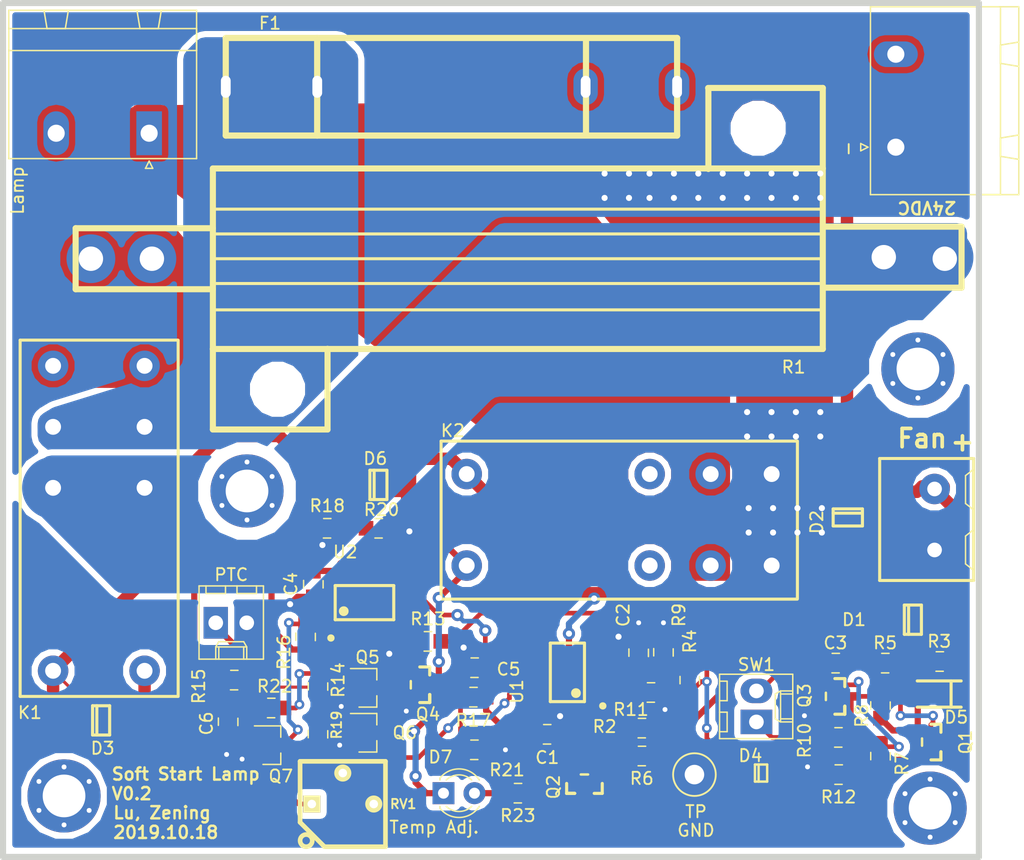
<source format=kicad_pcb>
(kicad_pcb (version 20171130) (host pcbnew "(6.0.0-rc1-dev-882-gdbc9130da)")

  (general
    (thickness 1.6)
    (drawings 20)
    (tracks 380)
    (zones 0)
    (modules 59)
    (nets 33)
  )

  (page A4)
  (layers
    (0 F.Cu signal)
    (31 B.Cu signal)
    (32 B.Adhes user)
    (33 F.Adhes user)
    (34 B.Paste user)
    (35 F.Paste user)
    (36 B.SilkS user)
    (37 F.SilkS user)
    (38 B.Mask user)
    (39 F.Mask user)
    (40 Dwgs.User user)
    (41 Cmts.User user)
    (42 Eco1.User user)
    (43 Eco2.User user)
    (44 Edge.Cuts user)
    (45 Margin user)
    (46 B.CrtYd user)
    (47 F.CrtYd user)
    (48 B.Fab user)
    (49 F.Fab user hide)
  )

  (setup
    (last_trace_width 0.508)
    (user_trace_width 0.254)
    (user_trace_width 0.381)
    (user_trace_width 0.508)
    (user_trace_width 1.016)
    (user_trace_width 3.048)
    (user_trace_width 4.064)
    (user_trace_width 5.08)
    (user_trace_width 7.62)
    (user_trace_width 10.16)
    (trace_clearance 0.254)
    (zone_clearance 0.508)
    (zone_45_only no)
    (trace_min 0.2)
    (via_size 0.8)
    (via_drill 0.4)
    (via_min_size 0.4)
    (via_min_drill 0.3)
    (user_via 0.8 0.4)
    (user_via 1 0.5)
    (user_via 1.2 0.6)
    (user_via 1.6 0.8)
    (uvia_size 0.3)
    (uvia_drill 0.1)
    (uvias_allowed no)
    (uvia_min_size 0.2)
    (uvia_min_drill 0.1)
    (edge_width 0.05)
    (segment_width 0.2)
    (pcb_text_width 0.3)
    (pcb_text_size 1.5 1.5)
    (mod_edge_width 0.12)
    (mod_text_size 1 1)
    (mod_text_width 0.15)
    (pad_size 6 6)
    (pad_drill 3.5)
    (pad_to_mask_clearance 0.051)
    (solder_mask_min_width 0.25)
    (aux_axis_origin 0 0)
    (visible_elements FFFFFF7F)
    (pcbplotparams
      (layerselection 0x010fc_ffffffff)
      (usegerberextensions false)
      (usegerberattributes false)
      (usegerberadvancedattributes false)
      (creategerberjobfile false)
      (excludeedgelayer true)
      (linewidth 0.100000)
      (plotframeref false)
      (viasonmask false)
      (mode 1)
      (useauxorigin false)
      (hpglpennumber 1)
      (hpglpenspeed 20)
      (hpglpendiameter 15.000000)
      (psnegative false)
      (psa4output false)
      (plotreference true)
      (plotvalue true)
      (plotinvisibletext false)
      (padsonsilk false)
      (subtractmaskfromsilk false)
      (outputformat 1)
      (mirror false)
      (drillshape 1)
      (scaleselection 1)
      (outputdirectory ""))
  )

  (net 0 "")
  (net 1 +24V)
  (net 2 GND)
  (net 3 "Net-(C2-Pad1)")
  (net 4 "Net-(C3-Pad1)")
  (net 5 "Net-(C3-Pad2)")
  (net 6 /Vin)
  (net 7 "Net-(D3-Pad1)")
  (net 8 "Net-(D4-Pad2)")
  (net 9 "Net-(D4-Pad1)")
  (net 10 "Net-(D5-Pad1)")
  (net 11 "Net-(D6-Pad1)")
  (net 12 "Net-(K1-Pad2)")
  (net 13 "Net-(K2-Pad2)")
  (net 14 "Net-(Q2-Pad1)")
  (net 15 "Net-(Q3-Pad3)")
  (net 16 "Net-(Q4-Pad1)")
  (net 17 "Net-(Q5-Pad1)")
  (net 18 "Net-(C5-Pad1)")
  (net 19 "Net-(C6-Pad1)")
  (net 20 "Net-(F1-Pad1)")
  (net 21 "Net-(J3-Pad1)")
  (net 22 "Net-(J3-Pad2)")
  (net 23 "Net-(Q6-Pad1)")
  (net 24 "Net-(Q7-Pad1)")
  (net 25 "Net-(Q7-Pad3)")
  (net 26 "Net-(R11-Pad1)")
  (net 27 "Net-(R6-Pad2)")
  (net 28 "Net-(R10-Pad1)")
  (net 29 "Net-(R14-Pad2)")
  (net 30 "Net-(R17-Pad2)")
  (net 31 "Net-(R19-Pad2)")
  (net 32 "Net-(D7-Pad2)")

  (net_class Default "This is the default net class."
    (clearance 0.254)
    (trace_width 0.25)
    (via_dia 0.8)
    (via_drill 0.4)
    (uvia_dia 0.3)
    (uvia_drill 0.1)
    (add_net GND)
    (add_net "Net-(C2-Pad1)")
    (add_net "Net-(C3-Pad1)")
    (add_net "Net-(C3-Pad2)")
    (add_net "Net-(C5-Pad1)")
    (add_net "Net-(C6-Pad1)")
    (add_net "Net-(D3-Pad1)")
    (add_net "Net-(D4-Pad1)")
    (add_net "Net-(D4-Pad2)")
    (add_net "Net-(D5-Pad1)")
    (add_net "Net-(D6-Pad1)")
    (add_net "Net-(D7-Pad2)")
    (add_net "Net-(K1-Pad2)")
    (add_net "Net-(K2-Pad2)")
    (add_net "Net-(Q2-Pad1)")
    (add_net "Net-(Q3-Pad3)")
    (add_net "Net-(Q4-Pad1)")
    (add_net "Net-(Q5-Pad1)")
    (add_net "Net-(Q6-Pad1)")
    (add_net "Net-(Q7-Pad1)")
    (add_net "Net-(Q7-Pad3)")
    (add_net "Net-(R10-Pad1)")
    (add_net "Net-(R11-Pad1)")
    (add_net "Net-(R14-Pad2)")
    (add_net "Net-(R17-Pad2)")
    (add_net "Net-(R19-Pad2)")
    (add_net "Net-(R6-Pad2)")
  )

  (net_class Power ""
    (clearance 0.508)
    (trace_width 0.508)
    (via_dia 0.8)
    (via_drill 0.4)
    (uvia_dia 0.3)
    (uvia_drill 0.1)
    (add_net +24V)
    (add_net /Vin)
    (add_net "Net-(F1-Pad1)")
    (add_net "Net-(J3-Pad1)")
    (add_net "Net-(J3-Pad2)")
  )

  (module digikey-footprints:0805 (layer F.Cu) (tedit 5995D0E3) (tstamp 5DA99BCE)
    (at 92.202 104.775 180)
    (path /5E66D412)
    (fp_text reference R23 (at 0 -1.84 180) (layer F.SilkS)
      (effects (font (size 1 1) (thickness 0.15)))
    )
    (fp_text value 10K (at 0 1.95 180) (layer F.Fab)
      (effects (font (size 1 1) (thickness 0.15)))
    )
    (fp_line (start -0.95 -0.675) (end -0.95 0.675) (layer F.Fab) (width 0.12))
    (fp_line (start 0.95 -0.675) (end 0.95 0.675) (layer F.Fab) (width 0.12))
    (fp_line (start -0.95 -0.68) (end 0.95 -0.68) (layer F.Fab) (width 0.12))
    (fp_line (start -0.95 0.68) (end 0.95 0.68) (layer F.Fab) (width 0.12))
    (fp_line (start -0.3 -0.8) (end 0.3 -0.8) (layer F.SilkS) (width 0.12))
    (fp_line (start -0.32 0.8) (end 0.28 0.8) (layer F.SilkS) (width 0.12))
    (fp_line (start -1.9 0.93) (end -1.9 -0.93) (layer F.CrtYd) (width 0.05))
    (fp_line (start 1.9 0.93) (end 1.9 -0.93) (layer F.CrtYd) (width 0.05))
    (fp_line (start -1.9 -0.93) (end 1.9 -0.93) (layer F.CrtYd) (width 0.05))
    (fp_line (start -1.9 0.93) (end 1.9 0.93) (layer F.CrtYd) (width 0.05))
    (pad 1 smd rect (at -1.05 0 180) (size 1.2 1.2) (layers F.Cu F.Paste F.Mask)
      (net 1 +24V))
    (pad 2 smd rect (at 1.05 0 180) (size 1.2 1.2) (layers F.Cu F.Paste F.Mask)
      (net 32 "Net-(D7-Pad2)"))
  )

  (module LEDs:LED_D3.0mm (layer F.Cu) (tedit 587A3A7B) (tstamp 5DA996AA)
    (at 86.106 104.775)
    (descr "LED, diameter 3.0mm, 2 pins")
    (tags "LED diameter 3.0mm 2 pins")
    (path /5E62433A)
    (fp_text reference D7 (at -0.254 -2.96) (layer F.SilkS)
      (effects (font (size 1 1) (thickness 0.15)))
    )
    (fp_text value LED (at 1.27 2.96) (layer F.Fab)
      (effects (font (size 1 1) (thickness 0.15)))
    )
    (fp_arc (start 1.27 0) (end -0.23 -1.16619) (angle 284.3) (layer F.Fab) (width 0.1))
    (fp_arc (start 1.27 0) (end -0.29 -1.235516) (angle 108.8) (layer F.SilkS) (width 0.12))
    (fp_arc (start 1.27 0) (end -0.29 1.235516) (angle -108.8) (layer F.SilkS) (width 0.12))
    (fp_arc (start 1.27 0) (end 0.229039 -1.08) (angle 87.9) (layer F.SilkS) (width 0.12))
    (fp_arc (start 1.27 0) (end 0.229039 1.08) (angle -87.9) (layer F.SilkS) (width 0.12))
    (fp_circle (center 1.27 0) (end 2.77 0) (layer F.Fab) (width 0.1))
    (fp_line (start -0.23 -1.16619) (end -0.23 1.16619) (layer F.Fab) (width 0.1))
    (fp_line (start -0.29 -1.236) (end -0.29 -1.08) (layer F.SilkS) (width 0.12))
    (fp_line (start -0.29 1.08) (end -0.29 1.236) (layer F.SilkS) (width 0.12))
    (fp_line (start -1.15 -2.25) (end -1.15 2.25) (layer F.CrtYd) (width 0.05))
    (fp_line (start -1.15 2.25) (end 3.7 2.25) (layer F.CrtYd) (width 0.05))
    (fp_line (start 3.7 2.25) (end 3.7 -2.25) (layer F.CrtYd) (width 0.05))
    (fp_line (start 3.7 -2.25) (end -1.15 -2.25) (layer F.CrtYd) (width 0.05))
    (pad 1 thru_hole rect (at 0 0) (size 1.8 1.8) (drill 0.9) (layers *.Cu *.Mask)
      (net 11 "Net-(D6-Pad1)"))
    (pad 2 thru_hole circle (at 2.54 0) (size 1.8 1.8) (drill 0.9) (layers *.Cu *.Mask)
      (net 32 "Net-(D7-Pad2)"))
    (model ${KISYS3DMOD}/LEDs.3dshapes/LED_D3.0mm.wrl
      (at (xyz 0 0 0))
      (scale (xyz 0.393701 0.393701 0.393701))
      (rotate (xyz 0 0 0))
    )
  )

  (module MyPCBLib:M3_Screwhole (layer F.Cu) (tedit 5DA89988) (tstamp 5DA8F576)
    (at 70 80)
    (clearance 0.508)
    (fp_text reference REF** (at 0 0.5) (layer F.SilkS) hide
      (effects (font (size 1 1) (thickness 0.15)))
    )
    (fp_text value M3_Screwhole (at 0 -0.5) (layer F.Fab) hide
      (effects (font (size 1 1) (thickness 0.15)))
    )
    (pad 1 thru_hole circle (at 0 0) (size 6 6) (drill 3.5) (layers *.Cu *.Mask)
      (clearance 1))
    (pad 1 thru_hole circle (at 0 -2.375) (size 0.8 0.8) (drill 0.4) (layers *.Cu *.Mask))
    (pad 1 thru_hole circle (at -2.05681 -1.1875 60) (size 0.8 0.8) (drill 0.4) (layers *.Cu *.Mask))
    (pad 1 thru_hole circle (at -2.05681 1.1875 120) (size 0.8 0.8) (drill 0.4) (layers *.Cu *.Mask))
    (pad 1 thru_hole circle (at 0 2.375 180) (size 0.8 0.8) (drill 0.4) (layers *.Cu *.Mask))
    (pad 1 thru_hole circle (at 2.05681 1.1875 240) (size 0.8 0.8) (drill 0.4) (layers *.Cu *.Mask))
    (pad 1 thru_hole circle (at 2.05681 -1.1875 300) (size 0.8 0.8) (drill 0.4) (layers *.Cu *.Mask))
  )

  (module MyPCBLib:M3_Screwhole (layer F.Cu) (tedit 5CC92DA1) (tstamp 5DA8F576)
    (at 55 105)
    (fp_text reference REF** (at 0 0.5) (layer F.SilkS) hide
      (effects (font (size 1 1) (thickness 0.15)))
    )
    (fp_text value M3_Screwhole (at 0 -0.5) (layer F.Fab) hide
      (effects (font (size 1 1) (thickness 0.15)))
    )
    (pad 1 thru_hole circle (at 0 0) (size 6 6) (drill 3.5) (layers *.Cu *.Mask))
    (pad 1 thru_hole circle (at 0 -2.375) (size 0.8 0.8) (drill 0.4) (layers *.Cu *.Mask))
    (pad 1 thru_hole circle (at -2.05681 -1.1875 60) (size 0.8 0.8) (drill 0.4) (layers *.Cu *.Mask))
    (pad 1 thru_hole circle (at -2.05681 1.1875 120) (size 0.8 0.8) (drill 0.4) (layers *.Cu *.Mask))
    (pad 1 thru_hole circle (at 0 2.375 180) (size 0.8 0.8) (drill 0.4) (layers *.Cu *.Mask))
    (pad 1 thru_hole circle (at 2.05681 1.1875 240) (size 0.8 0.8) (drill 0.4) (layers *.Cu *.Mask))
    (pad 1 thru_hole circle (at 2.05681 -1.1875 300) (size 0.8 0.8) (drill 0.4) (layers *.Cu *.Mask))
  )

  (module MyPCBLib:M3_Screwhole (layer F.Cu) (tedit 5CC92DA1) (tstamp 5DA8F576)
    (at 125 70)
    (clearance 1)
    (fp_text reference 1 (at 0 0.5) (layer F.SilkS) hide
      (effects (font (size 1 1) (thickness 0.15)))
    )
    (fp_text value M3_Screwhole (at 0 -0.5) (layer F.Fab) hide
      (effects (font (size 1 1) (thickness 0.15)))
    )
    (pad 1 thru_hole circle (at 0 0) (size 6 6) (drill 3.5) (layers *.Cu *.Mask))
    (pad 1 thru_hole circle (at 0 -2.375) (size 0.8 0.8) (drill 0.4) (layers *.Cu *.Mask))
    (pad 1 thru_hole circle (at -2.05681 -1.1875 60) (size 0.8 0.8) (drill 0.4) (layers *.Cu *.Mask))
    (pad 1 thru_hole circle (at -2.05681 1.1875 120) (size 0.8 0.8) (drill 0.4) (layers *.Cu *.Mask))
    (pad 1 thru_hole circle (at 0 2.375 180) (size 0.8 0.8) (drill 0.4) (layers *.Cu *.Mask))
    (pad 1 thru_hole circle (at 2.05681 1.1875 240) (size 0.8 0.8) (drill 0.4) (layers *.Cu *.Mask))
    (pad 1 thru_hole circle (at 2.05681 -1.1875 300) (size 0.8 0.8) (drill 0.4) (layers *.Cu *.Mask))
  )

  (module MyPCBLib:M3_Screwhole (layer F.Cu) (tedit 5CC92DA1) (tstamp 5DA8F517)
    (at 126 106)
    (fp_text reference REF** (at 0 0.5) (layer F.SilkS) hide
      (effects (font (size 1 1) (thickness 0.15)))
    )
    (fp_text value M3_Screwhole (at 0 -0.5) (layer F.Fab) hide
      (effects (font (size 1 1) (thickness 0.15)))
    )
    (pad 1 thru_hole circle (at 2.05681 -1.1875 300) (size 0.8 0.8) (drill 0.4) (layers *.Cu *.Mask))
    (pad 1 thru_hole circle (at 2.05681 1.1875 240) (size 0.8 0.8) (drill 0.4) (layers *.Cu *.Mask))
    (pad 1 thru_hole circle (at 0 2.375 180) (size 0.8 0.8) (drill 0.4) (layers *.Cu *.Mask))
    (pad 1 thru_hole circle (at -2.05681 1.1875 120) (size 0.8 0.8) (drill 0.4) (layers *.Cu *.Mask))
    (pad 1 thru_hole circle (at -2.05681 -1.1875 60) (size 0.8 0.8) (drill 0.4) (layers *.Cu *.Mask))
    (pad 1 thru_hole circle (at 0 -2.375) (size 0.8 0.8) (drill 0.4) (layers *.Cu *.Mask))
    (pad 1 thru_hole circle (at 0 0) (size 6 6) (drill 3.5) (layers *.Cu *.Mask))
  )

  (module Connectors_Molex:Molex_KK-6410-02_02x2.54mm_Straight (layer F.Cu) (tedit 58EE6EE4) (tstamp 5DA8F43C)
    (at 111.76 98.933 90)
    (descr "Connector Headers with Friction Lock, 22-27-2021, http://www.molex.com/pdm_docs/sd/022272021_sd.pdf")
    (tags "connector molex kk_6410 22-27-2021")
    (path /5DF0D191)
    (fp_text reference SW1 (at 4.699 0 180) (layer F.SilkS)
      (effects (font (size 1 1) (thickness 0.15)))
    )
    (fp_text value SW_SPST (at 1.27 4.5 90) (layer F.Fab)
      (effects (font (size 1 1) (thickness 0.15)))
    )
    (fp_line (start -1.47 -3.12) (end -1.47 3.08) (layer F.Fab) (width 0.12))
    (fp_line (start -1.47 3.08) (end 4.01 3.08) (layer F.Fab) (width 0.12))
    (fp_line (start 4.01 3.08) (end 4.01 -3.12) (layer F.Fab) (width 0.12))
    (fp_line (start 4.01 -3.12) (end -1.47 -3.12) (layer F.Fab) (width 0.12))
    (fp_line (start -1.37 -3.02) (end -1.37 2.98) (layer F.SilkS) (width 0.12))
    (fp_line (start -1.37 2.98) (end 3.91 2.98) (layer F.SilkS) (width 0.12))
    (fp_line (start 3.91 2.98) (end 3.91 -3.02) (layer F.SilkS) (width 0.12))
    (fp_line (start 3.91 -3.02) (end -1.37 -3.02) (layer F.SilkS) (width 0.12))
    (fp_line (start 0 2.98) (end 0 1.98) (layer F.SilkS) (width 0.12))
    (fp_line (start 0 1.98) (end 2.54 1.98) (layer F.SilkS) (width 0.12))
    (fp_line (start 2.54 1.98) (end 2.54 2.98) (layer F.SilkS) (width 0.12))
    (fp_line (start 0 1.98) (end 0.25 1.55) (layer F.SilkS) (width 0.12))
    (fp_line (start 0.25 1.55) (end 2.29 1.55) (layer F.SilkS) (width 0.12))
    (fp_line (start 2.29 1.55) (end 2.54 1.98) (layer F.SilkS) (width 0.12))
    (fp_line (start 0.25 2.98) (end 0.25 1.98) (layer F.SilkS) (width 0.12))
    (fp_line (start 2.29 2.98) (end 2.29 1.98) (layer F.SilkS) (width 0.12))
    (fp_line (start -0.8 -3.02) (end -0.8 -2.4) (layer F.SilkS) (width 0.12))
    (fp_line (start -0.8 -2.4) (end 0.8 -2.4) (layer F.SilkS) (width 0.12))
    (fp_line (start 0.8 -2.4) (end 0.8 -3.02) (layer F.SilkS) (width 0.12))
    (fp_line (start 1.74 -3.02) (end 1.74 -2.4) (layer F.SilkS) (width 0.12))
    (fp_line (start 1.74 -2.4) (end 3.34 -2.4) (layer F.SilkS) (width 0.12))
    (fp_line (start 3.34 -2.4) (end 3.34 -3.02) (layer F.SilkS) (width 0.12))
    (fp_line (start -1.9 3.5) (end -1.9 -3.55) (layer F.CrtYd) (width 0.05))
    (fp_line (start -1.9 -3.55) (end 4.45 -3.55) (layer F.CrtYd) (width 0.05))
    (fp_line (start 4.45 -3.55) (end 4.45 3.5) (layer F.CrtYd) (width 0.05))
    (fp_line (start 4.45 3.5) (end -1.9 3.5) (layer F.CrtYd) (width 0.05))
    (fp_text user %R (at 1.27 0 90) (layer F.Fab)
      (effects (font (size 1 1) (thickness 0.15)))
    )
    (pad 1 thru_hole rect (at 0 0 90) (size 2 2.6) (drill 1.2) (layers *.Cu *.Mask)
      (net 28 "Net-(R10-Pad1)"))
    (pad 2 thru_hole oval (at 2.54 0 90) (size 2 2.6) (drill 1.2) (layers *.Cu *.Mask)
      (net 4 "Net-(C3-Pad1)"))
    (model ${KISYS3DMOD}/Connectors_Molex.3dshapes/Molex_KK-6410-02_02x2.54mm_Straight.wrl
      (at (xyz 0 0 0))
      (scale (xyz 1 1 1))
      (rotate (xyz 0 0 0))
    )
  )

  (module MyPCBLib:3362P (layer F.Cu) (tedit 0) (tstamp 5DA86F2C)
    (at 77.851 105.664)
    (path /5E12189F)
    (fp_text reference RV1 (at 4.953 0) (layer F.SilkS)
      (effects (font (size 0.762 0.762) (thickness 0.1524)))
    )
    (fp_text value 100K (at 0 0) (layer F.SilkS) hide
      (effects (font (size 0.762 0.762) (thickness 0.1524)))
    )
    (fp_line (start -3.5 1.5) (end -3.5 -3.5) (layer F.SilkS) (width 0.381))
    (fp_line (start -1.5 3.5) (end 3.5 3.5) (layer F.SilkS) (width 0.381))
    (fp_line (start -3.5 1.5) (end -1.5 3.5) (layer F.SilkS) (width 0.381))
    (fp_circle (center -3 3) (end -3 3.5) (layer F.SilkS) (width 0.381))
    (fp_line (start -3.5 -3.5) (end 3.5 -3.5) (layer F.SilkS) (width 0.381))
    (fp_line (start 3.5 -3.5) (end 3.5 3.5) (layer F.SilkS) (width 0.381))
    (pad 1 thru_hole rect (at -2.54 0) (size 1.4 1.4) (drill 0.7) (layers *.Cu *.Mask F.SilkS)
      (net 25 "Net-(Q7-Pad3)"))
    (pad 3 thru_hole circle (at 2.54 0) (size 1.4 1.4) (drill 0.7) (layers *.Cu *.Mask F.SilkS)
      (net 2 GND))
    (pad 2 thru_hole circle (at 0 -2.54) (size 1.4 1.4) (drill 0.7) (layers *.Cu *.Mask F.SilkS)
      (net 2 GND))
  )

  (module lc_lib:SOIC-8_150MIL (layer F.Cu) (tedit 58AA841A) (tstamp 5DA86E35)
    (at 79.629 89.154)
    (path /5DE5E98E)
    (fp_text reference U2 (at -1.573619 -4.150876) (layer F.SilkS)
      (effects (font (size 1 1) (thickness 0.15)))
    )
    (fp_text value LM358 (at 0.78859 6.100324) (layer F.Fab)
      (effects (font (size 1 1) (thickness 0.15)))
    )
    (fp_line (start -2.95 3.55) (end -2.95 -3.55) (layer F.CrtYd) (width 0.05))
    (fp_line (start 2.575 3.55) (end -2.95 3.55) (layer F.CrtYd) (width 0.05))
    (fp_line (start 2.575 -3.55) (end 2.575 3.55) (layer F.CrtYd) (width 0.05))
    (fp_line (start -2.95 -3.55) (end 2.575 -3.55) (layer F.CrtYd) (width 0.05))
    (fp_line (start -2.4 1.4) (end 2.4 1.4) (layer F.SilkS) (width 0.254))
    (fp_line (start -2.4 -1.4) (end 2.4 -1.4) (layer F.SilkS) (width 0.254))
    (fp_line (start -2.4 1.4) (end -2.4 -1.4) (layer F.SilkS) (width 0.254))
    (fp_line (start 2.4 1.4) (end 2.4 -1.4) (layer F.SilkS) (width 0.254))
    (fp_circle (center -2.75 2.9) (end -2.6 2.9) (layer F.SilkS) (width 0.3))
    (fp_circle (center -1.7 0.7) (end -1.5 0.7) (layer F.SilkS) (width 0.4))
    (fp_line (start -2.525 1.995) (end 2.525 1.995) (layer F.Fab) (width 0.1))
    (fp_line (start -2.525 -1.995) (end 2.525 -1.995) (layer F.Fab) (width 0.1))
    (fp_line (start -2.525 1.995) (end -2.525 -1.995) (layer F.Fab) (width 0.1))
    (fp_line (start 2.525 1.995) (end 2.525 -1.995) (layer F.Fab) (width 0.1))
    (fp_circle (center -1.625 1.095) (end -1.125 1.095) (layer F.Fab) (width 0.1))
    (pad 8 smd oval (at -1.905 -2.6 180) (size 0.7 1.8) (layers F.Cu F.Paste F.Mask)
      (net 1 +24V))
    (pad 7 smd oval (at -0.635 -2.6 180) (size 0.7 1.8) (layers F.Cu F.Paste F.Mask))
    (pad 6 smd oval (at 0.635 -2.6 180) (size 0.7 1.8) (layers F.Cu F.Paste F.Mask))
    (pad 5 smd oval (at 1.905 -2.6 180) (size 0.7 1.8) (layers F.Cu F.Paste F.Mask))
    (pad 4 smd oval (at 1.905 2.6 180) (size 0.7 1.8) (layers F.Cu F.Paste F.Mask)
      (net 2 GND))
    (pad 3 smd oval (at 0.635 2.6 180) (size 0.7 1.8) (layers F.Cu F.Paste F.Mask)
      (net 19 "Net-(C6-Pad1)"))
    (pad 2 smd oval (at -0.635 2.6 180) (size 0.7 1.8) (layers F.Cu F.Paste F.Mask)
      (net 25 "Net-(Q7-Pad3)"))
    (pad 1 smd oval (at -1.905 2.6 180) (size 0.7 1.8) (layers F.Cu F.Paste F.Mask)
      (net 29 "Net-(R14-Pad2)"))
    (model ${KISYS3DMOD}/Package_SO.3dshapes/SOIC-8-1EP_3.9x4.9mm_P1.27mm_EP2.35x2.35mm.step
      (at (xyz 0 0 0))
      (scale (xyz 1 1 1))
      (rotate (xyz 0 0 -90))
    )
  )

  (module Connectors_Molex:Molex_KK-6410-02_02x2.54mm_Straight (layer F.Cu) (tedit 58EE6EE4) (tstamp 5DA92FB1)
    (at 67.437 90.805)
    (descr "Connector Headers with Friction Lock, 22-27-2021, http://www.molex.com/pdm_docs/sd/022272021_sd.pdf")
    (tags "connector molex kk_6410 22-27-2021")
    (path /5DAE5133)
    (fp_text reference TH1 (at 1 -4.5) (layer F.SilkS) hide
      (effects (font (size 1 1) (thickness 0.15)))
    )
    (fp_text value 470_85 (at 1.27 4.5) (layer F.Fab)
      (effects (font (size 1 1) (thickness 0.15)))
    )
    (fp_line (start -1.47 -3.12) (end -1.47 3.08) (layer F.Fab) (width 0.12))
    (fp_line (start -1.47 3.08) (end 4.01 3.08) (layer F.Fab) (width 0.12))
    (fp_line (start 4.01 3.08) (end 4.01 -3.12) (layer F.Fab) (width 0.12))
    (fp_line (start 4.01 -3.12) (end -1.47 -3.12) (layer F.Fab) (width 0.12))
    (fp_line (start -1.37 -3.02) (end -1.37 2.98) (layer F.SilkS) (width 0.12))
    (fp_line (start -1.37 2.98) (end 3.91 2.98) (layer F.SilkS) (width 0.12))
    (fp_line (start 3.91 2.98) (end 3.91 -3.02) (layer F.SilkS) (width 0.12))
    (fp_line (start 3.91 -3.02) (end -1.37 -3.02) (layer F.SilkS) (width 0.12))
    (fp_line (start 0 2.98) (end 0 1.98) (layer F.SilkS) (width 0.12))
    (fp_line (start 0 1.98) (end 2.54 1.98) (layer F.SilkS) (width 0.12))
    (fp_line (start 2.54 1.98) (end 2.54 2.98) (layer F.SilkS) (width 0.12))
    (fp_line (start 0 1.98) (end 0.25 1.55) (layer F.SilkS) (width 0.12))
    (fp_line (start 0.25 1.55) (end 2.29 1.55) (layer F.SilkS) (width 0.12))
    (fp_line (start 2.29 1.55) (end 2.54 1.98) (layer F.SilkS) (width 0.12))
    (fp_line (start 0.25 2.98) (end 0.25 1.98) (layer F.SilkS) (width 0.12))
    (fp_line (start 2.29 2.98) (end 2.29 1.98) (layer F.SilkS) (width 0.12))
    (fp_line (start -0.8 -3.02) (end -0.8 -2.4) (layer F.SilkS) (width 0.12))
    (fp_line (start -0.8 -2.4) (end 0.8 -2.4) (layer F.SilkS) (width 0.12))
    (fp_line (start 0.8 -2.4) (end 0.8 -3.02) (layer F.SilkS) (width 0.12))
    (fp_line (start 1.74 -3.02) (end 1.74 -2.4) (layer F.SilkS) (width 0.12))
    (fp_line (start 1.74 -2.4) (end 3.34 -2.4) (layer F.SilkS) (width 0.12))
    (fp_line (start 3.34 -2.4) (end 3.34 -3.02) (layer F.SilkS) (width 0.12))
    (fp_line (start -1.9 3.5) (end -1.9 -3.55) (layer F.CrtYd) (width 0.05))
    (fp_line (start -1.9 -3.55) (end 4.45 -3.55) (layer F.CrtYd) (width 0.05))
    (fp_line (start 4.45 -3.55) (end 4.45 3.5) (layer F.CrtYd) (width 0.05))
    (fp_line (start 4.45 3.5) (end -1.9 3.5) (layer F.CrtYd) (width 0.05))
    (fp_text user %R (at 1.27 0) (layer F.Fab)
      (effects (font (size 1 1) (thickness 0.15)))
    )
    (pad 1 thru_hole rect (at 0 0) (size 2 2.6) (drill 1.2) (layers *.Cu *.Mask)
      (net 19 "Net-(C6-Pad1)"))
    (pad 2 thru_hole oval (at 2.54 0) (size 2 2.6) (drill 1.2) (layers *.Cu *.Mask)
      (net 2 GND))
    (model ${KISYS3DMOD}/Connectors_Molex.3dshapes/Molex_KK-6410-02_02x2.54mm_Straight.wrl
      (at (xyz 0 0 0))
      (scale (xyz 1 1 1))
      (rotate (xyz 0 0 0))
    )
  )

  (module digikey-footprints:0805 (layer F.Cu) (tedit 5995D0E3) (tstamp 5DA86EFF)
    (at 71.975 97.79 180)
    (path /5DB02497)
    (fp_text reference R22 (at -0.288 1.778 180) (layer F.SilkS)
      (effects (font (size 1 1) (thickness 0.15)))
    )
    (fp_text value 220K (at 0 1.95 180) (layer F.Fab)
      (effects (font (size 1 1) (thickness 0.15)))
    )
    (fp_line (start -0.95 -0.675) (end -0.95 0.675) (layer F.Fab) (width 0.12))
    (fp_line (start 0.95 -0.675) (end 0.95 0.675) (layer F.Fab) (width 0.12))
    (fp_line (start -0.95 -0.68) (end 0.95 -0.68) (layer F.Fab) (width 0.12))
    (fp_line (start -0.95 0.68) (end 0.95 0.68) (layer F.Fab) (width 0.12))
    (fp_line (start -0.3 -0.8) (end 0.3 -0.8) (layer F.SilkS) (width 0.12))
    (fp_line (start -0.32 0.8) (end 0.28 0.8) (layer F.SilkS) (width 0.12))
    (fp_line (start -1.9 0.93) (end -1.9 -0.93) (layer F.CrtYd) (width 0.05))
    (fp_line (start 1.9 0.93) (end 1.9 -0.93) (layer F.CrtYd) (width 0.05))
    (fp_line (start -1.9 -0.93) (end 1.9 -0.93) (layer F.CrtYd) (width 0.05))
    (fp_line (start -1.9 0.93) (end 1.9 0.93) (layer F.CrtYd) (width 0.05))
    (pad 1 smd rect (at -1.05 0 180) (size 1.2 1.2) (layers F.Cu F.Paste F.Mask)
      (net 29 "Net-(R14-Pad2)"))
    (pad 2 smd rect (at 1.05 0 180) (size 1.2 1.2) (layers F.Cu F.Paste F.Mask)
      (net 24 "Net-(Q7-Pad1)"))
  )

  (module digikey-footprints:0805 (layer F.Cu) (tedit 5995D0E3) (tstamp 5DA86E78)
    (at 88.646 101.219)
    (path /5E26004B)
    (fp_text reference R21 (at 2.667 1.651) (layer F.SilkS)
      (effects (font (size 1 1) (thickness 0.15)))
    )
    (fp_text value 220K (at 0 1.95) (layer F.Fab)
      (effects (font (size 1 1) (thickness 0.15)))
    )
    (fp_line (start -0.95 -0.675) (end -0.95 0.675) (layer F.Fab) (width 0.12))
    (fp_line (start 0.95 -0.675) (end 0.95 0.675) (layer F.Fab) (width 0.12))
    (fp_line (start -0.95 -0.68) (end 0.95 -0.68) (layer F.Fab) (width 0.12))
    (fp_line (start -0.95 0.68) (end 0.95 0.68) (layer F.Fab) (width 0.12))
    (fp_line (start -0.3 -0.8) (end 0.3 -0.8) (layer F.SilkS) (width 0.12))
    (fp_line (start -0.32 0.8) (end 0.28 0.8) (layer F.SilkS) (width 0.12))
    (fp_line (start -1.9 0.93) (end -1.9 -0.93) (layer F.CrtYd) (width 0.05))
    (fp_line (start 1.9 0.93) (end 1.9 -0.93) (layer F.CrtYd) (width 0.05))
    (fp_line (start -1.9 -0.93) (end 1.9 -0.93) (layer F.CrtYd) (width 0.05))
    (fp_line (start -1.9 0.93) (end 1.9 0.93) (layer F.CrtYd) (width 0.05))
    (pad 1 smd rect (at -1.05 0) (size 1.2 1.2) (layers F.Cu F.Paste F.Mask)
      (net 30 "Net-(R17-Pad2)"))
    (pad 2 smd rect (at 1.05 0) (size 1.2 1.2) (layers F.Cu F.Paste F.Mask)
      (net 2 GND))
  )

  (module digikey-footprints:0805 (layer F.Cu) (tedit 5995D0E3) (tstamp 5DA92C00)
    (at 80.806 83.058)
    (path /5E2F3CF0)
    (fp_text reference R20 (at 0.22 -1.524) (layer F.SilkS)
      (effects (font (size 1 1) (thickness 0.15)))
    )
    (fp_text value 220K (at 0 1.95) (layer F.Fab)
      (effects (font (size 1 1) (thickness 0.15)))
    )
    (fp_line (start -0.95 -0.675) (end -0.95 0.675) (layer F.Fab) (width 0.12))
    (fp_line (start 0.95 -0.675) (end 0.95 0.675) (layer F.Fab) (width 0.12))
    (fp_line (start -0.95 -0.68) (end 0.95 -0.68) (layer F.Fab) (width 0.12))
    (fp_line (start -0.95 0.68) (end 0.95 0.68) (layer F.Fab) (width 0.12))
    (fp_line (start -0.3 -0.8) (end 0.3 -0.8) (layer F.SilkS) (width 0.12))
    (fp_line (start -0.32 0.8) (end 0.28 0.8) (layer F.SilkS) (width 0.12))
    (fp_line (start -1.9 0.93) (end -1.9 -0.93) (layer F.CrtYd) (width 0.05))
    (fp_line (start 1.9 0.93) (end 1.9 -0.93) (layer F.CrtYd) (width 0.05))
    (fp_line (start -1.9 -0.93) (end 1.9 -0.93) (layer F.CrtYd) (width 0.05))
    (fp_line (start -1.9 0.93) (end 1.9 0.93) (layer F.CrtYd) (width 0.05))
    (pad 1 smd rect (at -1.05 0) (size 1.2 1.2) (layers F.Cu F.Paste F.Mask)
      (net 18 "Net-(C5-Pad1)"))
    (pad 2 smd rect (at 1.05 0) (size 1.2 1.2) (layers F.Cu F.Paste F.Mask)
      (net 2 GND))
  )

  (module digikey-footprints:0805 (layer F.Cu) (tedit 5995D0E3) (tstamp 5DA86ED2)
    (at 75.819 99.949 270)
    (path /5E1F0D9F)
    (fp_text reference R19 (at -0.762 -1.524 270) (layer F.SilkS)
      (effects (font (size 0.8 0.8) (thickness 0.15)))
    )
    (fp_text value 47K (at 0 1.95 270) (layer F.Fab)
      (effects (font (size 1 1) (thickness 0.15)))
    )
    (fp_line (start -0.95 -0.675) (end -0.95 0.675) (layer F.Fab) (width 0.12))
    (fp_line (start 0.95 -0.675) (end 0.95 0.675) (layer F.Fab) (width 0.12))
    (fp_line (start -0.95 -0.68) (end 0.95 -0.68) (layer F.Fab) (width 0.12))
    (fp_line (start -0.95 0.68) (end 0.95 0.68) (layer F.Fab) (width 0.12))
    (fp_line (start -0.3 -0.8) (end 0.3 -0.8) (layer F.SilkS) (width 0.12))
    (fp_line (start -0.32 0.8) (end 0.28 0.8) (layer F.SilkS) (width 0.12))
    (fp_line (start -1.9 0.93) (end -1.9 -0.93) (layer F.CrtYd) (width 0.05))
    (fp_line (start 1.9 0.93) (end 1.9 -0.93) (layer F.CrtYd) (width 0.05))
    (fp_line (start -1.9 -0.93) (end 1.9 -0.93) (layer F.CrtYd) (width 0.05))
    (fp_line (start -1.9 0.93) (end 1.9 0.93) (layer F.CrtYd) (width 0.05))
    (pad 1 smd rect (at -1.05 0 270) (size 1.2 1.2) (layers F.Cu F.Paste F.Mask)
      (net 23 "Net-(Q6-Pad1)"))
    (pad 2 smd rect (at 1.05 0 270) (size 1.2 1.2) (layers F.Cu F.Paste F.Mask)
      (net 31 "Net-(R19-Pad2)"))
  )

  (module digikey-footprints:0805 (layer F.Cu) (tedit 5995D0E3) (tstamp 5DA86F59)
    (at 76.581 83.058)
    (path /5E2C4396)
    (fp_text reference R18 (at 0 -1.84) (layer F.SilkS)
      (effects (font (size 1 1) (thickness 0.15)))
    )
    (fp_text value 470K (at 0 1.95) (layer F.Fab)
      (effects (font (size 1 1) (thickness 0.15)))
    )
    (fp_line (start -0.95 -0.675) (end -0.95 0.675) (layer F.Fab) (width 0.12))
    (fp_line (start 0.95 -0.675) (end 0.95 0.675) (layer F.Fab) (width 0.12))
    (fp_line (start -0.95 -0.68) (end 0.95 -0.68) (layer F.Fab) (width 0.12))
    (fp_line (start -0.95 0.68) (end 0.95 0.68) (layer F.Fab) (width 0.12))
    (fp_line (start -0.3 -0.8) (end 0.3 -0.8) (layer F.SilkS) (width 0.12))
    (fp_line (start -0.32 0.8) (end 0.28 0.8) (layer F.SilkS) (width 0.12))
    (fp_line (start -1.9 0.93) (end -1.9 -0.93) (layer F.CrtYd) (width 0.05))
    (fp_line (start 1.9 0.93) (end 1.9 -0.93) (layer F.CrtYd) (width 0.05))
    (fp_line (start -1.9 -0.93) (end 1.9 -0.93) (layer F.CrtYd) (width 0.05))
    (fp_line (start -1.9 0.93) (end 1.9 0.93) (layer F.CrtYd) (width 0.05))
    (pad 1 smd rect (at -1.05 0) (size 1.2 1.2) (layers F.Cu F.Paste F.Mask)
      (net 12 "Net-(K1-Pad2)"))
    (pad 2 smd rect (at 1.05 0) (size 1.2 1.2) (layers F.Cu F.Paste F.Mask)
      (net 18 "Net-(C5-Pad1)"))
  )

  (module digikey-footprints:0805 (layer F.Cu) (tedit 5995D0E3) (tstamp 5DA8378F)
    (at 118.491 103.251 180)
    (path /5DEC385A)
    (fp_text reference R12 (at 0 -1.84 180) (layer F.SilkS)
      (effects (font (size 1 1) (thickness 0.15)))
    )
    (fp_text value 22K (at 0 1.95 180) (layer F.Fab)
      (effects (font (size 1 1) (thickness 0.15)))
    )
    (fp_line (start -0.95 -0.675) (end -0.95 0.675) (layer F.Fab) (width 0.12))
    (fp_line (start 0.95 -0.675) (end 0.95 0.675) (layer F.Fab) (width 0.12))
    (fp_line (start -0.95 -0.68) (end 0.95 -0.68) (layer F.Fab) (width 0.12))
    (fp_line (start -0.95 0.68) (end 0.95 0.68) (layer F.Fab) (width 0.12))
    (fp_line (start -0.3 -0.8) (end 0.3 -0.8) (layer F.SilkS) (width 0.12))
    (fp_line (start -0.32 0.8) (end 0.28 0.8) (layer F.SilkS) (width 0.12))
    (fp_line (start -1.9 0.93) (end -1.9 -0.93) (layer F.CrtYd) (width 0.05))
    (fp_line (start 1.9 0.93) (end 1.9 -0.93) (layer F.CrtYd) (width 0.05))
    (fp_line (start -1.9 -0.93) (end 1.9 -0.93) (layer F.CrtYd) (width 0.05))
    (fp_line (start -1.9 0.93) (end 1.9 0.93) (layer F.CrtYd) (width 0.05))
    (pad 1 smd rect (at -1.05 0 180) (size 1.2 1.2) (layers F.Cu F.Paste F.Mask)
      (net 5 "Net-(C3-Pad2)"))
    (pad 2 smd rect (at 1.05 0 180) (size 1.2 1.2) (layers F.Cu F.Paste F.Mask)
      (net 2 GND))
  )

  (module MyPCBLib:RES50W locked (layer F.Cu) (tedit 5DA81DCE) (tstamp 5DA8F83C)
    (at 92.202 60.96 180)
    (path /5DA928BA)
    (fp_text reference R1 (at -22.606 -8.89 180) (layer F.SilkS)
      (effects (font (size 1 1) (thickness 0.15)))
    )
    (fp_text value "2.2 50W" (at -16.129 -8.89 180) (layer F.Fab)
      (effects (font (size 1 1) (thickness 0.15)))
    )
    (fp_line (start -24.892 -2.032) (end 25.019 -2.032) (layer F.SilkS) (width 0.25))
    (fp_line (start -25.019 2.032) (end 24.892 2.032) (layer F.SilkS) (width 0.25))
    (fp_line (start -25.019 4.064) (end 24.892 4.064) (layer F.SilkS) (width 0.25))
    (fp_line (start -24.892 -4.191) (end 25.019 -4.191) (layer F.SilkS) (width 0.25))
    (fp_line (start -25.019 0) (end 24.892 0) (layer F.SilkS) (width 0.25))
    (fp_line (start -25.127 -2.373) (end -36.377 -2.373) (layer F.SilkS) (width 0.5))
    (fp_line (start -25.127 2.627) (end -36.377 2.627) (layer F.SilkS) (width 0.5))
    (fp_line (start -36.377 2.627) (end -36.377 -2.373) (layer F.SilkS) (width 0.5))
    (fp_line (start 36.25 -2.5) (end 36.25 2.5) (layer F.SilkS) (width 0.5))
    (fp_line (start 36.195 -2.413) (end 36.25 -2.5) (layer F.SilkS) (width 0.12))
    (fp_line (start 25 2.5) (end 36.25 2.5) (layer F.SilkS) (width 0.5))
    (fp_line (start 25 -2.5) (end 36.25 -2.5) (layer F.SilkS) (width 0.5))
    (fp_line (start 15.6 -14) (end 15.6 -7.385) (layer F.SilkS) (width 0.5))
    (fp_line (start 25 -14) (end 15.6 -14) (layer F.SilkS) (width 0.5))
    (fp_line (start 25 -7.4) (end 25 -14) (layer F.SilkS) (width 0.5))
    (fp_line (start -15.621 13.97) (end -15.621 7.355) (layer F.SilkS) (width 0.5))
    (fp_line (start -25 14) (end -15.6 14) (layer F.SilkS) (width 0.5))
    (fp_line (start -25 7.4) (end -25 14) (layer F.SilkS) (width 0.5))
    (fp_line (start 25 7.4) (end -25 7.4) (layer F.SilkS) (width 0.5))
    (fp_line (start -25 -7.4) (end 25 -7.4) (layer F.SilkS) (width 0.5))
    (fp_line (start 25 7.4) (end 25 -7.4) (layer F.SilkS) (width 0.5))
    (fp_line (start -25 -7.4) (end -25 7.4) (layer F.SilkS) (width 0.5))
    (pad 2 thru_hole circle (at 35 0 180) (size 4 4) (drill 2) (layers *.Cu *.Mask)
      (net 22 "Net-(J3-Pad2)"))
    (pad 2 thru_hole circle (at 30 0 180) (size 4 4) (drill 2) (layers *.Cu *.Mask)
      (net 22 "Net-(J3-Pad2)"))
    (pad 1 thru_hole circle (at -30 0.127 180) (size 4 4) (drill 2) (layers *.Cu *.Mask)
      (net 12 "Net-(K1-Pad2)"))
    (pad 1 thru_hole circle (at -35 0 180) (size 4 4) (drill 2) (layers *.Cu *.Mask)
      (net 12 "Net-(K1-Pad2)"))
    (pad "" np_thru_hole circle (at 19.7 -10.7) (size 3.5 3.5) (drill 3.5) (layers *.Cu *.Mask))
    (pad "" np_thru_hole circle (at -19.7 10.7 180) (size 3.5 3.5) (drill 3.5) (layers *.Cu *.Mask))
  )

  (module TO_SOT_Packages_SMD:SOT-23 (layer F.Cu) (tedit 58CE4E7E) (tstamp 5DA8E969)
    (at 72.009 100.838)
    (descr "SOT-23, Standard")
    (tags SOT-23)
    (path /5E0E9FA4)
    (attr smd)
    (fp_text reference Q7 (at 0.762 2.54) (layer F.SilkS)
      (effects (font (size 1 1) (thickness 0.15)))
    )
    (fp_text value 8050 (at 0 2.5) (layer F.Fab)
      (effects (font (size 1 1) (thickness 0.15)))
    )
    (fp_text user %R (at 0 0 90) (layer F.Fab)
      (effects (font (size 0.5 0.5) (thickness 0.075)))
    )
    (fp_line (start -0.7 -0.95) (end -0.7 1.5) (layer F.Fab) (width 0.1))
    (fp_line (start -0.15 -1.52) (end 0.7 -1.52) (layer F.Fab) (width 0.1))
    (fp_line (start -0.7 -0.95) (end -0.15 -1.52) (layer F.Fab) (width 0.1))
    (fp_line (start 0.7 -1.52) (end 0.7 1.52) (layer F.Fab) (width 0.1))
    (fp_line (start -0.7 1.52) (end 0.7 1.52) (layer F.Fab) (width 0.1))
    (fp_line (start 0.76 1.58) (end 0.76 0.65) (layer F.SilkS) (width 0.12))
    (fp_line (start 0.76 -1.58) (end 0.76 -0.65) (layer F.SilkS) (width 0.12))
    (fp_line (start -1.7 -1.75) (end 1.7 -1.75) (layer F.CrtYd) (width 0.05))
    (fp_line (start 1.7 -1.75) (end 1.7 1.75) (layer F.CrtYd) (width 0.05))
    (fp_line (start 1.7 1.75) (end -1.7 1.75) (layer F.CrtYd) (width 0.05))
    (fp_line (start -1.7 1.75) (end -1.7 -1.75) (layer F.CrtYd) (width 0.05))
    (fp_line (start 0.76 -1.58) (end -1.4 -1.58) (layer F.SilkS) (width 0.12))
    (fp_line (start 0.76 1.58) (end -0.7 1.58) (layer F.SilkS) (width 0.12))
    (pad 1 smd rect (at -1 -0.95) (size 0.9 0.8) (layers F.Cu F.Paste F.Mask)
      (net 24 "Net-(Q7-Pad1)"))
    (pad 2 smd rect (at -1 0.95) (size 0.9 0.8) (layers F.Cu F.Paste F.Mask)
      (net 2 GND))
    (pad 3 smd rect (at 1 0) (size 0.9 0.8) (layers F.Cu F.Paste F.Mask)
      (net 25 "Net-(Q7-Pad3)"))
    (model ${KISYS3DMOD}/TO_SOT_Packages_SMD.3dshapes/SOT-23.wrl
      (at (xyz 0 0 0))
      (scale (xyz 1 1 1))
      (rotate (xyz 0 0 0))
    )
  )

  (module TO_SOT_Packages_SMD:SOT-23 (layer F.Cu) (tedit 58CE4E7E) (tstamp 5DA8F247)
    (at 79.883 99.822)
    (descr "SOT-23, Standard")
    (tags SOT-23)
    (path /5E1CE796)
    (attr smd)
    (fp_text reference Q6 (at 3.048 0) (layer F.SilkS)
      (effects (font (size 1 1) (thickness 0.15)))
    )
    (fp_text value 8050 (at 0 2.5) (layer F.Fab)
      (effects (font (size 1 1) (thickness 0.15)))
    )
    (fp_text user %R (at 0 0 90) (layer F.Fab)
      (effects (font (size 0.5 0.5) (thickness 0.075)))
    )
    (fp_line (start -0.7 -0.95) (end -0.7 1.5) (layer F.Fab) (width 0.1))
    (fp_line (start -0.15 -1.52) (end 0.7 -1.52) (layer F.Fab) (width 0.1))
    (fp_line (start -0.7 -0.95) (end -0.15 -1.52) (layer F.Fab) (width 0.1))
    (fp_line (start 0.7 -1.52) (end 0.7 1.52) (layer F.Fab) (width 0.1))
    (fp_line (start -0.7 1.52) (end 0.7 1.52) (layer F.Fab) (width 0.1))
    (fp_line (start 0.76 1.58) (end 0.76 0.65) (layer F.SilkS) (width 0.12))
    (fp_line (start 0.76 -1.58) (end 0.76 -0.65) (layer F.SilkS) (width 0.12))
    (fp_line (start -1.7 -1.75) (end 1.7 -1.75) (layer F.CrtYd) (width 0.05))
    (fp_line (start 1.7 -1.75) (end 1.7 1.75) (layer F.CrtYd) (width 0.05))
    (fp_line (start 1.7 1.75) (end -1.7 1.75) (layer F.CrtYd) (width 0.05))
    (fp_line (start -1.7 1.75) (end -1.7 -1.75) (layer F.CrtYd) (width 0.05))
    (fp_line (start 0.76 -1.58) (end -1.4 -1.58) (layer F.SilkS) (width 0.12))
    (fp_line (start 0.76 1.58) (end -0.7 1.58) (layer F.SilkS) (width 0.12))
    (pad 1 smd rect (at -1 -0.95) (size 0.9 0.8) (layers F.Cu F.Paste F.Mask)
      (net 23 "Net-(Q6-Pad1)"))
    (pad 2 smd rect (at -1 0.95) (size 0.9 0.8) (layers F.Cu F.Paste F.Mask)
      (net 2 GND))
    (pad 3 smd rect (at 1 0) (size 0.9 0.8) (layers F.Cu F.Paste F.Mask)
      (net 16 "Net-(Q4-Pad1)"))
    (model ${KISYS3DMOD}/TO_SOT_Packages_SMD.3dshapes/SOT-23.wrl
      (at (xyz 0 0 0))
      (scale (xyz 1 1 1))
      (rotate (xyz 0 0 0))
    )
  )

  (module TO_SOT_Packages_SMD:SOT-23 (layer F.Cu) (tedit 58CE4E7E) (tstamp 5DA836BF)
    (at 79.883 96.139)
    (descr "SOT-23, Standard")
    (tags SOT-23)
    (path /5E18C878)
    (attr smd)
    (fp_text reference Q5 (at 0 -2.5) (layer F.SilkS)
      (effects (font (size 1 1) (thickness 0.15)))
    )
    (fp_text value 8050 (at 0 2.5) (layer F.Fab)
      (effects (font (size 1 1) (thickness 0.15)))
    )
    (fp_text user %R (at 0 0 90) (layer F.Fab)
      (effects (font (size 0.5 0.5) (thickness 0.075)))
    )
    (fp_line (start -0.7 -0.95) (end -0.7 1.5) (layer F.Fab) (width 0.1))
    (fp_line (start -0.15 -1.52) (end 0.7 -1.52) (layer F.Fab) (width 0.1))
    (fp_line (start -0.7 -0.95) (end -0.15 -1.52) (layer F.Fab) (width 0.1))
    (fp_line (start 0.7 -1.52) (end 0.7 1.52) (layer F.Fab) (width 0.1))
    (fp_line (start -0.7 1.52) (end 0.7 1.52) (layer F.Fab) (width 0.1))
    (fp_line (start 0.76 1.58) (end 0.76 0.65) (layer F.SilkS) (width 0.12))
    (fp_line (start 0.76 -1.58) (end 0.76 -0.65) (layer F.SilkS) (width 0.12))
    (fp_line (start -1.7 -1.75) (end 1.7 -1.75) (layer F.CrtYd) (width 0.05))
    (fp_line (start 1.7 -1.75) (end 1.7 1.75) (layer F.CrtYd) (width 0.05))
    (fp_line (start 1.7 1.75) (end -1.7 1.75) (layer F.CrtYd) (width 0.05))
    (fp_line (start -1.7 1.75) (end -1.7 -1.75) (layer F.CrtYd) (width 0.05))
    (fp_line (start 0.76 -1.58) (end -1.4 -1.58) (layer F.SilkS) (width 0.12))
    (fp_line (start 0.76 1.58) (end -0.7 1.58) (layer F.SilkS) (width 0.12))
    (pad 1 smd rect (at -1 -0.95) (size 0.9 0.8) (layers F.Cu F.Paste F.Mask)
      (net 17 "Net-(Q5-Pad1)"))
    (pad 2 smd rect (at -1 0.95) (size 0.9 0.8) (layers F.Cu F.Paste F.Mask)
      (net 2 GND))
    (pad 3 smd rect (at 1 0) (size 0.9 0.8) (layers F.Cu F.Paste F.Mask)
      (net 16 "Net-(Q4-Pad1)"))
    (model ${KISYS3DMOD}/TO_SOT_Packages_SMD.3dshapes/SOT-23.wrl
      (at (xyz 0 0 0))
      (scale (xyz 1 1 1))
      (rotate (xyz 0 0 0))
    )
  )

  (module Connectors_Phoenix:PhoenixContact_GMSTBA-G_02x7.62mm_Angled (layer F.Cu) (tedit 59566E5D) (tstamp 5DA83609)
    (at 61.976 50.673 180)
    (descr "Generic Phoenix Contact connector footprint for series: GMSTBA-G; number of pins: 02; pin pitch: 7.62mm; Angled || order number: 1766233 12A 630V")
    (tags "phoenix_contact connector GMSTBA_01x02_G_7.62mm")
    (path /5DA8115C)
    (fp_text reference J3 (at 4.81 -3 180) (layer F.SilkS) hide
      (effects (font (size 1 1) (thickness 0.15)))
    )
    (fp_text value Lamp (at 3.81 11 180) (layer F.Fab)
      (effects (font (size 1 1) (thickness 0.15)))
    )
    (fp_line (start -3.89 -2.08) (end -3.89 10.08) (layer F.SilkS) (width 0.12))
    (fp_line (start -3.89 10.08) (end 11.51 10.08) (layer F.SilkS) (width 0.12))
    (fp_line (start 11.51 10.08) (end 11.51 -2.08) (layer F.SilkS) (width 0.12))
    (fp_line (start 11.51 -2.08) (end -3.89 -2.08) (layer F.SilkS) (width 0.12))
    (fp_line (start -3.81 -2) (end -3.81 10) (layer F.Fab) (width 0.1))
    (fp_line (start -3.81 10) (end 11.43 10) (layer F.Fab) (width 0.1))
    (fp_line (start 11.43 10) (end 11.43 -2) (layer F.Fab) (width 0.1))
    (fp_line (start 11.43 -2) (end -3.81 -2) (layer F.Fab) (width 0.1))
    (fp_line (start -3.89 8.58) (end -3.89 6.78) (layer F.SilkS) (width 0.12))
    (fp_line (start -3.89 6.78) (end 11.51 6.78) (layer F.SilkS) (width 0.12))
    (fp_line (start 11.51 6.78) (end 11.51 8.58) (layer F.SilkS) (width 0.12))
    (fp_line (start 11.51 8.58) (end -3.89 8.58) (layer F.SilkS) (width 0.12))
    (fp_line (start -1 10.08) (end 1 10.08) (layer F.SilkS) (width 0.12))
    (fp_line (start 1 10.08) (end 0.75 8.58) (layer F.SilkS) (width 0.12))
    (fp_line (start 0.75 8.58) (end -0.75 8.58) (layer F.SilkS) (width 0.12))
    (fp_line (start -0.75 8.58) (end -1 10.08) (layer F.SilkS) (width 0.12))
    (fp_line (start 6.62 10.08) (end 8.62 10.08) (layer F.SilkS) (width 0.12))
    (fp_line (start 8.62 10.08) (end 8.37 8.58) (layer F.SilkS) (width 0.12))
    (fp_line (start 8.37 8.58) (end 6.87 8.58) (layer F.SilkS) (width 0.12))
    (fp_line (start 6.87 8.58) (end 6.62 10.08) (layer F.SilkS) (width 0.12))
    (fp_line (start -4.31 -2.5) (end -4.31 10.5) (layer F.CrtYd) (width 0.05))
    (fp_line (start -4.31 10.5) (end 11.93 10.5) (layer F.CrtYd) (width 0.05))
    (fp_line (start 11.93 10.5) (end 11.93 -2.5) (layer F.CrtYd) (width 0.05))
    (fp_line (start 11.93 -2.5) (end -4.31 -2.5) (layer F.CrtYd) (width 0.05))
    (fp_line (start 0.3 -2.88) (end 0 -2.28) (layer F.SilkS) (width 0.12))
    (fp_line (start 0 -2.28) (end -0.3 -2.88) (layer F.SilkS) (width 0.12))
    (fp_line (start -0.3 -2.88) (end 0.3 -2.88) (layer F.SilkS) (width 0.12))
    (fp_line (start 0.95 -2) (end 0 -0.5) (layer F.Fab) (width 0.1))
    (fp_line (start 0 -0.5) (end -0.95 -2) (layer F.Fab) (width 0.1))
    (fp_text user %R (at 4.81 3 180) (layer F.Fab)
      (effects (font (size 1 1) (thickness 0.15)))
    )
    (pad 1 thru_hole rect (at 0 0 180) (size 2.1 3.6) (drill 1.4) (layers *.Cu *.Mask)
      (net 21 "Net-(J3-Pad1)"))
    (pad 2 thru_hole oval (at 7.62 0 180) (size 2.1 3.6) (drill 1.4) (layers *.Cu *.Mask)
      (net 22 "Net-(J3-Pad2)"))
    (model ${KISYS3DMOD}/Connectors_Phoenix.3dshapes/PhoenixContact_GMSTBA-G_02x7.62mm_Angled.wrl
      (at (xyz 0 0 0))
      (scale (xyz 1 1 1))
      (rotate (xyz 0 0 0))
    )
  )

  (module MyPCBLib:508CON-2P (layer F.Cu) (tedit 5BF23FB1) (tstamp 5DA83606)
    (at 126.365 84.836 90)
    (path /5DF893EC)
    (fp_text reference J2 (at -3.556 2.54 180) (layer F.SilkS) hide
      (effects (font (size 1 1) (thickness 0.15)))
    )
    (fp_text value Fan (at 1.905 -5.334 90) (layer F.Fab)
      (effects (font (size 1 1) (thickness 0.15)))
    )
    (fp_line (start 6.096 2.54) (end 6.604 3.175) (layer F.SilkS) (width 0.12))
    (fp_line (start 3.302 3.175) (end 3.81 2.54) (layer F.SilkS) (width 0.12))
    (fp_line (start 3.81 2.54) (end 6.096 2.54) (layer F.SilkS) (width 0.12))
    (fp_line (start 1.143 2.54) (end 1.651 3.175) (layer F.SilkS) (width 0.12))
    (fp_line (start -1.143 2.54) (end 1.143 2.54) (layer F.SilkS) (width 0.12))
    (fp_line (start -1.651 3.175) (end -1.143 2.54) (layer F.SilkS) (width 0.12))
    (fp_line (start -2.5 3.2) (end 7.5 3.2) (layer F.SilkS) (width 0.25))
    (fp_line (start 7.5 -4.5) (end 7.5 3.2) (layer F.SilkS) (width 0.25))
    (fp_line (start -2.5 -4.5) (end 7.5 -4.5) (layer F.SilkS) (width 0.25))
    (fp_line (start -2.5 -4.5) (end -2.5 3.2) (layer F.SilkS) (width 0.25))
    (pad 2 thru_hole circle (at 5 0 90) (size 2.5 2.5) (drill 1.2) (layers *.Cu *.Mask)
      (net 6 /Vin))
    (pad 1 thru_hole circle (at 0 0 90) (size 2.5 2.5) (drill 1.2) (layers *.Cu *.Mask)
      (net 2 GND))
  )

  (module digikey-footprints:0805 (layer F.Cu) (tedit 5995D0E3) (tstamp 5DA8702B)
    (at 68.453 98.933 270)
    (path /5DB54E79)
    (fp_text reference C6 (at 0.127 1.778 270) (layer F.SilkS)
      (effects (font (size 1 1) (thickness 0.15)))
    )
    (fp_text value 104 (at 0 1.95 270) (layer F.Fab)
      (effects (font (size 1 1) (thickness 0.15)))
    )
    (fp_line (start -0.95 -0.675) (end -0.95 0.675) (layer F.Fab) (width 0.12))
    (fp_line (start 0.95 -0.675) (end 0.95 0.675) (layer F.Fab) (width 0.12))
    (fp_line (start -0.95 -0.68) (end 0.95 -0.68) (layer F.Fab) (width 0.12))
    (fp_line (start -0.95 0.68) (end 0.95 0.68) (layer F.Fab) (width 0.12))
    (fp_line (start -0.3 -0.8) (end 0.3 -0.8) (layer F.SilkS) (width 0.12))
    (fp_line (start -0.32 0.8) (end 0.28 0.8) (layer F.SilkS) (width 0.12))
    (fp_line (start -1.9 0.93) (end -1.9 -0.93) (layer F.CrtYd) (width 0.05))
    (fp_line (start 1.9 0.93) (end 1.9 -0.93) (layer F.CrtYd) (width 0.05))
    (fp_line (start -1.9 -0.93) (end 1.9 -0.93) (layer F.CrtYd) (width 0.05))
    (fp_line (start -1.9 0.93) (end 1.9 0.93) (layer F.CrtYd) (width 0.05))
    (pad 1 smd rect (at -1.05 0 270) (size 1.2 1.2) (layers F.Cu F.Paste F.Mask)
      (net 19 "Net-(C6-Pad1)"))
    (pad 2 smd rect (at 1.05 0 270) (size 1.2 1.2) (layers F.Cu F.Paste F.Mask)
      (net 2 GND))
  )

  (module digikey-footprints:0805 (layer F.Cu) (tedit 5995D0E3) (tstamp 5DA92AA0)
    (at 88.646 94.488 180)
    (path /5E29D684)
    (fp_text reference C5 (at -2.794 -0.127 180) (layer F.SilkS)
      (effects (font (size 1 1) (thickness 0.15)))
    )
    (fp_text value 4.7uF (at 0 1.95 180) (layer F.Fab)
      (effects (font (size 1 1) (thickness 0.15)))
    )
    (fp_line (start -0.95 -0.675) (end -0.95 0.675) (layer F.Fab) (width 0.12))
    (fp_line (start 0.95 -0.675) (end 0.95 0.675) (layer F.Fab) (width 0.12))
    (fp_line (start -0.95 -0.68) (end 0.95 -0.68) (layer F.Fab) (width 0.12))
    (fp_line (start -0.95 0.68) (end 0.95 0.68) (layer F.Fab) (width 0.12))
    (fp_line (start -0.3 -0.8) (end 0.3 -0.8) (layer F.SilkS) (width 0.12))
    (fp_line (start -0.32 0.8) (end 0.28 0.8) (layer F.SilkS) (width 0.12))
    (fp_line (start -1.9 0.93) (end -1.9 -0.93) (layer F.CrtYd) (width 0.05))
    (fp_line (start 1.9 0.93) (end 1.9 -0.93) (layer F.CrtYd) (width 0.05))
    (fp_line (start -1.9 -0.93) (end 1.9 -0.93) (layer F.CrtYd) (width 0.05))
    (fp_line (start -1.9 0.93) (end 1.9 0.93) (layer F.CrtYd) (width 0.05))
    (pad 1 smd rect (at -1.05 0 180) (size 1.2 1.2) (layers F.Cu F.Paste F.Mask)
      (net 18 "Net-(C5-Pad1)"))
    (pad 2 smd rect (at 1.05 0 180) (size 1.2 1.2) (layers F.Cu F.Paste F.Mask)
      (net 2 GND))
  )

  (module lc_lib:SOIC-8_150MIL (layer F.Cu) (tedit 58AA841A) (tstamp 5DA8381A)
    (at 96.266 94.869 90)
    (path /5DAA1D1B)
    (fp_text reference U1 (at -1.573619 -4.150876 90) (layer F.SilkS)
      (effects (font (size 1 1) (thickness 0.15)))
    )
    (fp_text value LM358 (at 0.78859 6.100324 90) (layer F.Fab)
      (effects (font (size 1 1) (thickness 0.15)))
    )
    (fp_line (start -2.95 3.55) (end -2.95 -3.55) (layer F.CrtYd) (width 0.05))
    (fp_line (start 2.575 3.55) (end -2.95 3.55) (layer F.CrtYd) (width 0.05))
    (fp_line (start 2.575 -3.55) (end 2.575 3.55) (layer F.CrtYd) (width 0.05))
    (fp_line (start -2.95 -3.55) (end 2.575 -3.55) (layer F.CrtYd) (width 0.05))
    (fp_line (start -2.4 1.4) (end 2.4 1.4) (layer F.SilkS) (width 0.254))
    (fp_line (start -2.4 -1.4) (end 2.4 -1.4) (layer F.SilkS) (width 0.254))
    (fp_line (start -2.4 1.4) (end -2.4 -1.4) (layer F.SilkS) (width 0.254))
    (fp_line (start 2.4 1.4) (end 2.4 -1.4) (layer F.SilkS) (width 0.254))
    (fp_circle (center -2.75 2.9) (end -2.6 2.9) (layer F.SilkS) (width 0.3))
    (fp_circle (center -1.7 0.7) (end -1.5 0.7) (layer F.SilkS) (width 0.4))
    (fp_line (start -2.525 1.995) (end 2.525 1.995) (layer F.Fab) (width 0.1))
    (fp_line (start -2.525 -1.995) (end 2.525 -1.995) (layer F.Fab) (width 0.1))
    (fp_line (start -2.525 1.995) (end -2.525 -1.995) (layer F.Fab) (width 0.1))
    (fp_line (start 2.525 1.995) (end 2.525 -1.995) (layer F.Fab) (width 0.1))
    (fp_circle (center -1.625 1.095) (end -1.125 1.095) (layer F.Fab) (width 0.1))
    (pad 8 smd oval (at -1.905 -2.6 270) (size 0.7 1.8) (layers F.Cu F.Paste F.Mask)
      (net 1 +24V))
    (pad 7 smd oval (at -0.635 -2.6 270) (size 0.7 1.8) (layers F.Cu F.Paste F.Mask)
      (net 31 "Net-(R19-Pad2)"))
    (pad 6 smd oval (at 0.635 -2.6 270) (size 0.7 1.8) (layers F.Cu F.Paste F.Mask)
      (net 30 "Net-(R17-Pad2)"))
    (pad 5 smd oval (at 1.905 -2.6 270) (size 0.7 1.8) (layers F.Cu F.Paste F.Mask)
      (net 18 "Net-(C5-Pad1)"))
    (pad 4 smd oval (at 1.905 2.6 270) (size 0.7 1.8) (layers F.Cu F.Paste F.Mask)
      (net 2 GND))
    (pad 3 smd oval (at 0.635 2.6 270) (size 0.7 1.8) (layers F.Cu F.Paste F.Mask)
      (net 3 "Net-(C2-Pad1)"))
    (pad 2 smd oval (at -0.635 2.6 270) (size 0.7 1.8) (layers F.Cu F.Paste F.Mask)
      (net 26 "Net-(R11-Pad1)"))
    (pad 1 smd oval (at -1.905 2.6 270) (size 0.7 1.8) (layers F.Cu F.Paste F.Mask)
      (net 27 "Net-(R6-Pad2)"))
    (model ${KISYS3DMOD}/Package_SO.3dshapes/SOIC-8-1EP_3.9x4.9mm_P1.27mm_EP2.35x2.35mm.step
      (at (xyz 0 0 0))
      (scale (xyz 1 1 1))
      (rotate (xyz 0 0 -90))
    )
  )

  (module digikey-footprints:0805 (layer F.Cu) (tedit 5995D0E3) (tstamp 5DA967A0)
    (at 88.553 96.901 180)
    (path /5E26420E)
    (fp_text reference R17 (at 0 -1.905 180) (layer F.SilkS)
      (effects (font (size 1 1) (thickness 0.15)))
    )
    (fp_text value 580K (at 0 1.95 180) (layer F.Fab)
      (effects (font (size 1 1) (thickness 0.15)))
    )
    (fp_line (start -0.95 -0.675) (end -0.95 0.675) (layer F.Fab) (width 0.12))
    (fp_line (start 0.95 -0.675) (end 0.95 0.675) (layer F.Fab) (width 0.12))
    (fp_line (start -0.95 -0.68) (end 0.95 -0.68) (layer F.Fab) (width 0.12))
    (fp_line (start -0.95 0.68) (end 0.95 0.68) (layer F.Fab) (width 0.12))
    (fp_line (start -0.3 -0.8) (end 0.3 -0.8) (layer F.SilkS) (width 0.12))
    (fp_line (start -0.32 0.8) (end 0.28 0.8) (layer F.SilkS) (width 0.12))
    (fp_line (start -1.9 0.93) (end -1.9 -0.93) (layer F.CrtYd) (width 0.05))
    (fp_line (start 1.9 0.93) (end 1.9 -0.93) (layer F.CrtYd) (width 0.05))
    (fp_line (start -1.9 -0.93) (end 1.9 -0.93) (layer F.CrtYd) (width 0.05))
    (fp_line (start -1.9 0.93) (end 1.9 0.93) (layer F.CrtYd) (width 0.05))
    (pad 1 smd rect (at -1.05 0 180) (size 1.2 1.2) (layers F.Cu F.Paste F.Mask)
      (net 1 +24V))
    (pad 2 smd rect (at 1.05 0 180) (size 1.2 1.2) (layers F.Cu F.Paste F.Mask)
      (net 30 "Net-(R17-Pad2)"))
  )

  (module digikey-footprints:0805 (layer F.Cu) (tedit 5995D0E3) (tstamp 5DA837CF)
    (at 74.803 91.948 90)
    (path /5DB4275A)
    (fp_text reference R16 (at -1.27 -1.778 90) (layer F.SilkS)
      (effects (font (size 1 1) (thickness 0.15)))
    )
    (fp_text value 470K (at 0 1.95 90) (layer F.Fab)
      (effects (font (size 1 1) (thickness 0.15)))
    )
    (fp_line (start -0.95 -0.675) (end -0.95 0.675) (layer F.Fab) (width 0.12))
    (fp_line (start 0.95 -0.675) (end 0.95 0.675) (layer F.Fab) (width 0.12))
    (fp_line (start -0.95 -0.68) (end 0.95 -0.68) (layer F.Fab) (width 0.12))
    (fp_line (start -0.95 0.68) (end 0.95 0.68) (layer F.Fab) (width 0.12))
    (fp_line (start -0.3 -0.8) (end 0.3 -0.8) (layer F.SilkS) (width 0.12))
    (fp_line (start -0.32 0.8) (end 0.28 0.8) (layer F.SilkS) (width 0.12))
    (fp_line (start -1.9 0.93) (end -1.9 -0.93) (layer F.CrtYd) (width 0.05))
    (fp_line (start 1.9 0.93) (end 1.9 -0.93) (layer F.CrtYd) (width 0.05))
    (fp_line (start -1.9 -0.93) (end 1.9 -0.93) (layer F.CrtYd) (width 0.05))
    (fp_line (start -1.9 0.93) (end 1.9 0.93) (layer F.CrtYd) (width 0.05))
    (pad 1 smd rect (at -1.05 0 90) (size 1.2 1.2) (layers F.Cu F.Paste F.Mask)
      (net 1 +24V))
    (pad 2 smd rect (at 1.05 0 90) (size 1.2 1.2) (layers F.Cu F.Paste F.Mask)
      (net 25 "Net-(Q7-Pad3)"))
  )

  (module digikey-footprints:0805 (layer F.Cu) (tedit 5995D0E3) (tstamp 5DA837BF)
    (at 68.961 95.504)
    (path /5DB3DBA3)
    (fp_text reference R15 (at -2.921 0.508 90) (layer F.SilkS)
      (effects (font (size 1 1) (thickness 0.15)))
    )
    (fp_text value 47K (at 0 1.95) (layer F.Fab)
      (effects (font (size 1 1) (thickness 0.15)))
    )
    (fp_line (start -0.95 -0.675) (end -0.95 0.675) (layer F.Fab) (width 0.12))
    (fp_line (start 0.95 -0.675) (end 0.95 0.675) (layer F.Fab) (width 0.12))
    (fp_line (start -0.95 -0.68) (end 0.95 -0.68) (layer F.Fab) (width 0.12))
    (fp_line (start -0.95 0.68) (end 0.95 0.68) (layer F.Fab) (width 0.12))
    (fp_line (start -0.3 -0.8) (end 0.3 -0.8) (layer F.SilkS) (width 0.12))
    (fp_line (start -0.32 0.8) (end 0.28 0.8) (layer F.SilkS) (width 0.12))
    (fp_line (start -1.9 0.93) (end -1.9 -0.93) (layer F.CrtYd) (width 0.05))
    (fp_line (start 1.9 0.93) (end 1.9 -0.93) (layer F.CrtYd) (width 0.05))
    (fp_line (start -1.9 -0.93) (end 1.9 -0.93) (layer F.CrtYd) (width 0.05))
    (fp_line (start -1.9 0.93) (end 1.9 0.93) (layer F.CrtYd) (width 0.05))
    (pad 1 smd rect (at -1.05 0) (size 1.2 1.2) (layers F.Cu F.Paste F.Mask)
      (net 1 +24V))
    (pad 2 smd rect (at 1.05 0) (size 1.2 1.2) (layers F.Cu F.Paste F.Mask)
      (net 19 "Net-(C6-Pad1)"))
  )

  (module digikey-footprints:0805 (layer F.Cu) (tedit 5995D0E3) (tstamp 5DA837AF)
    (at 75.819 96.012 90)
    (path /5E197A55)
    (fp_text reference R14 (at 0.508 1.651 270) (layer F.SilkS)
      (effects (font (size 1 1) (thickness 0.15)))
    )
    (fp_text value 47K (at 0 1.95 90) (layer F.Fab)
      (effects (font (size 1 1) (thickness 0.15)))
    )
    (fp_line (start -0.95 -0.675) (end -0.95 0.675) (layer F.Fab) (width 0.12))
    (fp_line (start 0.95 -0.675) (end 0.95 0.675) (layer F.Fab) (width 0.12))
    (fp_line (start -0.95 -0.68) (end 0.95 -0.68) (layer F.Fab) (width 0.12))
    (fp_line (start -0.95 0.68) (end 0.95 0.68) (layer F.Fab) (width 0.12))
    (fp_line (start -0.3 -0.8) (end 0.3 -0.8) (layer F.SilkS) (width 0.12))
    (fp_line (start -0.32 0.8) (end 0.28 0.8) (layer F.SilkS) (width 0.12))
    (fp_line (start -1.9 0.93) (end -1.9 -0.93) (layer F.CrtYd) (width 0.05))
    (fp_line (start 1.9 0.93) (end 1.9 -0.93) (layer F.CrtYd) (width 0.05))
    (fp_line (start -1.9 -0.93) (end 1.9 -0.93) (layer F.CrtYd) (width 0.05))
    (fp_line (start -1.9 0.93) (end 1.9 0.93) (layer F.CrtYd) (width 0.05))
    (pad 1 smd rect (at -1.05 0 90) (size 1.2 1.2) (layers F.Cu F.Paste F.Mask)
      (net 17 "Net-(Q5-Pad1)"))
    (pad 2 smd rect (at 1.05 0 90) (size 1.2 1.2) (layers F.Cu F.Paste F.Mask)
      (net 29 "Net-(R14-Pad2)"))
  )

  (module digikey-footprints:0805 (layer F.Cu) (tedit 5995D0E3) (tstamp 5DA8379F)
    (at 84.836 92.329)
    (path /5DC79859)
    (fp_text reference R13 (at 0 -1.84) (layer F.SilkS)
      (effects (font (size 1 1) (thickness 0.15)))
    )
    (fp_text value 10K (at 0 1.95) (layer F.Fab)
      (effects (font (size 1 1) (thickness 0.15)))
    )
    (fp_line (start -0.95 -0.675) (end -0.95 0.675) (layer F.Fab) (width 0.12))
    (fp_line (start 0.95 -0.675) (end 0.95 0.675) (layer F.Fab) (width 0.12))
    (fp_line (start -0.95 -0.68) (end 0.95 -0.68) (layer F.Fab) (width 0.12))
    (fp_line (start -0.95 0.68) (end 0.95 0.68) (layer F.Fab) (width 0.12))
    (fp_line (start -0.3 -0.8) (end 0.3 -0.8) (layer F.SilkS) (width 0.12))
    (fp_line (start -0.32 0.8) (end 0.28 0.8) (layer F.SilkS) (width 0.12))
    (fp_line (start -1.9 0.93) (end -1.9 -0.93) (layer F.CrtYd) (width 0.05))
    (fp_line (start 1.9 0.93) (end 1.9 -0.93) (layer F.CrtYd) (width 0.05))
    (fp_line (start -1.9 -0.93) (end 1.9 -0.93) (layer F.CrtYd) (width 0.05))
    (fp_line (start -1.9 0.93) (end 1.9 0.93) (layer F.CrtYd) (width 0.05))
    (pad 1 smd rect (at -1.05 0) (size 1.2 1.2) (layers F.Cu F.Paste F.Mask)
      (net 16 "Net-(Q4-Pad1)"))
    (pad 2 smd rect (at 1.05 0) (size 1.2 1.2) (layers F.Cu F.Paste F.Mask)
      (net 8 "Net-(D4-Pad2)"))
  )

  (module digikey-footprints:0805 (layer F.Cu) (tedit 5995D0E3) (tstamp 5DA8376F)
    (at 103.124 96.52)
    (path /5DD4C4C7)
    (fp_text reference R11 (at -1.651 1.397) (layer F.SilkS)
      (effects (font (size 1 1) (thickness 0.15)))
    )
    (fp_text value 180K (at 0 1.95) (layer F.Fab)
      (effects (font (size 1 1) (thickness 0.15)))
    )
    (fp_line (start -0.95 -0.675) (end -0.95 0.675) (layer F.Fab) (width 0.12))
    (fp_line (start 0.95 -0.675) (end 0.95 0.675) (layer F.Fab) (width 0.12))
    (fp_line (start -0.95 -0.68) (end 0.95 -0.68) (layer F.Fab) (width 0.12))
    (fp_line (start -0.95 0.68) (end 0.95 0.68) (layer F.Fab) (width 0.12))
    (fp_line (start -0.3 -0.8) (end 0.3 -0.8) (layer F.SilkS) (width 0.12))
    (fp_line (start -0.32 0.8) (end 0.28 0.8) (layer F.SilkS) (width 0.12))
    (fp_line (start -1.9 0.93) (end -1.9 -0.93) (layer F.CrtYd) (width 0.05))
    (fp_line (start 1.9 0.93) (end 1.9 -0.93) (layer F.CrtYd) (width 0.05))
    (fp_line (start -1.9 -0.93) (end 1.9 -0.93) (layer F.CrtYd) (width 0.05))
    (fp_line (start -1.9 0.93) (end 1.9 0.93) (layer F.CrtYd) (width 0.05))
    (pad 1 smd rect (at -1.05 0) (size 1.2 1.2) (layers F.Cu F.Paste F.Mask)
      (net 26 "Net-(R11-Pad1)"))
    (pad 2 smd rect (at 1.05 0) (size 1.2 1.2) (layers F.Cu F.Paste F.Mask)
      (net 2 GND))
  )

  (module digikey-footprints:0805 (layer F.Cu) (tedit 5995D0E3) (tstamp 5DA8375F)
    (at 118.491 100.203)
    (path /5DF0819E)
    (fp_text reference R10 (at -2.794 0.254 90) (layer F.SilkS)
      (effects (font (size 1 1) (thickness 0.15)))
    )
    (fp_text value 1K (at 0 1.95) (layer F.Fab)
      (effects (font (size 1 1) (thickness 0.15)))
    )
    (fp_line (start -0.95 -0.675) (end -0.95 0.675) (layer F.Fab) (width 0.12))
    (fp_line (start 0.95 -0.675) (end 0.95 0.675) (layer F.Fab) (width 0.12))
    (fp_line (start -0.95 -0.68) (end 0.95 -0.68) (layer F.Fab) (width 0.12))
    (fp_line (start -0.95 0.68) (end 0.95 0.68) (layer F.Fab) (width 0.12))
    (fp_line (start -0.3 -0.8) (end 0.3 -0.8) (layer F.SilkS) (width 0.12))
    (fp_line (start -0.32 0.8) (end 0.28 0.8) (layer F.SilkS) (width 0.12))
    (fp_line (start -1.9 0.93) (end -1.9 -0.93) (layer F.CrtYd) (width 0.05))
    (fp_line (start 1.9 0.93) (end 1.9 -0.93) (layer F.CrtYd) (width 0.05))
    (fp_line (start -1.9 -0.93) (end 1.9 -0.93) (layer F.CrtYd) (width 0.05))
    (fp_line (start -1.9 0.93) (end 1.9 0.93) (layer F.CrtYd) (width 0.05))
    (pad 1 smd rect (at -1.05 0) (size 1.2 1.2) (layers F.Cu F.Paste F.Mask)
      (net 28 "Net-(R10-Pad1)"))
    (pad 2 smd rect (at 1.05 0) (size 1.2 1.2) (layers F.Cu F.Paste F.Mask)
      (net 15 "Net-(Q3-Pad3)"))
  )

  (module digikey-footprints:0805 (layer F.Cu) (tedit 5995D0E3) (tstamp 5DA8374F)
    (at 104.14 93.218 90)
    (path /5DFFD298)
    (fp_text reference R9 (at 3.048 1.27 90) (layer F.SilkS)
      (effects (font (size 1 1) (thickness 0.15)))
    )
    (fp_text value 220K (at 0 1.95 90) (layer F.Fab)
      (effects (font (size 1 1) (thickness 0.15)))
    )
    (fp_line (start -0.95 -0.675) (end -0.95 0.675) (layer F.Fab) (width 0.12))
    (fp_line (start 0.95 -0.675) (end 0.95 0.675) (layer F.Fab) (width 0.12))
    (fp_line (start -0.95 -0.68) (end 0.95 -0.68) (layer F.Fab) (width 0.12))
    (fp_line (start -0.95 0.68) (end 0.95 0.68) (layer F.Fab) (width 0.12))
    (fp_line (start -0.3 -0.8) (end 0.3 -0.8) (layer F.SilkS) (width 0.12))
    (fp_line (start -0.32 0.8) (end 0.28 0.8) (layer F.SilkS) (width 0.12))
    (fp_line (start -1.9 0.93) (end -1.9 -0.93) (layer F.CrtYd) (width 0.05))
    (fp_line (start 1.9 0.93) (end 1.9 -0.93) (layer F.CrtYd) (width 0.05))
    (fp_line (start -1.9 -0.93) (end 1.9 -0.93) (layer F.CrtYd) (width 0.05))
    (fp_line (start -1.9 0.93) (end 1.9 0.93) (layer F.CrtYd) (width 0.05))
    (pad 1 smd rect (at -1.05 0 90) (size 1.2 1.2) (layers F.Cu F.Paste F.Mask)
      (net 3 "Net-(C2-Pad1)"))
    (pad 2 smd rect (at 1.05 0 90) (size 1.2 1.2) (layers F.Cu F.Paste F.Mask)
      (net 2 GND))
  )

  (module digikey-footprints:0805 (layer F.Cu) (tedit 5995D0E3) (tstamp 5DA8373F)
    (at 121.932294 97.575657 90)
    (path /5DE7EAA0)
    (fp_text reference R8 (at -0.849343 -1.536294 90) (layer F.SilkS)
      (effects (font (size 1 1) (thickness 0.15)))
    )
    (fp_text value 100K (at 0 1.95 90) (layer F.Fab)
      (effects (font (size 1 1) (thickness 0.15)))
    )
    (fp_line (start -0.95 -0.675) (end -0.95 0.675) (layer F.Fab) (width 0.12))
    (fp_line (start 0.95 -0.675) (end 0.95 0.675) (layer F.Fab) (width 0.12))
    (fp_line (start -0.95 -0.68) (end 0.95 -0.68) (layer F.Fab) (width 0.12))
    (fp_line (start -0.95 0.68) (end 0.95 0.68) (layer F.Fab) (width 0.12))
    (fp_line (start -0.3 -0.8) (end 0.3 -0.8) (layer F.SilkS) (width 0.12))
    (fp_line (start -0.32 0.8) (end 0.28 0.8) (layer F.SilkS) (width 0.12))
    (fp_line (start -1.9 0.93) (end -1.9 -0.93) (layer F.CrtYd) (width 0.05))
    (fp_line (start 1.9 0.93) (end 1.9 -0.93) (layer F.CrtYd) (width 0.05))
    (fp_line (start -1.9 -0.93) (end 1.9 -0.93) (layer F.CrtYd) (width 0.05))
    (fp_line (start -1.9 0.93) (end 1.9 0.93) (layer F.CrtYd) (width 0.05))
    (pad 1 smd rect (at -1.05 0 90) (size 1.2 1.2) (layers F.Cu F.Paste F.Mask)
      (net 10 "Net-(D5-Pad1)"))
    (pad 2 smd rect (at 1.05 0 90) (size 1.2 1.2) (layers F.Cu F.Paste F.Mask)
      (net 15 "Net-(Q3-Pad3)"))
  )

  (module digikey-footprints:0805 (layer F.Cu) (tedit 5995D0E3) (tstamp 5DA8372F)
    (at 121.932294 101.732657 90)
    (path /5DEB9891)
    (fp_text reference R7 (at -0.629343 1.765706 90) (layer F.SilkS)
      (effects (font (size 1 1) (thickness 0.15)))
    )
    (fp_text value 330K (at 0 1.95 90) (layer F.Fab)
      (effects (font (size 1 1) (thickness 0.15)))
    )
    (fp_line (start -0.95 -0.675) (end -0.95 0.675) (layer F.Fab) (width 0.12))
    (fp_line (start 0.95 -0.675) (end 0.95 0.675) (layer F.Fab) (width 0.12))
    (fp_line (start -0.95 -0.68) (end 0.95 -0.68) (layer F.Fab) (width 0.12))
    (fp_line (start -0.95 0.68) (end 0.95 0.68) (layer F.Fab) (width 0.12))
    (fp_line (start -0.3 -0.8) (end 0.3 -0.8) (layer F.SilkS) (width 0.12))
    (fp_line (start -0.32 0.8) (end 0.28 0.8) (layer F.SilkS) (width 0.12))
    (fp_line (start -1.9 0.93) (end -1.9 -0.93) (layer F.CrtYd) (width 0.05))
    (fp_line (start 1.9 0.93) (end 1.9 -0.93) (layer F.CrtYd) (width 0.05))
    (fp_line (start -1.9 -0.93) (end 1.9 -0.93) (layer F.CrtYd) (width 0.05))
    (fp_line (start -1.9 0.93) (end 1.9 0.93) (layer F.CrtYd) (width 0.05))
    (pad 1 smd rect (at -1.05 0 90) (size 1.2 1.2) (layers F.Cu F.Paste F.Mask)
      (net 9 "Net-(D4-Pad1)"))
    (pad 2 smd rect (at 1.05 0 90) (size 1.2 1.2) (layers F.Cu F.Paste F.Mask)
      (net 5 "Net-(C3-Pad2)"))
  )

  (module digikey-footprints:0805 (layer F.Cu) (tedit 5995D0E3) (tstamp 5DA8371F)
    (at 102.362 101.727 180)
    (path /5DB88D70)
    (fp_text reference R6 (at 0 -1.84 180) (layer F.SilkS)
      (effects (font (size 1 1) (thickness 0.15)))
    )
    (fp_text value 10K (at 0 1.95 180) (layer F.Fab)
      (effects (font (size 1 1) (thickness 0.15)))
    )
    (fp_line (start -0.95 -0.675) (end -0.95 0.675) (layer F.Fab) (width 0.12))
    (fp_line (start 0.95 -0.675) (end 0.95 0.675) (layer F.Fab) (width 0.12))
    (fp_line (start -0.95 -0.68) (end 0.95 -0.68) (layer F.Fab) (width 0.12))
    (fp_line (start -0.95 0.68) (end 0.95 0.68) (layer F.Fab) (width 0.12))
    (fp_line (start -0.3 -0.8) (end 0.3 -0.8) (layer F.SilkS) (width 0.12))
    (fp_line (start -0.32 0.8) (end 0.28 0.8) (layer F.SilkS) (width 0.12))
    (fp_line (start -1.9 0.93) (end -1.9 -0.93) (layer F.CrtYd) (width 0.05))
    (fp_line (start 1.9 0.93) (end 1.9 -0.93) (layer F.CrtYd) (width 0.05))
    (fp_line (start -1.9 -0.93) (end 1.9 -0.93) (layer F.CrtYd) (width 0.05))
    (fp_line (start -1.9 0.93) (end 1.9 0.93) (layer F.CrtYd) (width 0.05))
    (pad 1 smd rect (at -1.05 0 180) (size 1.2 1.2) (layers F.Cu F.Paste F.Mask)
      (net 14 "Net-(Q2-Pad1)"))
    (pad 2 smd rect (at 1.05 0 180) (size 1.2 1.2) (layers F.Cu F.Paste F.Mask)
      (net 27 "Net-(R6-Pad2)"))
  )

  (module digikey-footprints:0805 (layer F.Cu) (tedit 5995D0E3) (tstamp 5DA8370F)
    (at 122.313294 94.112657 180)
    (path /5DEEAAC4)
    (fp_text reference R5 (at 0 1.656657 180) (layer F.SilkS)
      (effects (font (size 1 1) (thickness 0.15)))
    )
    (fp_text value 470K (at 0 1.95 180) (layer F.Fab)
      (effects (font (size 1 1) (thickness 0.15)))
    )
    (fp_line (start -0.95 -0.675) (end -0.95 0.675) (layer F.Fab) (width 0.12))
    (fp_line (start 0.95 -0.675) (end 0.95 0.675) (layer F.Fab) (width 0.12))
    (fp_line (start -0.95 -0.68) (end 0.95 -0.68) (layer F.Fab) (width 0.12))
    (fp_line (start -0.95 0.68) (end 0.95 0.68) (layer F.Fab) (width 0.12))
    (fp_line (start -0.3 -0.8) (end 0.3 -0.8) (layer F.SilkS) (width 0.12))
    (fp_line (start -0.32 0.8) (end 0.28 0.8) (layer F.SilkS) (width 0.12))
    (fp_line (start -1.9 0.93) (end -1.9 -0.93) (layer F.CrtYd) (width 0.05))
    (fp_line (start 1.9 0.93) (end 1.9 -0.93) (layer F.CrtYd) (width 0.05))
    (fp_line (start -1.9 -0.93) (end 1.9 -0.93) (layer F.CrtYd) (width 0.05))
    (fp_line (start -1.9 0.93) (end 1.9 0.93) (layer F.CrtYd) (width 0.05))
    (pad 1 smd rect (at -1.05 0 180) (size 1.2 1.2) (layers F.Cu F.Paste F.Mask)
      (net 9 "Net-(D4-Pad1)"))
    (pad 2 smd rect (at 1.05 0 180) (size 1.2 1.2) (layers F.Cu F.Paste F.Mask)
      (net 4 "Net-(C3-Pad1)"))
  )

  (module digikey-footprints:0805 (layer F.Cu) (tedit 5995D0E3) (tstamp 5DA836FF)
    (at 106.299 95.504 90)
    (path /5DD97899)
    (fp_text reference R4 (at 3.175 0 90) (layer F.SilkS)
      (effects (font (size 1 1) (thickness 0.15)))
    )
    (fp_text value 470K (at 0 1.95 90) (layer F.Fab)
      (effects (font (size 1 1) (thickness 0.15)))
    )
    (fp_line (start -0.95 -0.675) (end -0.95 0.675) (layer F.Fab) (width 0.12))
    (fp_line (start 0.95 -0.675) (end 0.95 0.675) (layer F.Fab) (width 0.12))
    (fp_line (start -0.95 -0.68) (end 0.95 -0.68) (layer F.Fab) (width 0.12))
    (fp_line (start -0.95 0.68) (end 0.95 0.68) (layer F.Fab) (width 0.12))
    (fp_line (start -0.3 -0.8) (end 0.3 -0.8) (layer F.SilkS) (width 0.12))
    (fp_line (start -0.32 0.8) (end 0.28 0.8) (layer F.SilkS) (width 0.12))
    (fp_line (start -1.9 0.93) (end -1.9 -0.93) (layer F.CrtYd) (width 0.05))
    (fp_line (start 1.9 0.93) (end 1.9 -0.93) (layer F.CrtYd) (width 0.05))
    (fp_line (start -1.9 -0.93) (end 1.9 -0.93) (layer F.CrtYd) (width 0.05))
    (fp_line (start -1.9 0.93) (end 1.9 0.93) (layer F.CrtYd) (width 0.05))
    (pad 1 smd rect (at -1.05 0 90) (size 1.2 1.2) (layers F.Cu F.Paste F.Mask)
      (net 8 "Net-(D4-Pad2)"))
    (pad 2 smd rect (at 1.05 0 90) (size 1.2 1.2) (layers F.Cu F.Paste F.Mask)
      (net 3 "Net-(C2-Pad1)"))
  )

  (module digikey-footprints:0805 (layer F.Cu) (tedit 5995D0E3) (tstamp 5DA8EED6)
    (at 126.78 93.98 180)
    (path /5DF20820)
    (fp_text reference R3 (at 0.034 1.651 180) (layer F.SilkS)
      (effects (font (size 1 1) (thickness 0.15)))
    )
    (fp_text value 47K (at 0 1.95 180) (layer F.Fab)
      (effects (font (size 1 1) (thickness 0.15)))
    )
    (fp_line (start -0.95 -0.675) (end -0.95 0.675) (layer F.Fab) (width 0.12))
    (fp_line (start 0.95 -0.675) (end 0.95 0.675) (layer F.Fab) (width 0.12))
    (fp_line (start -0.95 -0.68) (end 0.95 -0.68) (layer F.Fab) (width 0.12))
    (fp_line (start -0.95 0.68) (end 0.95 0.68) (layer F.Fab) (width 0.12))
    (fp_line (start -0.3 -0.8) (end 0.3 -0.8) (layer F.SilkS) (width 0.12))
    (fp_line (start -0.32 0.8) (end 0.28 0.8) (layer F.SilkS) (width 0.12))
    (fp_line (start -1.9 0.93) (end -1.9 -0.93) (layer F.CrtYd) (width 0.05))
    (fp_line (start 1.9 0.93) (end 1.9 -0.93) (layer F.CrtYd) (width 0.05))
    (fp_line (start -1.9 -0.93) (end 1.9 -0.93) (layer F.CrtYd) (width 0.05))
    (fp_line (start -1.9 0.93) (end 1.9 0.93) (layer F.CrtYd) (width 0.05))
    (pad 1 smd rect (at -1.05 0 180) (size 1.2 1.2) (layers F.Cu F.Paste F.Mask)
      (net 1 +24V))
    (pad 2 smd rect (at 1.05 0 180) (size 1.2 1.2) (layers F.Cu F.Paste F.Mask)
      (net 10 "Net-(D5-Pad1)"))
  )

  (module digikey-footprints:0805 (layer F.Cu) (tedit 5995D0E3) (tstamp 5DA836DF)
    (at 102.362 99.441 180)
    (path /5DD40698)
    (fp_text reference R2 (at 3.048 0.127 180) (layer F.SilkS)
      (effects (font (size 1 1) (thickness 0.15)))
    )
    (fp_text value 580K (at 0 1.95 180) (layer F.Fab)
      (effects (font (size 1 1) (thickness 0.15)))
    )
    (fp_line (start -0.95 -0.675) (end -0.95 0.675) (layer F.Fab) (width 0.12))
    (fp_line (start 0.95 -0.675) (end 0.95 0.675) (layer F.Fab) (width 0.12))
    (fp_line (start -0.95 -0.68) (end 0.95 -0.68) (layer F.Fab) (width 0.12))
    (fp_line (start -0.95 0.68) (end 0.95 0.68) (layer F.Fab) (width 0.12))
    (fp_line (start -0.3 -0.8) (end 0.3 -0.8) (layer F.SilkS) (width 0.12))
    (fp_line (start -0.32 0.8) (end 0.28 0.8) (layer F.SilkS) (width 0.12))
    (fp_line (start -1.9 0.93) (end -1.9 -0.93) (layer F.CrtYd) (width 0.05))
    (fp_line (start 1.9 0.93) (end 1.9 -0.93) (layer F.CrtYd) (width 0.05))
    (fp_line (start -1.9 -0.93) (end 1.9 -0.93) (layer F.CrtYd) (width 0.05))
    (fp_line (start -1.9 0.93) (end 1.9 0.93) (layer F.CrtYd) (width 0.05))
    (pad 1 smd rect (at -1.05 0 180) (size 1.2 1.2) (layers F.Cu F.Paste F.Mask)
      (net 1 +24V))
    (pad 2 smd rect (at 1.05 0 180) (size 1.2 1.2) (layers F.Cu F.Paste F.Mask)
      (net 26 "Net-(R11-Pad1)"))
  )

  (module "lc_lib:SOT-23(SOT-23-3)" (layer F.Cu) (tedit 58AA841A) (tstamp 5DA836A1)
    (at 84.328 95.885 180)
    (path /5DC8CBCB)
    (fp_text reference Q4 (at -0.508 -2.413 180) (layer F.SilkS)
      (effects (font (size 1 1) (thickness 0.15)))
    )
    (fp_text value 8050 (at 2.747819 4.085724 180) (layer F.Fab)
      (effects (font (size 1 1) (thickness 0.15)))
    )
    (fp_line (start -1.925 1.51) (end -1.925 -1.51) (layer F.CrtYd) (width 0.05))
    (fp_line (start 1.925 1.51) (end -1.925 1.51) (layer F.CrtYd) (width 0.05))
    (fp_line (start 1.925 -1.51) (end 1.925 1.51) (layer F.CrtYd) (width 0.05))
    (fp_line (start -1.925 -1.51) (end 1.925 -1.51) (layer F.CrtYd) (width 0.05))
    (fp_line (start 0.9 0.3) (end 0.9 -0.3) (layer F.SilkS) (width 0.2))
    (fp_line (start -0.65 1.46) (end -0.65 0.8) (layer F.SilkS) (width 0.254))
    (fp_line (start -0.65 1.46) (end 0.165 1.46) (layer F.SilkS) (width 0.254))
    (fp_line (start -0.65 -1.46) (end 0.165 -1.46) (layer F.SilkS) (width 0.254))
    (fp_line (start -0.65 -0.8) (end -0.65 -1.46) (layer F.SilkS) (width 0.254))
    (fp_line (start -0.65 -0.8) (end -0.65 -1.46) (layer F.SilkS) (width 0.254))
    (fp_line (start -0.65 -0.8) (end -0.65 -1.46) (layer F.SilkS) (width 0.254))
    (fp_line (start 0.65 1.46) (end 0.65 -1.46) (layer F.Fab) (width 0.1))
    (fp_line (start -0.65 1.46) (end -0.65 -1.46) (layer F.Fab) (width 0.1))
    (fp_line (start -0.65 1.46) (end 0.65 1.46) (layer F.Fab) (width 0.1))
    (fp_line (start -0.65 -1.46) (end 0.65 -1.46) (layer F.Fab) (width 0.1))
    (fp_line (start 0.65 1.46) (end 0.65 -1.46) (layer F.Fab) (width 0.1))
    (fp_line (start -0.65 1.46) (end -0.65 -1.46) (layer F.Fab) (width 0.1))
    (fp_line (start -0.65 1.46) (end 0.65 1.46) (layer F.Fab) (width 0.1))
    (fp_line (start -0.65 -1.46) (end 0.65 -1.46) (layer F.Fab) (width 0.1))
    (fp_line (start -0.65 -1.46) (end 0.65 -1.46) (layer F.Fab) (width 0.1))
    (fp_line (start -0.65 1.46) (end 0.65 1.46) (layer F.Fab) (width 0.1))
    (fp_line (start -0.65 1.46) (end -0.65 -1.46) (layer F.Fab) (width 0.1))
    (fp_line (start 0.65 1.46) (end 0.65 -1.46) (layer F.Fab) (width 0.1))
    (pad 3 smd rect (at -1.25 0 90) (size 0.7 1.25) (layers F.Cu F.Paste F.Mask)
      (net 11 "Net-(D6-Pad1)"))
    (pad 2 smd rect (at 1.25 -0.95 90) (size 0.7 1.25) (layers F.Cu F.Paste F.Mask)
      (net 2 GND))
    (pad 1 smd rect (at 1.25 0.95 90) (size 0.7 1.25) (layers F.Cu F.Paste F.Mask)
      (net 16 "Net-(Q4-Pad1)"))
    (model ${KISYS3DMOD}/Package_TO_SOT_SMD.3dshapes/SOT-23.step
      (at (xyz 0 0 0))
      (scale (xyz 1 1 1))
      (rotate (xyz 0 0 180))
    )
  )

  (module "lc_lib:SOT-23(SOT-23-3)" (layer F.Cu) (tedit 58AA841A) (tstamp 5DA83683)
    (at 118.356294 96.840657 180)
    (path /5DE8151A)
    (fp_text reference Q3 (at 2.659294 0.066657 270) (layer F.SilkS)
      (effects (font (size 1 1) (thickness 0.15)))
    )
    (fp_text value 8050 (at 2.747819 4.085724 180) (layer F.Fab)
      (effects (font (size 1 1) (thickness 0.15)))
    )
    (fp_line (start -1.925 1.51) (end -1.925 -1.51) (layer F.CrtYd) (width 0.05))
    (fp_line (start 1.925 1.51) (end -1.925 1.51) (layer F.CrtYd) (width 0.05))
    (fp_line (start 1.925 -1.51) (end 1.925 1.51) (layer F.CrtYd) (width 0.05))
    (fp_line (start -1.925 -1.51) (end 1.925 -1.51) (layer F.CrtYd) (width 0.05))
    (fp_line (start 0.9 0.3) (end 0.9 -0.3) (layer F.SilkS) (width 0.2))
    (fp_line (start -0.65 1.46) (end -0.65 0.8) (layer F.SilkS) (width 0.254))
    (fp_line (start -0.65 1.46) (end 0.165 1.46) (layer F.SilkS) (width 0.254))
    (fp_line (start -0.65 -1.46) (end 0.165 -1.46) (layer F.SilkS) (width 0.254))
    (fp_line (start -0.65 -0.8) (end -0.65 -1.46) (layer F.SilkS) (width 0.254))
    (fp_line (start -0.65 -0.8) (end -0.65 -1.46) (layer F.SilkS) (width 0.254))
    (fp_line (start -0.65 -0.8) (end -0.65 -1.46) (layer F.SilkS) (width 0.254))
    (fp_line (start 0.65 1.46) (end 0.65 -1.46) (layer F.Fab) (width 0.1))
    (fp_line (start -0.65 1.46) (end -0.65 -1.46) (layer F.Fab) (width 0.1))
    (fp_line (start -0.65 1.46) (end 0.65 1.46) (layer F.Fab) (width 0.1))
    (fp_line (start -0.65 -1.46) (end 0.65 -1.46) (layer F.Fab) (width 0.1))
    (fp_line (start 0.65 1.46) (end 0.65 -1.46) (layer F.Fab) (width 0.1))
    (fp_line (start -0.65 1.46) (end -0.65 -1.46) (layer F.Fab) (width 0.1))
    (fp_line (start -0.65 1.46) (end 0.65 1.46) (layer F.Fab) (width 0.1))
    (fp_line (start -0.65 -1.46) (end 0.65 -1.46) (layer F.Fab) (width 0.1))
    (fp_line (start -0.65 -1.46) (end 0.65 -1.46) (layer F.Fab) (width 0.1))
    (fp_line (start -0.65 1.46) (end 0.65 1.46) (layer F.Fab) (width 0.1))
    (fp_line (start -0.65 1.46) (end -0.65 -1.46) (layer F.Fab) (width 0.1))
    (fp_line (start 0.65 1.46) (end 0.65 -1.46) (layer F.Fab) (width 0.1))
    (pad 3 smd rect (at -1.25 0 90) (size 0.7 1.25) (layers F.Cu F.Paste F.Mask)
      (net 15 "Net-(Q3-Pad3)"))
    (pad 2 smd rect (at 1.25 -0.95 90) (size 0.7 1.25) (layers F.Cu F.Paste F.Mask)
      (net 2 GND))
    (pad 1 smd rect (at 1.25 0.95 90) (size 0.7 1.25) (layers F.Cu F.Paste F.Mask)
      (net 5 "Net-(C3-Pad2)"))
    (model ${KISYS3DMOD}/Package_TO_SOT_SMD.3dshapes/SOT-23.step
      (at (xyz 0 0 0))
      (scale (xyz 1 1 1))
      (rotate (xyz 0 0 180))
    )
  )

  (module "lc_lib:SOT-23(SOT-23-3)" (layer F.Cu) (tedit 58AA841A) (tstamp 5DA83665)
    (at 97.663 104.14 90)
    (path /5DB7A65D)
    (fp_text reference Q2 (at -0.127 -2.54 90) (layer F.SilkS)
      (effects (font (size 1 1) (thickness 0.15)))
    )
    (fp_text value 8050 (at 2.747819 4.085724 90) (layer F.Fab)
      (effects (font (size 1 1) (thickness 0.15)))
    )
    (fp_line (start -1.925 1.51) (end -1.925 -1.51) (layer F.CrtYd) (width 0.05))
    (fp_line (start 1.925 1.51) (end -1.925 1.51) (layer F.CrtYd) (width 0.05))
    (fp_line (start 1.925 -1.51) (end 1.925 1.51) (layer F.CrtYd) (width 0.05))
    (fp_line (start -1.925 -1.51) (end 1.925 -1.51) (layer F.CrtYd) (width 0.05))
    (fp_line (start 0.9 0.3) (end 0.9 -0.3) (layer F.SilkS) (width 0.2))
    (fp_line (start -0.65 1.46) (end -0.65 0.8) (layer F.SilkS) (width 0.254))
    (fp_line (start -0.65 1.46) (end 0.165 1.46) (layer F.SilkS) (width 0.254))
    (fp_line (start -0.65 -1.46) (end 0.165 -1.46) (layer F.SilkS) (width 0.254))
    (fp_line (start -0.65 -0.8) (end -0.65 -1.46) (layer F.SilkS) (width 0.254))
    (fp_line (start -0.65 -0.8) (end -0.65 -1.46) (layer F.SilkS) (width 0.254))
    (fp_line (start -0.65 -0.8) (end -0.65 -1.46) (layer F.SilkS) (width 0.254))
    (fp_line (start 0.65 1.46) (end 0.65 -1.46) (layer F.Fab) (width 0.1))
    (fp_line (start -0.65 1.46) (end -0.65 -1.46) (layer F.Fab) (width 0.1))
    (fp_line (start -0.65 1.46) (end 0.65 1.46) (layer F.Fab) (width 0.1))
    (fp_line (start -0.65 -1.46) (end 0.65 -1.46) (layer F.Fab) (width 0.1))
    (fp_line (start 0.65 1.46) (end 0.65 -1.46) (layer F.Fab) (width 0.1))
    (fp_line (start -0.65 1.46) (end -0.65 -1.46) (layer F.Fab) (width 0.1))
    (fp_line (start -0.65 1.46) (end 0.65 1.46) (layer F.Fab) (width 0.1))
    (fp_line (start -0.65 -1.46) (end 0.65 -1.46) (layer F.Fab) (width 0.1))
    (fp_line (start -0.65 -1.46) (end 0.65 -1.46) (layer F.Fab) (width 0.1))
    (fp_line (start -0.65 1.46) (end 0.65 1.46) (layer F.Fab) (width 0.1))
    (fp_line (start -0.65 1.46) (end -0.65 -1.46) (layer F.Fab) (width 0.1))
    (fp_line (start 0.65 1.46) (end 0.65 -1.46) (layer F.Fab) (width 0.1))
    (pad 3 smd rect (at -1.25 0) (size 0.7 1.25) (layers F.Cu F.Paste F.Mask)
      (net 7 "Net-(D3-Pad1)"))
    (pad 2 smd rect (at 1.25 -0.95) (size 0.7 1.25) (layers F.Cu F.Paste F.Mask)
      (net 2 GND))
    (pad 1 smd rect (at 1.25 0.95) (size 0.7 1.25) (layers F.Cu F.Paste F.Mask)
      (net 14 "Net-(Q2-Pad1)"))
    (model ${KISYS3DMOD}/Package_TO_SOT_SMD.3dshapes/SOT-23.step
      (at (xyz 0 0 0))
      (scale (xyz 1 1 1))
      (rotate (xyz 0 0 180))
    )
  )

  (module "lc_lib:SOT-23(SOT-23-3)" (layer F.Cu) (tedit 58AA841A) (tstamp 5DA83647)
    (at 126.238 100.584 180)
    (path /5DE7A66E)
    (fp_text reference Q1 (at -2.667 0 270) (layer F.SilkS)
      (effects (font (size 1 1) (thickness 0.15)))
    )
    (fp_text value AO3401 (at 2.747819 4.085724 180) (layer F.Fab)
      (effects (font (size 1 1) (thickness 0.15)))
    )
    (fp_line (start -1.925 1.51) (end -1.925 -1.51) (layer F.CrtYd) (width 0.05))
    (fp_line (start 1.925 1.51) (end -1.925 1.51) (layer F.CrtYd) (width 0.05))
    (fp_line (start 1.925 -1.51) (end 1.925 1.51) (layer F.CrtYd) (width 0.05))
    (fp_line (start -1.925 -1.51) (end 1.925 -1.51) (layer F.CrtYd) (width 0.05))
    (fp_line (start 0.9 0.3) (end 0.9 -0.3) (layer F.SilkS) (width 0.2))
    (fp_line (start -0.65 1.46) (end -0.65 0.8) (layer F.SilkS) (width 0.254))
    (fp_line (start -0.65 1.46) (end 0.165 1.46) (layer F.SilkS) (width 0.254))
    (fp_line (start -0.65 -1.46) (end 0.165 -1.46) (layer F.SilkS) (width 0.254))
    (fp_line (start -0.65 -0.8) (end -0.65 -1.46) (layer F.SilkS) (width 0.254))
    (fp_line (start -0.65 -0.8) (end -0.65 -1.46) (layer F.SilkS) (width 0.254))
    (fp_line (start -0.65 -0.8) (end -0.65 -1.46) (layer F.SilkS) (width 0.254))
    (fp_line (start 0.65 1.46) (end 0.65 -1.46) (layer F.Fab) (width 0.1))
    (fp_line (start -0.65 1.46) (end -0.65 -1.46) (layer F.Fab) (width 0.1))
    (fp_line (start -0.65 1.46) (end 0.65 1.46) (layer F.Fab) (width 0.1))
    (fp_line (start -0.65 -1.46) (end 0.65 -1.46) (layer F.Fab) (width 0.1))
    (fp_line (start 0.65 1.46) (end 0.65 -1.46) (layer F.Fab) (width 0.1))
    (fp_line (start -0.65 1.46) (end -0.65 -1.46) (layer F.Fab) (width 0.1))
    (fp_line (start -0.65 1.46) (end 0.65 1.46) (layer F.Fab) (width 0.1))
    (fp_line (start -0.65 -1.46) (end 0.65 -1.46) (layer F.Fab) (width 0.1))
    (fp_line (start -0.65 -1.46) (end 0.65 -1.46) (layer F.Fab) (width 0.1))
    (fp_line (start -0.65 1.46) (end 0.65 1.46) (layer F.Fab) (width 0.1))
    (fp_line (start -0.65 1.46) (end -0.65 -1.46) (layer F.Fab) (width 0.1))
    (fp_line (start 0.65 1.46) (end 0.65 -1.46) (layer F.Fab) (width 0.1))
    (pad 3 smd rect (at -1.25 0 90) (size 0.7 1.25) (layers F.Cu F.Paste F.Mask)
      (net 1 +24V))
    (pad 2 smd rect (at 1.25 -0.95 90) (size 0.7 1.25) (layers F.Cu F.Paste F.Mask)
      (net 9 "Net-(D4-Pad1)"))
    (pad 1 smd rect (at 1.25 0.95 90) (size 0.7 1.25) (layers F.Cu F.Paste F.Mask)
      (net 10 "Net-(D5-Pad1)"))
    (model ${KISYS3DMOD}/Package_TO_SOT_SMD.3dshapes/SOT-23.step
      (at (xyz 0 0 0))
      (scale (xyz 1 1 1))
      (rotate (xyz 0 0 180))
    )
  )

  (module "MyPCBLib:OMRON G2R-1-E" (layer F.Cu) (tedit 5BF23F98) (tstamp 5DA8B6BC)
    (at 88.011 78.613)
    (path /5DA8E08D)
    (fp_text reference K2 (at -1.143 -3.556) (layer F.SilkS)
      (effects (font (size 1 1) (thickness 0.15)))
    )
    (fp_text value G2R-1-E (at 20.574 -3.556) (layer F.Fab)
      (effects (font (size 1 1) (thickness 0.15)))
    )
    (fp_line (start 27.11 -2.7) (end 27.11 10.2) (layer F.SilkS) (width 0.25))
    (fp_line (start -2.1 10.254) (end 27.1 10.254) (layer F.SilkS) (width 0.25))
    (fp_line (start -2.1 -2.7) (end 27.1 -2.7) (layer F.SilkS) (width 0.25))
    (fp_line (start -2.1 -2.7) (end -2.1 10.2) (layer F.SilkS) (width 0.25))
    (pad 5 thru_hole circle (at 25 7.5) (size 2.5 2.5) (drill 1.3) (layers *.Cu *.Mask)
      (net 2 GND))
    (pad 6 thru_hole circle (at 20 7.5) (size 2.5 2.5) (drill 1.3) (layers *.Cu *.Mask)
      (net 21 "Net-(J3-Pad1)"))
    (pad 7 thru_hole circle (at 15 7.5) (size 2.5 2.5) (drill 1.3) (layers *.Cu *.Mask)
      (net 13 "Net-(K2-Pad2)"))
    (pad 4 thru_hole circle (at 25 0) (size 2.5 2.5) (drill 1.3) (layers *.Cu *.Mask)
      (net 2 GND))
    (pad 3 thru_hole circle (at 20 0) (size 2.5 2.5) (drill 1.3) (layers *.Cu *.Mask)
      (net 21 "Net-(J3-Pad1)"))
    (pad 2 thru_hole circle (at 15 0) (size 2.5 2.5) (drill 1.3) (layers *.Cu *.Mask)
      (net 13 "Net-(K2-Pad2)"))
    (pad 8 thru_hole circle (at 0 7.5) (size 2.5 2.5) (drill 1.3) (layers *.Cu *.Mask)
      (net 11 "Net-(D6-Pad1)"))
    (pad 1 thru_hole circle (at 0 0) (size 2.5 2.5) (drill 1.3) (layers *.Cu *.Mask)
      (net 1 +24V))
  )

  (module "MyPCBLib:OMRON G2R-1-E" (layer F.Cu) (tedit 5BF23F98) (tstamp 5DA8B413)
    (at 54.102 94.742 90)
    (path /5DA804B0)
    (fp_text reference K1 (at -3.429 -1.905 180) (layer F.SilkS)
      (effects (font (size 1 1) (thickness 0.15)))
    )
    (fp_text value G2R-1-E (at 20.574 -3.556 90) (layer F.Fab)
      (effects (font (size 1 1) (thickness 0.15)))
    )
    (fp_line (start 27.11 -2.7) (end 27.11 10.2) (layer F.SilkS) (width 0.25))
    (fp_line (start -2.1 10.254) (end 27.1 10.254) (layer F.SilkS) (width 0.25))
    (fp_line (start -2.1 -2.7) (end 27.1 -2.7) (layer F.SilkS) (width 0.25))
    (fp_line (start -2.1 -2.7) (end -2.1 10.2) (layer F.SilkS) (width 0.25))
    (pad 5 thru_hole circle (at 25 7.5 90) (size 2.5 2.5) (drill 1.3) (layers *.Cu *.Mask)
      (net 22 "Net-(J3-Pad2)"))
    (pad 6 thru_hole circle (at 20 7.5 90) (size 2.5 2.5) (drill 1.3) (layers *.Cu *.Mask)
      (net 20 "Net-(F1-Pad1)"))
    (pad 7 thru_hole circle (at 15 7.5 90) (size 2.5 2.5) (drill 1.3) (layers *.Cu *.Mask)
      (net 12 "Net-(K1-Pad2)"))
    (pad 4 thru_hole circle (at 25 0 90) (size 2.5 2.5) (drill 1.3) (layers *.Cu *.Mask)
      (net 22 "Net-(J3-Pad2)"))
    (pad 3 thru_hole circle (at 20 0 90) (size 2.5 2.5) (drill 1.3) (layers *.Cu *.Mask)
      (net 20 "Net-(F1-Pad1)"))
    (pad 2 thru_hole circle (at 15 0 90) (size 2.5 2.5) (drill 1.3) (layers *.Cu *.Mask)
      (net 12 "Net-(K1-Pad2)"))
    (pad 8 thru_hole circle (at 0 7.5 90) (size 2.5 2.5) (drill 1.3) (layers *.Cu *.Mask)
      (net 7 "Net-(D3-Pad1)"))
    (pad 1 thru_hole circle (at 0 0 90) (size 2.5 2.5) (drill 1.3) (layers *.Cu *.Mask)
      (net 1 +24V))
  )

  (module Connectors_Phoenix:PhoenixContact_GMSTBA-G_02x7.62mm_Angled (layer F.Cu) (tedit 59566E5D) (tstamp 5DA8F6ED)
    (at 123.19 51.816 90)
    (descr "Generic Phoenix Contact connector footprint for series: GMSTBA-G; number of pins: 02; pin pitch: 7.62mm; Angled || order number: 1766233 12A 630V")
    (tags "phoenix_contact connector GMSTBA_01x02_G_7.62mm")
    (path /5DA83A56)
    (fp_text reference J1 (at 4.81 -3 90) (layer F.SilkS) hide
      (effects (font (size 1 1) (thickness 0.15)))
    )
    (fp_text value 24V (at 3.81 11 90) (layer F.Fab)
      (effects (font (size 1 1) (thickness 0.15)))
    )
    (fp_line (start -3.89 -2.08) (end -3.89 10.08) (layer F.SilkS) (width 0.12))
    (fp_line (start -3.89 10.08) (end 11.51 10.08) (layer F.SilkS) (width 0.12))
    (fp_line (start 11.51 10.08) (end 11.51 -2.08) (layer F.SilkS) (width 0.12))
    (fp_line (start 11.51 -2.08) (end -3.89 -2.08) (layer F.SilkS) (width 0.12))
    (fp_line (start -3.81 -2) (end -3.81 10) (layer F.Fab) (width 0.1))
    (fp_line (start -3.81 10) (end 11.43 10) (layer F.Fab) (width 0.1))
    (fp_line (start 11.43 10) (end 11.43 -2) (layer F.Fab) (width 0.1))
    (fp_line (start 11.43 -2) (end -3.81 -2) (layer F.Fab) (width 0.1))
    (fp_line (start -3.89 8.58) (end -3.89 6.78) (layer F.SilkS) (width 0.12))
    (fp_line (start -3.89 6.78) (end 11.51 6.78) (layer F.SilkS) (width 0.12))
    (fp_line (start 11.51 6.78) (end 11.51 8.58) (layer F.SilkS) (width 0.12))
    (fp_line (start 11.51 8.58) (end -3.89 8.58) (layer F.SilkS) (width 0.12))
    (fp_line (start -1 10.08) (end 1 10.08) (layer F.SilkS) (width 0.12))
    (fp_line (start 1 10.08) (end 0.75 8.58) (layer F.SilkS) (width 0.12))
    (fp_line (start 0.75 8.58) (end -0.75 8.58) (layer F.SilkS) (width 0.12))
    (fp_line (start -0.75 8.58) (end -1 10.08) (layer F.SilkS) (width 0.12))
    (fp_line (start 6.62 10.08) (end 8.62 10.08) (layer F.SilkS) (width 0.12))
    (fp_line (start 8.62 10.08) (end 8.37 8.58) (layer F.SilkS) (width 0.12))
    (fp_line (start 8.37 8.58) (end 6.87 8.58) (layer F.SilkS) (width 0.12))
    (fp_line (start 6.87 8.58) (end 6.62 10.08) (layer F.SilkS) (width 0.12))
    (fp_line (start -4.31 -2.5) (end -4.31 10.5) (layer F.CrtYd) (width 0.05))
    (fp_line (start -4.31 10.5) (end 11.93 10.5) (layer F.CrtYd) (width 0.05))
    (fp_line (start 11.93 10.5) (end 11.93 -2.5) (layer F.CrtYd) (width 0.05))
    (fp_line (start 11.93 -2.5) (end -4.31 -2.5) (layer F.CrtYd) (width 0.05))
    (fp_line (start 0.3 -2.88) (end 0 -2.28) (layer F.SilkS) (width 0.12))
    (fp_line (start 0 -2.28) (end -0.3 -2.88) (layer F.SilkS) (width 0.12))
    (fp_line (start -0.3 -2.88) (end 0.3 -2.88) (layer F.SilkS) (width 0.12))
    (fp_line (start 0.95 -2) (end 0 -0.5) (layer F.Fab) (width 0.1))
    (fp_line (start 0 -0.5) (end -0.95 -2) (layer F.Fab) (width 0.1))
    (fp_text user %R (at 4.81 3 90) (layer F.Fab)
      (effects (font (size 1 1) (thickness 0.15)))
    )
    (pad 1 thru_hole rect (at 0 0 90) (size 2.1 3.6) (drill 1.4) (layers *.Cu *.Mask)
      (net 2 GND))
    (pad 2 thru_hole oval (at 7.62 0 90) (size 2.1 3.6) (drill 1.4) (layers *.Cu *.Mask)
      (net 6 /Vin))
    (model ${KISYS3DMOD}/Connectors_Phoenix.3dshapes/PhoenixContact_GMSTBA-G_02x7.62mm_Angled.wrl
      (at (xyz 0 0 0))
      (scale (xyz 1 1 1))
      (rotate (xyz 0 0 0))
    )
  )

  (module MyPCBLib:FUSE6x32 (layer F.Cu) (tedit 5DA814BE) (tstamp 5DA83600)
    (at 72.009 46.863)
    (path /5DA86C0F)
    (fp_text reference F1 (at -0.127 -5.207) (layer F.SilkS)
      (effects (font (size 1 1) (thickness 0.15)))
    )
    (fp_text value Fuse (at 0 -0.5) (layer F.Fab)
      (effects (font (size 1 1) (thickness 0.15)))
    )
    (fp_line (start 25.781 -3.937) (end 25.781 3.937) (layer F.SilkS) (width 0.508))
    (fp_line (start 3.743 -4) (end 3.743 4) (layer F.SilkS) (width 0.508))
    (fp_line (start -3.75 4) (end 33.25 4) (layer F.SilkS) (width 0.508))
    (fp_line (start -3.75 -4) (end 33.25 -4) (layer F.SilkS) (width 0.508))
    (fp_line (start 33.25 -4) (end 33.25 4) (layer F.SilkS) (width 0.508))
    (fp_line (start -3.75 -4) (end -3.75 4) (layer F.SilkS) (width 0.508))
    (pad 2 thru_hole oval (at 25.75 0) (size 2 3) (drill oval 0.8 1.8) (layers *.Cu *.Mask)
      (net 6 /Vin))
    (pad 2 thru_hole oval (at 33.25 0) (size 2 3) (drill oval 0.8 1.8) (layers *.Cu *.Mask)
      (net 6 /Vin))
    (pad 1 thru_hole oval (at 3.75 0) (size 2 3) (drill oval 0.8 1.8) (layers *.Cu *.Mask)
      (net 20 "Net-(F1-Pad1)"))
    (pad 1 thru_hole oval (at -3.75 0) (size 2 3) (drill oval 0.8 1.8) (layers *.Cu *.Mask)
      (net 20 "Net-(F1-Pad1)"))
  )

  (module "lc_lib:SMA(DO-214AC)_S3" (layer F.Cu) (tedit 58AA841A) (tstamp 5DA835F2)
    (at 80.772 79.502)
    (path /5DBE89AE)
    (fp_text reference D6 (at -0.254 -2.159) (layer F.SilkS)
      (effects (font (size 1 1) (thickness 0.15)))
    )
    (fp_text value 1N4007 (at 1.122819 3.848724) (layer F.Fab)
      (effects (font (size 1 1) (thickness 0.15)))
    )
    (fp_line (start -3.55 1.35) (end -3.55 -1.35) (layer F.CrtYd) (width 0.05))
    (fp_line (start 4.45 1.35) (end -3.55 1.35) (layer F.CrtYd) (width 0.05))
    (fp_line (start 4.45 -1.35) (end 4.45 1.35) (layer F.CrtYd) (width 0.05))
    (fp_line (start -3.55 -1.35) (end 4.45 -1.35) (layer F.CrtYd) (width 0.05))
    (fp_line (start -0.7 -1.2) (end 0.7 -1.2) (layer F.SilkS) (width 0.254))
    (fp_line (start -0.7 1.2) (end 0.7 1.2) (layer F.SilkS) (width 0.254))
    (fp_line (start -0.35 1.2) (end -0.35 -1.2) (layer F.SilkS) (width 0.254))
    (fp_line (start -0.7 1.2) (end -0.7 -1.2) (layer F.SilkS) (width 0.254))
    (fp_line (start 0.7 1.2) (end 0.7 -1.2) (layer F.SilkS) (width 0.254))
    (fp_line (start 3.4 0) (end 4.4 0) (layer F.Fab) (width 0.2032))
    (fp_line (start 3.9 0.5) (end 3.9 -0.5) (layer F.Fab) (width 0.2032))
    (fp_line (start -3.5 0.5) (end -3.5 -0.5) (layer F.Fab) (width 0.2032))
    (fp_line (start -2.16 -1.3) (end 2.16 -1.3) (layer F.Fab) (width 0.1))
    (fp_line (start -2.16 1.3) (end 2.16 1.3) (layer F.Fab) (width 0.1))
    (fp_line (start 2.16 1.3) (end 2.16 -1.3) (layer F.Fab) (width 0.1))
    (fp_line (start -2.16 1.3) (end -2.16 -1.3) (layer F.Fab) (width 0.1))
    (pad 2 smd rect (at -2.1 0 270) (size 2 2) (layers F.Cu F.Paste F.Mask)
      (net 1 +24V))
    (pad 1 smd rect (at 2.1 0 270) (size 2 2) (layers F.Cu F.Paste F.Mask)
      (net 11 "Net-(D6-Pad1)"))
    (model ${KISYS3DMOD}/SMD_Packages.3dshapes/DO-214-AC_SMA.wrl
      (at (xyz 0 0 0))
      (scale (xyz 1 1 1))
      (rotate (xyz 0 0 180))
    )
  )

  (module lc_lib:LL-34 (layer F.Cu) (tedit 58AA841A) (tstamp 5DA927B8)
    (at 126.746 96.647 180)
    (path /5E01DABB)
    (fp_text reference D5 (at -1.397 -1.905 180) (layer F.SilkS)
      (effects (font (size 1 1) (thickness 0.15)))
    )
    (fp_text value 8V (at -1.125219 3.700724 180) (layer F.Fab)
      (effects (font (size 1 1) (thickness 0.15)))
    )
    (fp_line (start -2.55 1.125) (end -2.55 -1.125) (layer F.CrtYd) (width 0.05))
    (fp_line (start 3.5 1.125) (end -2.55 1.125) (layer F.CrtYd) (width 0.05))
    (fp_line (start 3.5 -1.125) (end 3.5 1.125) (layer F.CrtYd) (width 0.05))
    (fp_line (start -2.55 -1.125) (end 3.5 -1.125) (layer F.CrtYd) (width 0.05))
    (fp_line (start -1.8 -1.075) (end 1.8 -1.075) (layer F.SilkS) (width 0.254))
    (fp_line (start -1.8 1.075) (end 1.8 1.075) (layer F.SilkS) (width 0.254))
    (fp_line (start -0.975 1.075) (end -0.975 -1.075) (layer F.SilkS) (width 0.254))
    (fp_line (start -2.5 0.5) (end -2.5 -0.5) (layer F.Fab) (width 0.2032))
    (fp_line (start 2.45 0) (end 3.45 0) (layer F.Fab) (width 0.2032))
    (fp_line (start 2.95 0.5) (end 2.95 -0.5) (layer F.Fab) (width 0.2032))
    (fp_line (start -1.8 -0.75) (end 1.8 -0.75) (layer F.Fab) (width 0.1))
    (fp_line (start -1.8 0.75) (end 1.8 0.75) (layer F.Fab) (width 0.1))
    (fp_line (start -1.8 0.75) (end -1.8 -0.75) (layer F.Fab) (width 0.1))
    (fp_line (start 1.8 0.75) (end 1.8 -0.75) (layer F.Fab) (width 0.1))
    (pad 2 smd rect (at -1.75 0) (size 0.9 1.5) (layers F.Cu F.Paste F.Mask)
      (net 1 +24V))
    (pad 1 smd rect (at 1.75 0) (size 0.9 1.5) (layers F.Cu F.Paste F.Mask)
      (net 10 "Net-(D5-Pad1)"))
  )

  (module lc_lib:SOD-123 (layer F.Cu) (tedit 58AA841A) (tstamp 5DA8E029)
    (at 112.141 103.124)
    (path /5DFDC65F)
    (fp_text reference D4 (at -0.873619 -1.424276) (layer F.SilkS)
      (effects (font (size 1 1) (thickness 0.15)))
    )
    (fp_text value SD103 (at -0.283067 3.373724) (layer F.Fab)
      (effects (font (size 1 1) (thickness 0.15)))
    )
    (fp_line (start -2.35 0.875) (end -2.35 -0.875) (layer F.CrtYd) (width 0.05))
    (fp_line (start 2.95 0.875) (end -2.35 0.875) (layer F.CrtYd) (width 0.05))
    (fp_line (start 2.95 -0.875) (end 2.95 0.875) (layer F.CrtYd) (width 0.05))
    (fp_line (start -2.35 -0.875) (end 2.95 -0.875) (layer F.CrtYd) (width 0.05))
    (fp_line (start -0.5 -0.7) (end 0.5 -0.7) (layer F.SilkS) (width 0.2))
    (fp_line (start -0.5 0.7) (end 0.5 0.7) (layer F.SilkS) (width 0.2))
    (fp_line (start 0.5 0.7) (end 0.5 -0.7) (layer F.SilkS) (width 0.2))
    (fp_line (start -0.5 0.7) (end -0.5 -0.7) (layer F.SilkS) (width 0.2))
    (fp_line (start -0.2 0.7) (end -0.2 -0.7) (layer F.SilkS) (width 0.2))
    (fp_line (start 2.6 0.3) (end 2.6 -0.3) (layer F.Fab) (width 0.1))
    (fp_line (start 2.3 0) (end 2.9 0) (layer F.Fab) (width 0.1))
    (fp_line (start -2.3 0.3) (end -2.3 -0.3) (layer F.Fab) (width 0.1))
    (fp_line (start -1.35 0.825) (end -1.35 -0.825) (layer F.Fab) (width 0.1))
    (fp_line (start -1.35 -0.825) (end 1.35 -0.825) (layer F.Fab) (width 0.1))
    (fp_line (start 1.35 0.825) (end 1.35 -0.825) (layer F.Fab) (width 0.1))
    (fp_line (start -1.35 0.825) (end 1.35 0.825) (layer F.Fab) (width 0.1))
    (pad 2 smd rect (at -1.475 0 180) (size 1.25 1) (layers F.Cu F.Paste F.Mask)
      (net 8 "Net-(D4-Pad2)"))
    (pad 1 smd rect (at 1.475 0 180) (size 1.25 1) (layers F.Cu F.Paste F.Mask)
      (net 9 "Net-(D4-Pad1)"))
    (model ${KISYS3DMOD}/Diodes_SMD.3dshapes/D_SOD-123.step
      (at (xyz 0 0 0))
      (scale (xyz 1 1 1))
      (rotate (xyz 0 0 180))
    )
  )

  (module "lc_lib:SMA(DO-214AC)_S3" (layer F.Cu) (tedit 58AA841A) (tstamp 5DA835B2)
    (at 58.039 98.806)
    (path /5DBC0655)
    (fp_text reference D3 (at 0.127 2.286) (layer F.SilkS)
      (effects (font (size 1 1) (thickness 0.15)))
    )
    (fp_text value 1N4007 (at 1.122819 3.848724) (layer F.Fab)
      (effects (font (size 1 1) (thickness 0.15)))
    )
    (fp_line (start -3.55 1.35) (end -3.55 -1.35) (layer F.CrtYd) (width 0.05))
    (fp_line (start 4.45 1.35) (end -3.55 1.35) (layer F.CrtYd) (width 0.05))
    (fp_line (start 4.45 -1.35) (end 4.45 1.35) (layer F.CrtYd) (width 0.05))
    (fp_line (start -3.55 -1.35) (end 4.45 -1.35) (layer F.CrtYd) (width 0.05))
    (fp_line (start -0.7 -1.2) (end 0.7 -1.2) (layer F.SilkS) (width 0.254))
    (fp_line (start -0.7 1.2) (end 0.7 1.2) (layer F.SilkS) (width 0.254))
    (fp_line (start -0.35 1.2) (end -0.35 -1.2) (layer F.SilkS) (width 0.254))
    (fp_line (start -0.7 1.2) (end -0.7 -1.2) (layer F.SilkS) (width 0.254))
    (fp_line (start 0.7 1.2) (end 0.7 -1.2) (layer F.SilkS) (width 0.254))
    (fp_line (start 3.4 0) (end 4.4 0) (layer F.Fab) (width 0.2032))
    (fp_line (start 3.9 0.5) (end 3.9 -0.5) (layer F.Fab) (width 0.2032))
    (fp_line (start -3.5 0.5) (end -3.5 -0.5) (layer F.Fab) (width 0.2032))
    (fp_line (start -2.16 -1.3) (end 2.16 -1.3) (layer F.Fab) (width 0.1))
    (fp_line (start -2.16 1.3) (end 2.16 1.3) (layer F.Fab) (width 0.1))
    (fp_line (start 2.16 1.3) (end 2.16 -1.3) (layer F.Fab) (width 0.1))
    (fp_line (start -2.16 1.3) (end -2.16 -1.3) (layer F.Fab) (width 0.1))
    (pad 2 smd rect (at -2.1 0 270) (size 2 2) (layers F.Cu F.Paste F.Mask)
      (net 1 +24V))
    (pad 1 smd rect (at 2.1 0 270) (size 2 2) (layers F.Cu F.Paste F.Mask)
      (net 7 "Net-(D3-Pad1)"))
    (model ${KISYS3DMOD}/SMD_Packages.3dshapes/DO-214-AC_SMA.wrl
      (at (xyz 0 0 0))
      (scale (xyz 1 1 1))
      (rotate (xyz 0 0 180))
    )
  )

  (module "lc_lib:SMA(DO-214AC)_S3" (layer F.Cu) (tedit 58AA841A) (tstamp 5DA8359C)
    (at 119.253 82.169 270)
    (path /5E043A1D)
    (fp_text reference D2 (at 0.381 2.54 270) (layer F.SilkS)
      (effects (font (size 1 1) (thickness 0.15)))
    )
    (fp_text value 1N4007 (at 0.635 5.334 270) (layer F.Fab)
      (effects (font (size 1 1) (thickness 0.15)))
    )
    (fp_line (start -3.55 1.35) (end -3.55 -1.35) (layer F.CrtYd) (width 0.05))
    (fp_line (start 4.45 1.35) (end -3.55 1.35) (layer F.CrtYd) (width 0.05))
    (fp_line (start 4.45 -1.35) (end 4.45 1.35) (layer F.CrtYd) (width 0.05))
    (fp_line (start -3.55 -1.35) (end 4.45 -1.35) (layer F.CrtYd) (width 0.05))
    (fp_line (start -0.7 -1.2) (end 0.7 -1.2) (layer F.SilkS) (width 0.254))
    (fp_line (start -0.7 1.2) (end 0.7 1.2) (layer F.SilkS) (width 0.254))
    (fp_line (start -0.35 1.2) (end -0.35 -1.2) (layer F.SilkS) (width 0.254))
    (fp_line (start -0.7 1.2) (end -0.7 -1.2) (layer F.SilkS) (width 0.254))
    (fp_line (start 0.7 1.2) (end 0.7 -1.2) (layer F.SilkS) (width 0.254))
    (fp_line (start 3.4 0) (end 4.4 0) (layer F.Fab) (width 0.2032))
    (fp_line (start 3.9 0.5) (end 3.9 -0.5) (layer F.Fab) (width 0.2032))
    (fp_line (start -3.5 0.5) (end -3.5 -0.5) (layer F.Fab) (width 0.2032))
    (fp_line (start -2.16 -1.3) (end 2.16 -1.3) (layer F.Fab) (width 0.1))
    (fp_line (start -2.16 1.3) (end 2.16 1.3) (layer F.Fab) (width 0.1))
    (fp_line (start 2.16 1.3) (end 2.16 -1.3) (layer F.Fab) (width 0.1))
    (fp_line (start -2.16 1.3) (end -2.16 -1.3) (layer F.Fab) (width 0.1))
    (pad 2 smd rect (at -2.1 0 180) (size 2 2) (layers F.Cu F.Paste F.Mask)
      (net 6 /Vin))
    (pad 1 smd rect (at 2.1 0 180) (size 2 2) (layers F.Cu F.Paste F.Mask)
      (net 2 GND))
    (model ${KISYS3DMOD}/SMD_Packages.3dshapes/DO-214-AC_SMA.wrl
      (at (xyz 0 0 0))
      (scale (xyz 1 1 1))
      (rotate (xyz 0 0 180))
    )
  )

  (module "lc_lib:SMA(DO-214AC)_S3" (layer F.Cu) (tedit 58AA841A) (tstamp 5DA83586)
    (at 124.587 90.551)
    (path /5DF73A1E)
    (fp_text reference D1 (at -4.826 0) (layer F.SilkS)
      (effects (font (size 1 1) (thickness 0.15)))
    )
    (fp_text value 1N4007 (at 1.122819 3.848724) (layer F.Fab)
      (effects (font (size 1 1) (thickness 0.15)))
    )
    (fp_line (start -3.55 1.35) (end -3.55 -1.35) (layer F.CrtYd) (width 0.05))
    (fp_line (start 4.45 1.35) (end -3.55 1.35) (layer F.CrtYd) (width 0.05))
    (fp_line (start 4.45 -1.35) (end 4.45 1.35) (layer F.CrtYd) (width 0.05))
    (fp_line (start -3.55 -1.35) (end 4.45 -1.35) (layer F.CrtYd) (width 0.05))
    (fp_line (start -0.7 -1.2) (end 0.7 -1.2) (layer F.SilkS) (width 0.254))
    (fp_line (start -0.7 1.2) (end 0.7 1.2) (layer F.SilkS) (width 0.254))
    (fp_line (start -0.35 1.2) (end -0.35 -1.2) (layer F.SilkS) (width 0.254))
    (fp_line (start -0.7 1.2) (end -0.7 -1.2) (layer F.SilkS) (width 0.254))
    (fp_line (start 0.7 1.2) (end 0.7 -1.2) (layer F.SilkS) (width 0.254))
    (fp_line (start 3.4 0) (end 4.4 0) (layer F.Fab) (width 0.2032))
    (fp_line (start 3.9 0.5) (end 3.9 -0.5) (layer F.Fab) (width 0.2032))
    (fp_line (start -3.5 0.5) (end -3.5 -0.5) (layer F.Fab) (width 0.2032))
    (fp_line (start -2.16 -1.3) (end 2.16 -1.3) (layer F.Fab) (width 0.1))
    (fp_line (start -2.16 1.3) (end 2.16 1.3) (layer F.Fab) (width 0.1))
    (fp_line (start 2.16 1.3) (end 2.16 -1.3) (layer F.Fab) (width 0.1))
    (fp_line (start -2.16 1.3) (end -2.16 -1.3) (layer F.Fab) (width 0.1))
    (pad 2 smd rect (at -2.1 0 270) (size 2 2) (layers F.Cu F.Paste F.Mask)
      (net 1 +24V))
    (pad 1 smd rect (at 2.1 0 270) (size 2 2) (layers F.Cu F.Paste F.Mask)
      (net 6 /Vin))
    (model ${KISYS3DMOD}/SMD_Packages.3dshapes/DO-214-AC_SMA.wrl
      (at (xyz 0 0 0))
      (scale (xyz 1 1 1))
      (rotate (xyz 0 0 180))
    )
  )

  (module digikey-footprints:0805 (layer F.Cu) (tedit 5995D0E3) (tstamp 5DA83570)
    (at 75.438 87.63 90)
    (path /5E4E3E11)
    (fp_text reference C4 (at 0 -1.84 90) (layer F.SilkS)
      (effects (font (size 1 1) (thickness 0.15)))
    )
    (fp_text value 104 (at 0 1.95 90) (layer F.Fab)
      (effects (font (size 1 1) (thickness 0.15)))
    )
    (fp_line (start -0.95 -0.675) (end -0.95 0.675) (layer F.Fab) (width 0.12))
    (fp_line (start 0.95 -0.675) (end 0.95 0.675) (layer F.Fab) (width 0.12))
    (fp_line (start -0.95 -0.68) (end 0.95 -0.68) (layer F.Fab) (width 0.12))
    (fp_line (start -0.95 0.68) (end 0.95 0.68) (layer F.Fab) (width 0.12))
    (fp_line (start -0.3 -0.8) (end 0.3 -0.8) (layer F.SilkS) (width 0.12))
    (fp_line (start -0.32 0.8) (end 0.28 0.8) (layer F.SilkS) (width 0.12))
    (fp_line (start -1.9 0.93) (end -1.9 -0.93) (layer F.CrtYd) (width 0.05))
    (fp_line (start 1.9 0.93) (end 1.9 -0.93) (layer F.CrtYd) (width 0.05))
    (fp_line (start -1.9 -0.93) (end 1.9 -0.93) (layer F.CrtYd) (width 0.05))
    (fp_line (start -1.9 0.93) (end 1.9 0.93) (layer F.CrtYd) (width 0.05))
    (pad 1 smd rect (at -1.05 0 90) (size 1.2 1.2) (layers F.Cu F.Paste F.Mask)
      (net 2 GND))
    (pad 2 smd rect (at 1.05 0 90) (size 1.2 1.2) (layers F.Cu F.Paste F.Mask)
      (net 1 +24V))
  )

  (module digikey-footprints:0805 (layer F.Cu) (tedit 5995D0E3) (tstamp 5DA8DEC7)
    (at 118.249294 94.112657 180)
    (path /5DEDFB21)
    (fp_text reference C3 (at 0.012294 1.656657 180) (layer F.SilkS)
      (effects (font (size 1 1) (thickness 0.15)))
    )
    (fp_text value 104 (at 0 1.95 180) (layer F.Fab)
      (effects (font (size 1 1) (thickness 0.15)))
    )
    (fp_line (start -0.95 -0.675) (end -0.95 0.675) (layer F.Fab) (width 0.12))
    (fp_line (start 0.95 -0.675) (end 0.95 0.675) (layer F.Fab) (width 0.12))
    (fp_line (start -0.95 -0.68) (end 0.95 -0.68) (layer F.Fab) (width 0.12))
    (fp_line (start -0.95 0.68) (end 0.95 0.68) (layer F.Fab) (width 0.12))
    (fp_line (start -0.3 -0.8) (end 0.3 -0.8) (layer F.SilkS) (width 0.12))
    (fp_line (start -0.32 0.8) (end 0.28 0.8) (layer F.SilkS) (width 0.12))
    (fp_line (start -1.9 0.93) (end -1.9 -0.93) (layer F.CrtYd) (width 0.05))
    (fp_line (start 1.9 0.93) (end 1.9 -0.93) (layer F.CrtYd) (width 0.05))
    (fp_line (start -1.9 -0.93) (end 1.9 -0.93) (layer F.CrtYd) (width 0.05))
    (fp_line (start -1.9 0.93) (end 1.9 0.93) (layer F.CrtYd) (width 0.05))
    (pad 1 smd rect (at -1.05 0 180) (size 1.2 1.2) (layers F.Cu F.Paste F.Mask)
      (net 4 "Net-(C3-Pad1)"))
    (pad 2 smd rect (at 1.05 0 180) (size 1.2 1.2) (layers F.Cu F.Paste F.Mask)
      (net 5 "Net-(C3-Pad2)"))
  )

  (module digikey-footprints:0805 (layer F.Cu) (tedit 5995D0E3) (tstamp 5DA968A5)
    (at 102.108 93.252 90)
    (path /5DD7BC8D)
    (fp_text reference C2 (at 3.082 -1.27 90) (layer F.SilkS)
      (effects (font (size 1 1) (thickness 0.15)))
    )
    (fp_text value 4.7uF (at 0 1.95 90) (layer F.Fab)
      (effects (font (size 1 1) (thickness 0.15)))
    )
    (fp_line (start -0.95 -0.675) (end -0.95 0.675) (layer F.Fab) (width 0.12))
    (fp_line (start 0.95 -0.675) (end 0.95 0.675) (layer F.Fab) (width 0.12))
    (fp_line (start -0.95 -0.68) (end 0.95 -0.68) (layer F.Fab) (width 0.12))
    (fp_line (start -0.95 0.68) (end 0.95 0.68) (layer F.Fab) (width 0.12))
    (fp_line (start -0.3 -0.8) (end 0.3 -0.8) (layer F.SilkS) (width 0.12))
    (fp_line (start -0.32 0.8) (end 0.28 0.8) (layer F.SilkS) (width 0.12))
    (fp_line (start -1.9 0.93) (end -1.9 -0.93) (layer F.CrtYd) (width 0.05))
    (fp_line (start 1.9 0.93) (end 1.9 -0.93) (layer F.CrtYd) (width 0.05))
    (fp_line (start -1.9 -0.93) (end 1.9 -0.93) (layer F.CrtYd) (width 0.05))
    (fp_line (start -1.9 0.93) (end 1.9 0.93) (layer F.CrtYd) (width 0.05))
    (pad 1 smd rect (at -1.05 0 90) (size 1.2 1.2) (layers F.Cu F.Paste F.Mask)
      (net 3 "Net-(C2-Pad1)"))
    (pad 2 smd rect (at 1.05 0 90) (size 1.2 1.2) (layers F.Cu F.Paste F.Mask)
      (net 2 GND))
  )

  (module digikey-footprints:0805 (layer F.Cu) (tedit 5995D0E3) (tstamp 5DA83540)
    (at 94.615 99.949)
    (path /5DC6108C)
    (fp_text reference C1 (at 0 1.905) (layer F.SilkS)
      (effects (font (size 1 1) (thickness 0.15)))
    )
    (fp_text value 104 (at 0 1.95) (layer F.Fab)
      (effects (font (size 1 1) (thickness 0.15)))
    )
    (fp_line (start -0.95 -0.675) (end -0.95 0.675) (layer F.Fab) (width 0.12))
    (fp_line (start 0.95 -0.675) (end 0.95 0.675) (layer F.Fab) (width 0.12))
    (fp_line (start -0.95 -0.68) (end 0.95 -0.68) (layer F.Fab) (width 0.12))
    (fp_line (start -0.95 0.68) (end 0.95 0.68) (layer F.Fab) (width 0.12))
    (fp_line (start -0.3 -0.8) (end 0.3 -0.8) (layer F.SilkS) (width 0.12))
    (fp_line (start -0.32 0.8) (end 0.28 0.8) (layer F.SilkS) (width 0.12))
    (fp_line (start -1.9 0.93) (end -1.9 -0.93) (layer F.CrtYd) (width 0.05))
    (fp_line (start 1.9 0.93) (end 1.9 -0.93) (layer F.CrtYd) (width 0.05))
    (fp_line (start -1.9 -0.93) (end 1.9 -0.93) (layer F.CrtYd) (width 0.05))
    (fp_line (start -1.9 0.93) (end 1.9 0.93) (layer F.CrtYd) (width 0.05))
    (pad 1 smd rect (at -1.05 0) (size 1.2 1.2) (layers F.Cu F.Paste F.Mask)
      (net 1 +24V))
    (pad 2 smd rect (at 1.05 0) (size 1.2 1.2) (layers F.Cu F.Paste F.Mask)
      (net 2 GND))
  )

  (module Measurement_Points:Test_Point_Keystone_5005-5009_Compact (layer F.Cu) (tedit 5DA8973E) (tstamp 5DA963E5)
    (at 106.68 103.251)
    (descr "Keystone Miniature THM Test Point 5005-5009, http://www.keyelco.com/product-pdf.cfm?p=1314")
    (tags "Through Hole Mount Test Points")
    (attr virtual)
    (fp_text reference REF** (at 0 -2.75) (layer F.SilkS) hide
      (effects (font (size 1 1) (thickness 0.15)))
    )
    (fp_text value Test_Point_Keystone_5005-5009_Compact (at 0 2.75) (layer F.Fab)
      (effects (font (size 1 1) (thickness 0.15)))
    )
    (fp_circle (center 0 0) (end 2 0) (layer F.CrtYd) (width 0.05))
    (fp_line (start -1.25 -0.4) (end 1.25 -0.4) (layer F.Fab) (width 0.15))
    (fp_line (start 1.25 -0.4) (end 1.25 0.4) (layer F.Fab) (width 0.15))
    (fp_line (start 1.25 0.4) (end -1.25 0.4) (layer F.Fab) (width 0.15))
    (fp_line (start -1.25 0.4) (end -1.25 -0.4) (layer F.Fab) (width 0.15))
    (fp_circle (center 0 0) (end 1.6 0) (layer F.Fab) (width 0.15))
    (fp_circle (center 0 0) (end 1.75 0) (layer F.SilkS) (width 0.15))
    (pad 1 thru_hole circle (at 0 0) (size 2.8 2.8) (drill 1.6) (layers *.Cu *.Mask)
      (net 2 GND))
  )

  (gr_text "Lu, Zening\n2019.10.18" (at 58.928 107.188) (layer F.SilkS)
    (effects (font (size 1 1) (thickness 0.2)) (justify left))
  )
  (gr_text "Soft Start Lamp\nV0.2" (at 58.801 104.013) (layer F.SilkS)
    (effects (font (size 1 1) (thickness 0.2)) (justify left))
  )
  (gr_text - (at 119.253 51.943 90) (layer F.SilkS)
    (effects (font (size 1 1) (thickness 0.15)))
  )
  (gr_text PTC (at 68.707 86.868) (layer F.SilkS)
    (effects (font (size 1 1) (thickness 0.15)))
  )
  (gr_text "Temp Adj." (at 85.344 107.569) (layer F.SilkS)
    (effects (font (size 1 1) (thickness 0.15)))
  )
  (gr_text Lamp (at 51.181 55.372 90) (layer F.SilkS)
    (effects (font (size 1 1) (thickness 0.15)))
  )
  (gr_text 24VDC (at 125.73 56.769 180) (layer F.SilkS)
    (effects (font (size 1 1) (thickness 0.2)))
  )
  (gr_text + (at 128.651 75.946) (layer F.SilkS)
    (effects (font (size 1.5 1.5) (thickness 0.3)))
  )
  (gr_text Fan (at 125.349 75.692) (layer F.SilkS)
    (effects (font (size 1.5 1.5) (thickness 0.3)))
  )
  (gr_text GND (at 106.807 107.823) (layer F.SilkS)
    (effects (font (size 1 1) (thickness 0.15)))
  )
  (gr_text TP (at 106.807 106.299) (layer F.SilkS)
    (effects (font (size 1 1) (thickness 0.15)))
  )
  (gr_poly (pts (xy 53.848 77.47) (xy 72.009 77.47) (xy 91.44 58.039) (xy 128.778 58.039) (xy 128.778 59.436) (xy 129.413 60.325) (xy 129.159 62.23) (xy 119.253 72.263) (xy 90.297 72.263) (xy 74.168 88.265) (xy 59.309 88.392) (xy 53.213 82.169) (xy 52.324 81.153) (xy 52.324 78.105)) (layer B.Mask) (width 0.1))
  (gr_poly (pts (xy 66.167 42.926) (xy 64.77 44.45) (xy 64.77 69.469) (xy 64.262 70.104) (xy 63.246 70.358) (xy 62.611 71.247) (xy 61.849 71.501) (xy 60.96 71.501) (xy 60.452 71.12) (xy 53.975 73.152) (xy 52.832 74.041) (xy 52.832 75.946) (xy 53.721 76.327) (xy 71.247 76.327) (xy 78.867 68.834) (xy 79.121 44.196) (xy 77.851 42.926)) (layer B.Mask) (width 0.1))
  (gr_poly (pts (xy 52.705 48.895) (xy 55.88 48.895) (xy 65.151 59.817) (xy 65.151 71.501) (xy 52.197 71.501) (xy 52.197 52.705) (xy 52.578 49.022)) (layer F.Mask) (width 0.1))
  (gr_poly (pts (xy 60.833 48.387) (xy 90.932 48.387) (xy 109.601 70.993) (xy 109.601 87.249) (xy 105.41 87.249) (xy 63.5 54.991) (xy 60.833 52.705)) (layer F.Mask) (width 0.1))
  (gr_poly (pts (xy 95.377 41.529) (xy 124.333 41.529) (xy 125.73 42.926) (xy 125.73 46.101) (xy 122.428 49.276) (xy 113.919 49.276) (xy 105.537 50.927) (xy 96.012 50.927) (xy 95.377 50.292)) (layer F.Mask) (width 0.1))
  (gr_line (start 50 40) (end 130 40) (layer Edge.Cuts) (width 0.5))
  (gr_line (start 130 110) (end 130 40) (layer Edge.Cuts) (width 0.5))
  (gr_line (start 50 110) (end 130 110) (layer Edge.Cuts) (width 0.5))
  (gr_line (start 50 40) (end 50 110) (layer Edge.Cuts) (width 0.5))

  (via (at 115.125 83.407) (size 1) (drill 0.5) (layers F.Cu B.Cu) (net 2) (tstamp 5DA98C3F))
  (via (at 111.125 83.407) (size 1) (drill 0.5) (layers F.Cu B.Cu) (net 2) (tstamp 5DA98C40))
  (via (at 117.125 81.407) (size 1) (drill 0.5) (layers F.Cu B.Cu) (net 2) (tstamp 5DA98C41))
  (via (at 115.125 81.407) (size 1) (drill 0.5) (layers F.Cu B.Cu) (net 2) (tstamp 5DA98C42))
  (via (at 117.125 83.407) (size 1) (drill 0.5) (layers F.Cu B.Cu) (net 2) (tstamp 5DA98C43))
  (via (at 113.125 83.407) (size 1) (drill 0.5) (layers F.Cu B.Cu) (net 2) (tstamp 5DA98C44))
  (via (at 111.125 81.407) (size 1) (drill 0.5) (layers F.Cu B.Cu) (net 2) (tstamp 5DA98C45))
  (via (at 113.125 81.407) (size 1) (drill 0.5) (layers F.Cu B.Cu) (net 2) (tstamp 5DA98C46))
  (via (at 102.997 53.975) (size 1) (drill 0.5) (layers F.Cu B.Cu) (net 2) (tstamp 5DA98864))
  (via (at 102.997 55.975) (size 1) (drill 0.5) (layers F.Cu B.Cu) (net 2) (tstamp 5DA98865))
  (via (at 104.997 53.975) (size 1) (drill 0.5) (layers F.Cu B.Cu) (net 2) (tstamp 5DA98866))
  (via (at 108.997 53.975) (size 1) (drill 0.5) (layers F.Cu B.Cu) (net 2) (tstamp 5DA98867))
  (via (at 106.997 55.975) (size 1) (drill 0.5) (layers F.Cu B.Cu) (net 2) (tstamp 5DA98868))
  (via (at 106.997 53.975) (size 1) (drill 0.5) (layers F.Cu B.Cu) (net 2) (tstamp 5DA98869))
  (via (at 104.997 55.975) (size 1) (drill 0.5) (layers F.Cu B.Cu) (net 2) (tstamp 5DA9886A))
  (via (at 108.997 55.975) (size 1) (drill 0.5) (layers F.Cu B.Cu) (net 2) (tstamp 5DA9886B))
  (via (at 101.314 55.975) (size 1) (drill 0.5) (layers F.Cu B.Cu) (net 2) (tstamp 5DA988B4))
  (via (at 99.314 55.975) (size 1) (drill 0.5) (layers F.Cu B.Cu) (net 2) (tstamp 5DA988B5))
  (via (at 101.314 53.975) (size 1) (drill 0.5) (layers F.Cu B.Cu) (net 2) (tstamp 5DA988B6))
  (via (at 99.314 53.975) (size 1) (drill 0.5) (layers F.Cu B.Cu) (net 2) (tstamp 5DA988B7))
  (via (at 110.998 73.533) (size 1) (drill 0.5) (layers F.Cu B.Cu) (net 2) (tstamp 5DA95BA9))
  (via (at 110.998 75.533) (size 1) (drill 0.5) (layers F.Cu B.Cu) (net 2) (tstamp 5DA95BAA))
  (via (at 112.998 73.533) (size 1) (drill 0.5) (layers F.Cu B.Cu) (net 2) (tstamp 5DA95BAB))
  (via (at 116.998 73.533) (size 1) (drill 0.5) (layers F.Cu B.Cu) (net 2) (tstamp 5DA95BAC))
  (via (at 114.998 75.533) (size 1) (drill 0.5) (layers F.Cu B.Cu) (net 2) (tstamp 5DA95BAD))
  (via (at 114.998 73.533) (size 1) (drill 0.5) (layers F.Cu B.Cu) (net 2) (tstamp 5DA95BAE))
  (via (at 112.998 75.533) (size 1) (drill 0.5) (layers F.Cu B.Cu) (net 2) (tstamp 5DA95BAF))
  (via (at 116.998 75.533) (size 1) (drill 0.5) (layers F.Cu B.Cu) (net 2) (tstamp 5DA95BB0))
  (segment (start 128.496 99.576) (end 127.488 100.584) (width 0.508) (layer F.Cu) (net 1))
  (segment (start 128.496 96.647) (end 128.496 99.576) (width 0.508) (layer F.Cu) (net 1))
  (segment (start 93.666 99.848) (end 93.565 99.949) (width 0.508) (layer F.Cu) (net 1))
  (segment (start 93.666 96.774) (end 93.666 99.848) (width 0.508) (layer F.Cu) (net 1))
  (segment (start 92.457 99.949) (end 93.565 99.949) (width 0.508) (layer F.Cu) (net 1))
  (segment (start 91.543 99.949) (end 92.457 99.949) (width 0.508) (layer F.Cu) (net 1))
  (segment (start 89.603 98.009) (end 91.543 99.949) (width 0.508) (layer F.Cu) (net 1))
  (segment (start 89.603 96.901) (end 89.603 98.009) (width 0.508) (layer F.Cu) (net 1))
  (segment (start 75.464 86.554) (end 75.438 86.58) (width 0.508) (layer F.Cu) (net 1))
  (segment (start 77.724 86.554) (end 75.464 86.554) (width 0.508) (layer F.Cu) (net 1))
  (segment (start 55.351999 95.991999) (end 54.102 94.742) (width 0.254) (layer F.Cu) (net 1))
  (segment (start 95.074 96.774) (end 96.393 95.455) (width 0.508) (layer F.Cu) (net 1))
  (segment (start 93.666 96.774) (end 95.074 96.774) (width 0.508) (layer F.Cu) (net 1))
  (via (at 96.393 91.694) (size 1) (drill 0.5) (layers F.Cu B.Cu) (net 1))
  (segment (start 96.393 95.455) (end 96.393 91.694) (width 0.508) (layer F.Cu) (net 1))
  (via (at 98.459989 88.815999) (size 1) (drill 0.5) (layers F.Cu B.Cu) (net 1))
  (segment (start 96.393 90.882988) (end 98.459989 88.815999) (width 0.508) (layer B.Cu) (net 1))
  (segment (start 96.393 91.694) (end 96.393 90.882988) (width 0.508) (layer B.Cu) (net 1))
  (segment (start 88.011 78.613) (end 98.459989 88.815999) (width 0.508) (layer F.Cu) (net 1))
  (segment (start 89.260999 79.862999) (end 88.011 78.613) (width 1.016) (layer F.Cu) (net 1))
  (segment (start 97.777001 88.379001) (end 89.260999 79.862999) (width 1.016) (layer F.Cu) (net 1))
  (segment (start 109.728 95.696602) (end 109.728 88.379001) (width 0.508) (layer F.Cu) (net 1))
  (segment (start 105.983602 99.441) (end 109.728 95.696602) (width 0.508) (layer F.Cu) (net 1))
  (segment (start 103.412 99.441) (end 105.983602 99.441) (width 0.508) (layer F.Cu) (net 1))
  (segment (start 109.728 88.379001) (end 97.777001 88.379001) (width 1.016) (layer F.Cu) (net 1))
  (segment (start 78.672 77.486) (end 78.672 79.502) (width 1.016) (layer F.Cu) (net 1))
  (segment (start 78.794999 77.363001) (end 78.672 77.486) (width 1.016) (layer F.Cu) (net 1))
  (segment (start 86.761001 77.363001) (end 78.794999 77.363001) (width 1.016) (layer F.Cu) (net 1))
  (segment (start 88.011 78.613) (end 86.761001 77.363001) (width 1.016) (layer F.Cu) (net 1))
  (segment (start 73.914999 85.056999) (end 75.438 86.58) (width 1.016) (layer F.Cu) (net 1))
  (segment (start 63.787001 85.056999) (end 54.102 94.742) (width 1.016) (layer F.Cu) (net 1))
  (segment (start 72.009 91.312) (end 72.009 85.056999) (width 0.508) (layer F.Cu) (net 1))
  (segment (start 73.695 92.998) (end 72.009 91.312) (width 0.508) (layer F.Cu) (net 1))
  (segment (start 74.803 92.998) (end 73.695 92.998) (width 0.508) (layer F.Cu) (net 1))
  (segment (start 73.914999 85.056999) (end 72.009 85.056999) (width 1.016) (layer F.Cu) (net 1))
  (segment (start 65.674999 85.168) (end 65.786 85.056999) (width 0.508) (layer F.Cu) (net 1))
  (segment (start 65.674999 94.375999) (end 65.674999 85.168) (width 0.508) (layer F.Cu) (net 1))
  (segment (start 66.803 95.504) (end 65.674999 94.375999) (width 0.508) (layer F.Cu) (net 1))
  (segment (start 67.911 95.504) (end 66.803 95.504) (width 0.508) (layer F.Cu) (net 1))
  (segment (start 72.009 85.056999) (end 65.786 85.056999) (width 1.016) (layer F.Cu) (net 1))
  (segment (start 65.786 85.056999) (end 63.787001 85.056999) (width 1.016) (layer F.Cu) (net 1))
  (segment (start 54.102 96.969) (end 55.939 98.806) (width 1.016) (layer F.Cu) (net 1))
  (segment (start 54.102 94.742) (end 54.102 96.969) (width 1.016) (layer F.Cu) (net 1))
  (segment (start 63.868001 84.975999) (end 63.787001 85.056999) (width 1.016) (layer F.Cu) (net 1))
  (segment (start 63.868001 79.460157) (end 63.868001 84.975999) (width 1.016) (layer F.Cu) (net 1))
  (segment (start 67.836159 75.491999) (end 63.868001 79.460157) (width 1.016) (layer F.Cu) (net 1))
  (segment (start 72.645999 75.491999) (end 67.836159 75.491999) (width 1.016) (layer F.Cu) (net 1))
  (segment (start 76.656 79.502) (end 72.645999 75.491999) (width 1.016) (layer F.Cu) (net 1))
  (segment (start 78.672 79.502) (end 76.656 79.502) (width 1.016) (layer F.Cu) (net 1))
  (segment (start 93.252 100.262) (end 93.565 99.949) (width 0.508) (layer F.Cu) (net 1))
  (segment (start 93.252 104.775) (end 93.252 100.262) (width 0.508) (layer F.Cu) (net 1))
  (segment (start 120.256001 88.379001) (end 122.301 90.424) (width 1.016) (layer F.Cu) (net 1))
  (segment (start 109.728 88.379001) (end 120.256001 88.379001) (width 1.016) (layer F.Cu) (net 1))
  (segment (start 127.83 92.872) (end 127.83 93.98) (width 0.508) (layer F.Cu) (net 1))
  (segment (start 127.575999 92.617999) (end 127.83 92.872) (width 0.508) (layer F.Cu) (net 1))
  (segment (start 123.045999 92.617999) (end 127.575999 92.617999) (width 0.508) (layer F.Cu) (net 1))
  (segment (start 122.487 92.059) (end 123.045999 92.617999) (width 0.508) (layer F.Cu) (net 1))
  (segment (start 122.487 90.551) (end 122.487 92.059) (width 0.508) (layer F.Cu) (net 1))
  (segment (start 128.496 94.646) (end 127.83 93.98) (width 0.508) (layer F.Cu) (net 1))
  (segment (start 128.496 96.647) (end 128.496 94.646) (width 0.508) (layer F.Cu) (net 1))
  (segment (start 117.409 86.113) (end 119.253 84.269) (width 1.016) (layer F.Cu) (net 2))
  (segment (start 113.011 86.113) (end 117.409 86.113) (width 1.016) (layer F.Cu) (net 2))
  (via (at 115.697 98.425) (size 0.8) (drill 0.4) (layers F.Cu B.Cu) (net 2))
  (segment (start 117.106294 97.790657) (end 116.331343 97.790657) (width 0.381) (layer F.Cu) (net 2))
  (segment (start 116.331343 97.790657) (end 115.697 98.425) (width 0.381) (layer F.Cu) (net 2))
  (via (at 104.14 90.805) (size 0.8) (drill 0.4) (layers F.Cu B.Cu) (net 2) (tstamp 5DA98636))
  (segment (start 104.14 92.168) (end 104.14 90.805) (width 0.381) (layer F.Cu) (net 2))
  (via (at 102.108 90.805) (size 0.8) (drill 0.4) (layers F.Cu B.Cu) (net 2))
  (segment (start 102.108 92.202) (end 102.108 90.805) (width 0.381) (layer F.Cu) (net 2))
  (via (at 104.267 97.917) (size 0.8) (drill 0.4) (layers F.Cu B.Cu) (net 2))
  (segment (start 104.174 96.52) (end 104.174 97.824) (width 0.381) (layer F.Cu) (net 2))
  (segment (start 104.174 97.824) (end 104.267 97.917) (width 0.381) (layer F.Cu) (net 2))
  (segment (start 95.665 101.842) (end 96.713 102.89) (width 0.508) (layer F.Cu) (net 2))
  (segment (start 95.665 99.949) (end 95.665 101.842) (width 0.508) (layer F.Cu) (net 2))
  (segment (start 95.665 98.459) (end 95.665 98.459) (width 0.381) (layer F.Cu) (net 2) (tstamp 5DA929BE))
  (via (at 95.665 98.459) (size 1) (drill 0.5) (layers F.Cu B.Cu) (net 2))
  (segment (start 95.665 98.459) (end 95.631 98.425) (width 0.381) (layer F.Cu) (net 2))
  (segment (start 95.665 99.949) (end 95.665 98.459) (width 0.381) (layer F.Cu) (net 2))
  (segment (start 100.457 91.948) (end 100.457 91.948) (width 0.381) (layer F.Cu) (net 2) (tstamp 5DA929C5))
  (via (at 100.457 91.948) (size 1) (drill 0.5) (layers F.Cu B.Cu) (net 2))
  (segment (start 99.441 92.964) (end 100.457 91.948) (width 0.508) (layer F.Cu) (net 2))
  (segment (start 98.866 92.964) (end 99.441 92.964) (width 0.508) (layer F.Cu) (net 2))
  (via (at 87.757 92.837) (size 1) (drill 0.5) (layers F.Cu B.Cu) (net 2))
  (segment (start 87.596 94.488) (end 87.596 92.998) (width 0.381) (layer F.Cu) (net 2))
  (segment (start 87.596 92.998) (end 87.757 92.837) (width 0.381) (layer F.Cu) (net 2))
  (via (at 83.312 83.312) (size 1) (drill 0.5) (layers F.Cu B.Cu) (net 2))
  (segment (start 81.856 83.058) (end 83.058 83.058) (width 0.508) (layer F.Cu) (net 2))
  (segment (start 83.058 83.058) (end 83.312 83.312) (width 0.508) (layer F.Cu) (net 2))
  (via (at 91.186 101.219) (size 0.8) (drill 0.4) (layers F.Cu B.Cu) (net 2))
  (segment (start 89.696 101.219) (end 91.186 101.219) (width 0.381) (layer F.Cu) (net 2))
  (via (at 77.724 97.663) (size 0.8) (drill 0.4) (layers F.Cu B.Cu) (net 2))
  (segment (start 78.883 97.089) (end 78.298 97.089) (width 0.381) (layer F.Cu) (net 2))
  (segment (start 78.298 97.089) (end 77.724 97.663) (width 0.381) (layer F.Cu) (net 2))
  (via (at 77.597 100.838) (size 0.8) (drill 0.4) (layers F.Cu B.Cu) (net 2))
  (segment (start 78.883 100.772) (end 77.663 100.772) (width 0.381) (layer F.Cu) (net 2))
  (segment (start 77.663 100.772) (end 77.597 100.838) (width 0.381) (layer F.Cu) (net 2))
  (via (at 83.058 98.044) (size 0.8) (drill 0.4) (layers F.Cu B.Cu) (net 2))
  (segment (start 83.078 96.835) (end 83.078 98.024) (width 0.381) (layer F.Cu) (net 2))
  (segment (start 83.078 98.024) (end 83.058 98.044) (width 0.381) (layer F.Cu) (net 2))
  (via (at 81.661 93.345) (size 1) (drill 0.5) (layers F.Cu B.Cu) (net 2))
  (segment (start 81.534 91.754) (end 81.534 93.218) (width 0.508) (layer F.Cu) (net 2))
  (segment (start 81.534 93.218) (end 81.661 93.345) (width 0.508) (layer F.Cu) (net 2))
  (via (at 73.533 89.281) (size 1) (drill 0.5) (layers F.Cu B.Cu) (net 2))
  (segment (start 74.134 88.68) (end 75.438 88.68) (width 0.508) (layer F.Cu) (net 2))
  (segment (start 73.533 89.281) (end 74.134 88.68) (width 0.508) (layer F.Cu) (net 2))
  (via (at 115.951 102.616) (size 0.8) (drill 0.4) (layers F.Cu B.Cu) (net 2))
  (segment (start 117.441 103.251) (end 116.586 103.251) (width 0.381) (layer F.Cu) (net 2))
  (segment (start 116.586 103.251) (end 115.951 102.616) (width 0.381) (layer F.Cu) (net 2))
  (via (at 69.596 101.981) (size 0.8) (drill 0.4) (layers F.Cu B.Cu) (net 2))
  (segment (start 71.009 101.788) (end 69.789 101.788) (width 0.381) (layer F.Cu) (net 2))
  (segment (start 69.789 101.788) (end 69.596 101.981) (width 0.381) (layer F.Cu) (net 2))
  (via (at 68.326 101.6) (size 0.8) (drill 0.4) (layers F.Cu B.Cu) (net 2))
  (segment (start 68.453 99.983) (end 68.453 101.473) (width 0.381) (layer F.Cu) (net 2))
  (segment (start 68.453 101.473) (end 68.326 101.6) (width 0.381) (layer F.Cu) (net 2))
  (via (at 110.998 53.975) (size 1) (drill 0.5) (layers F.Cu B.Cu) (net 2))
  (via (at 112.998 53.975) (size 1) (drill 0.5) (layers F.Cu B.Cu) (net 2) (tstamp 5DA95A3F))
  (via (at 114.998 53.975) (size 1) (drill 0.5) (layers F.Cu B.Cu) (net 2) (tstamp 5DA95A40))
  (via (at 116.998 53.975) (size 1) (drill 0.5) (layers F.Cu B.Cu) (net 2) (tstamp 5DA95A41))
  (via (at 110.998 55.975) (size 1) (drill 0.5) (layers F.Cu B.Cu) (net 2) (tstamp 5DA95A42))
  (via (at 112.998 55.975) (size 1) (drill 0.5) (layers F.Cu B.Cu) (net 2) (tstamp 5DA95A43))
  (via (at 114.998 55.975) (size 1) (drill 0.5) (layers F.Cu B.Cu) (net 2) (tstamp 5DA95A44))
  (via (at 116.998 55.975) (size 1) (drill 0.5) (layers F.Cu B.Cu) (net 2) (tstamp 5DA95A45))
  (segment (start 119.253 84.269) (end 116.899 84.269) (width 1.016) (layer F.Cu) (net 2))
  (segment (start 118.042 84.269) (end 117.348 84.963) (width 1.016) (layer F.Cu) (net 2))
  (segment (start 119.253 84.269) (end 118.042 84.269) (width 1.016) (layer F.Cu) (net 2))
  (segment (start 117.864106 83.439) (end 119.761 83.439) (width 1.016) (layer F.Cu) (net 2))
  (segment (start 117.832106 83.407) (end 117.864106 83.439) (width 1.016) (layer F.Cu) (net 2))
  (segment (start 117.125 83.407) (end 117.832106 83.407) (width 1.016) (layer F.Cu) (net 2))
  (segment (start 119.82 84.836) (end 119.253 84.269) (width 1.016) (layer F.Cu) (net 2))
  (segment (start 126.365 84.836) (end 119.82 84.836) (width 1.016) (layer F.Cu) (net 2))
  (segment (start 104.106 94.234) (end 104.14 94.268) (width 0.381) (layer F.Cu) (net 3))
  (segment (start 98.866 94.234) (end 104.106 94.234) (width 0.381) (layer F.Cu) (net 3))
  (segment (start 106.113 94.268) (end 106.299 94.454) (width 0.381) (layer F.Cu) (net 3))
  (segment (start 104.14 94.268) (end 106.113 94.268) (width 0.381) (layer F.Cu) (net 3))
  (segment (start 121.263294 94.112657) (end 119.299294 94.112657) (width 0.381) (layer F.Cu) (net 4))
  (segment (start 112.06 96.393) (end 111.76 96.393) (width 0.381) (layer F.Cu) (net 4))
  (segment (start 115.384844 93.068156) (end 112.06 96.393) (width 0.381) (layer F.Cu) (net 4))
  (segment (start 119.235793 93.068156) (end 115.384844 93.068156) (width 0.381) (layer F.Cu) (net 4))
  (segment (start 119.299294 93.131657) (end 119.235793 93.068156) (width 0.381) (layer F.Cu) (net 4))
  (segment (start 119.299294 94.112657) (end 119.299294 93.131657) (width 0.381) (layer F.Cu) (net 4))
  (segment (start 119.541 102.27) (end 119.541 103.251) (width 0.381) (layer F.Cu) (net 5))
  (segment (start 119.541 102.092951) (end 119.541 102.27) (width 0.381) (layer F.Cu) (net 5))
  (segment (start 120.951294 100.682657) (end 119.541 102.092951) (width 0.381) (layer F.Cu) (net 5))
  (segment (start 121.932294 100.682657) (end 120.951294 100.682657) (width 0.381) (layer F.Cu) (net 5))
  (segment (start 117.106294 94.205657) (end 117.199294 94.112657) (width 0.381) (layer F.Cu) (net 5))
  (segment (start 117.106294 95.890657) (end 117.106294 94.205657) (width 0.381) (layer F.Cu) (net 5))
  (via (at 120.142 95.631) (size 0.8) (drill 0.4) (layers F.Cu B.Cu) (net 5))
  (segment (start 117.106294 95.890657) (end 119.882343 95.890657) (width 0.381) (layer F.Cu) (net 5))
  (segment (start 119.882343 95.890657) (end 120.142 95.631) (width 0.381) (layer F.Cu) (net 5))
  (via (at 123.444 100.965) (size 0.8) (drill 0.4) (layers F.Cu B.Cu) (net 5))
  (segment (start 120.142 95.631) (end 120.142 97.663) (width 0.381) (layer B.Cu) (net 5))
  (segment (start 120.142 97.663) (end 123.444 100.965) (width 0.381) (layer B.Cu) (net 5))
  (segment (start 122.214637 100.965) (end 121.932294 100.682657) (width 0.381) (layer F.Cu) (net 5))
  (segment (start 123.444 100.965) (end 122.214637 100.965) (width 0.381) (layer F.Cu) (net 5))
  (segment (start 123.19 44.196) (end 123.19 46.262) (width 1.016) (layer F.Cu) (net 6))
  (segment (start 119.185999 50.266001) (end 119.185999 47.811999) (width 1.016) (layer F.Cu) (net 6))
  (segment (start 119.185999 79.815999) (end 119.38 80.01) (width 1.016) (layer F.Cu) (net 6))
  (segment (start 119.185999 74.295) (end 119.185999 79.815999) (width 1.016) (layer F.Cu) (net 6))
  (segment (start 119.185999 74.295) (end 119.185999 50.266001) (width 1.016) (layer F.Cu) (net 6))
  (segment (start 119.185999 80.001999) (end 119.185999 74.295) (width 1.016) (layer F.Cu) (net 6))
  (segment (start 119.253 80.069) (end 119.185999 80.001999) (width 1.016) (layer F.Cu) (net 6))
  (segment (start 125.349 79.629) (end 124.909 80.069) (width 1.016) (layer F.Cu) (net 6))
  (segment (start 124.909 80.069) (end 119.253 80.069) (width 1.016) (layer F.Cu) (net 6))
  (segment (start 125.349 79.629) (end 127.116766 79.629) (width 1.016) (layer F.Cu) (net 6))
  (segment (start 127.614999 81.085999) (end 126.365 79.836) (width 1.016) (layer F.Cu) (net 6))
  (segment (start 128.631001 82.102001) (end 127.614999 81.085999) (width 1.016) (layer F.Cu) (net 6))
  (segment (start 128.631001 86.590999) (end 128.631001 82.102001) (width 1.016) (layer F.Cu) (net 6))
  (segment (start 126.687 88.535) (end 128.631001 86.590999) (width 1.016) (layer F.Cu) (net 6))
  (segment (start 126.687 90.551) (end 126.687 88.535) (width 1.016) (layer F.Cu) (net 6))
  (segment (start 96.805 105.39) (end 97.663 105.39) (width 0.508) (layer F.Cu) (net 7))
  (segment (start 96.805 105.39) (end 94.245 107.95) (width 0.508) (layer F.Cu) (net 7))
  (segment (start 67.267 107.95) (end 94.245 107.95) (width 0.508) (layer F.Cu) (net 7))
  (segment (start 60.266 100.949) (end 67.267 107.95) (width 0.508) (layer F.Cu) (net 7))
  (segment (start 60.266 99.441) (end 60.266 100.949) (width 0.508) (layer F.Cu) (net 7))
  (segment (start 61.602 97.343) (end 60.139 98.806) (width 1.016) (layer F.Cu) (net 7))
  (segment (start 61.602 94.742) (end 61.602 97.343) (width 1.016) (layer F.Cu) (net 7))
  (via (at 107.696 95.631) (size 0.8) (drill 0.4) (layers F.Cu B.Cu) (net 8))
  (segment (start 107.696 95.631) (end 107.696 99.441) (width 0.381) (layer B.Cu) (net 8))
  (via (at 107.696 99.441) (size 0.8) (drill 0.4) (layers F.Cu B.Cu) (net 8))
  (segment (start 110.541 103.124) (end 110.666 103.124) (width 0.381) (layer F.Cu) (net 8))
  (segment (start 107.696 100.279) (end 110.541 103.124) (width 0.381) (layer F.Cu) (net 8))
  (segment (start 107.696 99.441) (end 107.696 100.279) (width 0.381) (layer F.Cu) (net 8))
  (segment (start 107.222 95.631) (end 106.299 96.554) (width 0.381) (layer F.Cu) (net 8))
  (segment (start 107.696 95.631) (end 107.222 95.631) (width 0.381) (layer F.Cu) (net 8))
  (segment (start 86.867 92.329) (end 85.886 92.329) (width 0.381) (layer F.Cu) (net 8))
  (segment (start 89.1815 90.0145) (end 86.867 92.329) (width 0.381) (layer F.Cu) (net 8))
  (segment (start 99.03527 90.0145) (end 89.1815 90.0145) (width 0.381) (layer F.Cu) (net 8))
  (segment (start 99.089271 89.960499) (end 99.03527 90.0145) (width 0.381) (layer F.Cu) (net 8))
  (segment (start 104.545361 89.960499) (end 99.089271 89.960499) (width 0.381) (layer F.Cu) (net 8))
  (segment (start 107.696 93.111138) (end 104.545361 89.960499) (width 0.381) (layer F.Cu) (net 8))
  (segment (start 107.696 95.631) (end 107.696 93.111138) (width 0.381) (layer F.Cu) (net 8))
  (via (at 126.238 98.425) (size 0.8) (drill 0.4) (layers F.Cu B.Cu) (net 9))
  (via (at 123.571 98.425) (size 0.8) (drill 0.4) (layers F.Cu B.Cu) (net 9))
  (segment (start 126.238 98.425) (end 123.571 98.425) (width 0.381) (layer B.Cu) (net 9))
  (segment (start 123.571 94.320363) (end 123.363294 94.112657) (width 0.381) (layer F.Cu) (net 9))
  (segment (start 123.571 98.425) (end 123.571 94.320363) (width 0.381) (layer F.Cu) (net 9))
  (segment (start 121.932294 102.782657) (end 121.932294 102.730706) (width 0.381) (layer F.Cu) (net 9))
  (segment (start 121.932294 102.782657) (end 122.007343 102.782657) (width 0.381) (layer F.Cu) (net 9))
  (segment (start 122.809 101.981) (end 124.333 101.981) (width 0.381) (layer F.Cu) (net 9))
  (segment (start 122.007343 102.782657) (end 122.809 101.981) (width 0.381) (layer F.Cu) (net 9))
  (segment (start 124.78 101.534) (end 124.333 101.981) (width 0.381) (layer F.Cu) (net 9))
  (segment (start 124.988 101.534) (end 124.78 101.534) (width 0.381) (layer F.Cu) (net 9))
  (segment (start 125.263 101.534) (end 124.988 101.534) (width 0.381) (layer F.Cu) (net 9))
  (segment (start 126.057501 100.739499) (end 125.263 101.534) (width 0.381) (layer F.Cu) (net 9))
  (segment (start 126.057501 99.171184) (end 126.057501 100.739499) (width 0.381) (layer F.Cu) (net 9))
  (segment (start 126.238 98.990685) (end 126.057501 99.171184) (width 0.381) (layer F.Cu) (net 9))
  (segment (start 126.238 98.425) (end 126.238 98.990685) (width 0.381) (layer F.Cu) (net 9))
  (segment (start 114.622 103.124) (end 113.616 103.124) (width 0.381) (layer F.Cu) (net 9))
  (segment (start 115.793501 104.295501) (end 114.622 103.124) (width 0.381) (layer F.Cu) (net 9))
  (segment (start 121.40045 104.295501) (end 115.793501 104.295501) (width 0.381) (layer F.Cu) (net 9))
  (segment (start 121.932294 103.763657) (end 121.40045 104.295501) (width 0.381) (layer F.Cu) (net 9))
  (segment (start 121.932294 102.782657) (end 121.932294 103.763657) (width 0.381) (layer F.Cu) (net 9))
  (segment (start 124.988 96.655) (end 124.996 96.647) (width 0.508) (layer F.Cu) (net 10))
  (segment (start 124.988 99.634) (end 124.988 96.655) (width 0.508) (layer F.Cu) (net 10))
  (segment (start 124.996 94.714) (end 125.73 93.98) (width 0.508) (layer F.Cu) (net 10))
  (segment (start 124.996 96.647) (end 124.996 94.714) (width 0.508) (layer F.Cu) (net 10))
  (segment (start 122.940637 99.634) (end 121.932294 98.625657) (width 0.508) (layer F.Cu) (net 10))
  (segment (start 124.988 99.634) (end 122.940637 99.634) (width 0.508) (layer F.Cu) (net 10))
  (segment (start 85.725 95.738) (end 85.578 95.885) (width 0.508) (layer F.Cu) (net 11))
  (segment (start 85.725 93.98) (end 85.725 95.738) (width 0.508) (layer F.Cu) (net 11))
  (segment (start 85.725 93.98) (end 85.725 93.98) (width 0.508) (layer B.Cu) (net 11) (tstamp 5DA92F45))
  (via (at 85.725 93.98) (size 1) (drill 0.5) (layers F.Cu B.Cu) (net 11))
  (via (at 85.725 88.773) (size 1) (drill 0.5) (layers F.Cu B.Cu) (net 11))
  (segment (start 85.725 88.773) (end 85.725 93.98) (width 0.508) (layer B.Cu) (net 11))
  (segment (start 87.975 86.113) (end 88.011 86.113) (width 0.508) (layer F.Cu) (net 11))
  (segment (start 82.872 81.01) (end 87.975 86.113) (width 0.508) (layer F.Cu) (net 11))
  (segment (start 82.872 79.502) (end 82.872 81.01) (width 0.508) (layer F.Cu) (net 11))
  (segment (start 88.011 86.487) (end 85.725 88.773) (width 0.508) (layer F.Cu) (net 11))
  (segment (start 88.011 86.113) (end 88.011 86.487) (width 0.508) (layer F.Cu) (net 11))
  (segment (start 84.698 104.775) (end 83.82 103.897) (width 0.508) (layer F.Cu) (net 11))
  (segment (start 86.106 104.775) (end 84.698 104.775) (width 0.508) (layer F.Cu) (net 11))
  (via (at 83.82 103.378) (size 1) (drill 0.5) (layers F.Cu B.Cu) (net 11))
  (segment (start 83.82 103.897) (end 83.82 103.378) (width 0.508) (layer F.Cu) (net 11))
  (via (at 83.693 99.695) (size 1) (drill 0.5) (layers F.Cu B.Cu) (net 11))
  (segment (start 85.725 97.663) (end 85.725 95.738) (width 0.508) (layer F.Cu) (net 11))
  (segment (start 83.693 99.695) (end 85.725 97.663) (width 0.508) (layer F.Cu) (net 11))
  (segment (start 83.82 99.822) (end 83.693 99.695) (width 0.508) (layer B.Cu) (net 11))
  (segment (start 83.82 103.378) (end 83.82 99.822) (width 0.508) (layer B.Cu) (net 11))
  (segment (start 62.851999 80.991999) (end 61.602 79.742) (width 5.08) (layer B.Cu) (net 12))
  (segment (start 122.202 60.833) (end 97.662202 60.833) (width 5.08) (layer B.Cu) (net 12))
  (segment (start 61.602 79.742) (end 54.102 79.742) (width 5.08) (layer B.Cu) (net 12))
  (segment (start 122.202 60.833) (end 127.00999 60.833) (width 5.08) (layer B.Cu) (net 12))
  (via (at 76.183197 84.432458) (size 1) (drill 0.5) (layers F.Cu B.Cu) (net 12))
  (segment (start 75.531 83.058) (end 75.531 83.780261) (width 0.508) (layer F.Cu) (net 12))
  (segment (start 75.531 83.780261) (end 76.183197 84.432458) (width 0.508) (layer F.Cu) (net 12))
  (segment (start 99.344 102.89) (end 98.613 102.89) (width 0.381) (layer F.Cu) (net 14))
  (segment (start 103.23 102.89) (end 99.344 102.89) (width 0.381) (layer F.Cu) (net 14))
  (segment (start 103.412 102.708) (end 103.23 102.89) (width 0.381) (layer F.Cu) (net 14))
  (segment (start 103.412 101.727) (end 103.412 102.708) (width 0.381) (layer F.Cu) (net 14))
  (segment (start 119.541 96.905951) (end 119.606294 96.840657) (width 0.381) (layer F.Cu) (net 15))
  (segment (start 119.541 100.203) (end 119.541 96.905951) (width 0.381) (layer F.Cu) (net 15))
  (segment (start 121.617294 96.840657) (end 121.932294 96.525657) (width 0.381) (layer F.Cu) (net 15))
  (segment (start 119.606294 96.840657) (end 121.617294 96.840657) (width 0.381) (layer F.Cu) (net 15))
  (segment (start 83.078 93.037) (end 83.786 92.329) (width 0.381) (layer F.Cu) (net 16))
  (segment (start 83.078 94.935) (end 83.078 93.037) (width 0.381) (layer F.Cu) (net 16))
  (segment (start 82.087 94.935) (end 80.883 96.139) (width 0.381) (layer F.Cu) (net 16))
  (segment (start 83.078 94.935) (end 82.087 94.935) (width 0.381) (layer F.Cu) (net 16))
  (segment (start 80.883 99.822) (end 80.883 96.139) (width 0.381) (layer F.Cu) (net 16))
  (segment (start 77.01 97.062) (end 78.883 95.189) (width 0.381) (layer F.Cu) (net 17))
  (segment (start 76.2 97.062) (end 77.01 97.062) (width 0.381) (layer F.Cu) (net 17))
  (segment (start 77.631 83.058) (end 79.756 83.058) (width 0.508) (layer F.Cu) (net 18))
  (via (at 87.249 90.17) (size 1) (drill 0.5) (layers F.Cu B.Cu) (net 18))
  (segment (start 87.748999 90.669999) (end 88.891999 90.669999) (width 0.381) (layer B.Cu) (net 18))
  (segment (start 87.249 90.17) (end 87.748999 90.669999) (width 0.381) (layer B.Cu) (net 18))
  (via (at 89.535 91.44) (size 1) (drill 0.5) (layers F.Cu B.Cu) (net 18))
  (segment (start 88.891999 90.669999) (end 89.535 91.313) (width 0.381) (layer B.Cu) (net 18))
  (segment (start 89.535 91.313) (end 89.535 91.44) (width 0.381) (layer B.Cu) (net 18))
  (segment (start 89.535 94.327) (end 89.696 94.488) (width 0.381) (layer F.Cu) (net 18))
  (segment (start 93.666 92.964) (end 89.535 92.964) (width 0.381) (layer F.Cu) (net 18))
  (segment (start 89.535 91.44) (end 89.535 92.964) (width 0.381) (layer F.Cu) (net 18))
  (segment (start 89.535 92.964) (end 89.535 94.327) (width 0.381) (layer F.Cu) (net 18))
  (segment (start 82.32851 85.63051) (end 79.756 83.058) (width 0.381) (layer F.Cu) (net 18))
  (segment (start 82.32851 86.774372) (end 82.32851 85.63051) (width 0.381) (layer F.Cu) (net 18))
  (segment (start 85.724138 90.17) (end 82.32851 86.774372) (width 0.381) (layer F.Cu) (net 18))
  (segment (start 87.249 90.17) (end 85.724138 90.17) (width 0.381) (layer F.Cu) (net 18))
  (segment (start 70.865 95.504) (end 70.011 95.504) (width 0.254) (layer F.Cu) (net 19))
  (segment (start 71.441999 96.080999) (end 70.865 95.504) (width 0.254) (layer F.Cu) (net 19))
  (segment (start 76.487001 96.080999) (end 71.441999 96.080999) (width 0.254) (layer F.Cu) (net 19))
  (segment (start 80.264 92.304) (end 76.487001 96.080999) (width 0.254) (layer F.Cu) (net 19))
  (segment (start 80.264 91.754) (end 80.264 92.304) (width 0.254) (layer F.Cu) (net 19))
  (segment (start 70.011 96.325) (end 68.453 97.883) (width 0.381) (layer F.Cu) (net 19))
  (segment (start 70.011 95.504) (end 70.011 96.325) (width 0.381) (layer F.Cu) (net 19))
  (segment (start 70.011 94.396) (end 70.011 95.504) (width 0.508) (layer F.Cu) (net 19))
  (segment (start 70.011 93.679) (end 70.011 94.396) (width 0.508) (layer F.Cu) (net 19))
  (segment (start 67.437 91.105) (end 70.011 93.679) (width 0.508) (layer F.Cu) (net 19))
  (segment (start 67.437 90.805) (end 67.437 91.105) (width 0.508) (layer F.Cu) (net 19))
  (segment (start 68.259 46.863) (end 75.759 46.863) (width 1.016) (layer B.Cu) (net 20))
  (segment (start 68.259 68.085) (end 61.602 74.742) (width 1.016) (layer B.Cu) (net 20))
  (segment (start 68.259 46.863) (end 68.259 68.085) (width 1.016) (layer B.Cu) (net 20))
  (segment (start 61.602 74.742) (end 54.102 74.742) (width 1.016) (layer B.Cu) (net 20))
  (segment (start 87.096242 52.578) (end 88.469252 53.95101) (width 5.08) (layer F.Cu) (net 21))
  (segment (start 61.976 50.673) (end 63.881 52.578) (width 5.08) (layer F.Cu) (net 21))
  (segment (start 75.846 98.872) (end 75.819 98.899) (width 0.381) (layer F.Cu) (net 23))
  (segment (start 78.883 98.872) (end 75.846 98.872) (width 0.381) (layer F.Cu) (net 23))
  (segment (start 71.009 97.874) (end 70.925 97.79) (width 0.508) (layer F.Cu) (net 24))
  (segment (start 71.009 99.888) (end 71.009 97.874) (width 0.508) (layer F.Cu) (net 24))
  (segment (start 78.994 91.204) (end 78.994 91.754) (width 0.508) (layer F.Cu) (net 25))
  (segment (start 78.136 90.346) (end 78.994 91.204) (width 0.508) (layer F.Cu) (net 25))
  (segment (start 76.463 90.346) (end 78.136 90.346) (width 0.508) (layer F.Cu) (net 25))
  (segment (start 75.911 90.898) (end 76.463 90.346) (width 0.508) (layer F.Cu) (net 25))
  (segment (start 74.803 90.898) (end 75.911 90.898) (width 0.508) (layer F.Cu) (net 25))
  (segment (start 73.009 101.619) (end 73.009 100.838) (width 0.381) (layer F.Cu) (net 25))
  (segment (start 73.009 104.443) (end 73.009 101.619) (width 0.381) (layer F.Cu) (net 25))
  (segment (start 74.23 105.664) (end 73.009 104.443) (width 0.381) (layer F.Cu) (net 25))
  (segment (start 75.311 105.664) (end 74.23 105.664) (width 0.381) (layer F.Cu) (net 25))
  (via (at 73.432999 90.805) (size 0.8) (drill 0.4) (layers F.Cu B.Cu) (net 25))
  (segment (start 74.803 90.898) (end 73.525999 90.898) (width 0.381) (layer F.Cu) (net 25))
  (segment (start 73.525999 90.898) (end 73.432999 90.805) (width 0.381) (layer F.Cu) (net 25))
  (segment (start 73.432999 90.805) (end 73.432999 98.832999) (width 0.381) (layer B.Cu) (net 25))
  (via (at 74.168 99.568) (size 0.8) (drill 0.4) (layers F.Cu B.Cu) (net 25))
  (segment (start 73.432999 98.832999) (end 74.168 99.568) (width 0.381) (layer B.Cu) (net 25))
  (segment (start 74.168 99.679) (end 73.009 100.838) (width 0.381) (layer F.Cu) (net 25))
  (segment (start 74.168 99.568) (end 74.168 99.679) (width 0.381) (layer F.Cu) (net 25))
  (segment (start 101.058 95.504) (end 98.866 95.504) (width 0.381) (layer F.Cu) (net 26))
  (segment (start 102.074 96.52) (end 101.058 95.504) (width 0.381) (layer F.Cu) (net 26))
  (segment (start 102.074 98.679) (end 101.312 99.441) (width 0.381) (layer F.Cu) (net 26))
  (segment (start 102.074 96.52) (end 102.074 98.679) (width 0.381) (layer F.Cu) (net 26))
  (segment (start 98.866 97.505) (end 98.866 96.774) (width 0.381) (layer F.Cu) (net 27))
  (segment (start 98.866 100.262) (end 98.866 97.505) (width 0.381) (layer F.Cu) (net 27))
  (segment (start 100.331 101.727) (end 98.866 100.262) (width 0.381) (layer F.Cu) (net 27))
  (segment (start 101.312 101.727) (end 100.331 101.727) (width 0.381) (layer F.Cu) (net 27))
  (segment (start 113.03 100.203) (end 111.76 98.933) (width 0.381) (layer F.Cu) (net 28))
  (segment (start 117.441 100.203) (end 113.03 100.203) (width 0.381) (layer F.Cu) (net 28))
  (segment (start 77.724 93.057) (end 75.819 94.962) (width 0.508) (layer F.Cu) (net 29))
  (segment (start 77.724 91.754) (end 77.724 93.057) (width 0.508) (layer F.Cu) (net 29))
  (segment (start 74.006 97.79) (end 74.295 97.501) (width 0.381) (layer F.Cu) (net 29))
  (segment (start 73.025 97.79) (end 74.006 97.79) (width 0.381) (layer F.Cu) (net 29))
  (via (at 74.295 97.501) (size 0.8) (drill 0.4) (layers F.Cu B.Cu) (net 29))
  (segment (start 74.295 97.501) (end 74.295 94.996) (width 0.381) (layer B.Cu) (net 29))
  (via (at 74.295 94.996) (size 0.8) (drill 0.4) (layers F.Cu B.Cu) (net 29))
  (segment (start 74.329 94.962) (end 74.295 94.996) (width 0.381) (layer F.Cu) (net 29))
  (segment (start 75.819 94.962) (end 74.329 94.962) (width 0.381) (layer F.Cu) (net 29))
  (segment (start 87.503 101.126) (end 87.596 101.219) (width 0.381) (layer F.Cu) (net 30))
  (segment (start 87.503 96.901) (end 87.503 101.126) (width 0.381) (layer F.Cu) (net 30))
  (segment (start 87.503 95.92) (end 87.503 96.901) (width 0.381) (layer F.Cu) (net 30))
  (segment (start 87.890499 95.532501) (end 87.503 95.92) (width 0.381) (layer F.Cu) (net 30))
  (segment (start 91.086499 95.532501) (end 87.890499 95.532501) (width 0.381) (layer F.Cu) (net 30))
  (segment (start 92.385 94.234) (end 91.086499 95.532501) (width 0.381) (layer F.Cu) (net 30))
  (segment (start 93.666 94.234) (end 92.385 94.234) (width 0.381) (layer F.Cu) (net 30))
  (segment (start 76.674 101.854) (end 84.074 101.854) (width 0.381) (layer F.Cu) (net 31))
  (segment (start 75.819 100.999) (end 76.674 101.854) (width 0.381) (layer F.Cu) (net 31))
  (via (at 86.487 99.441) (size 0.8) (drill 0.4) (layers F.Cu B.Cu) (net 31))
  (segment (start 84.074 101.854) (end 86.487 99.441) (width 0.381) (layer F.Cu) (net 31))
  (segment (start 86.487 99.441) (end 87.376 98.552) (width 0.381) (layer B.Cu) (net 31))
  (via (at 91.111002 97.409) (size 0.8) (drill 0.4) (layers F.Cu B.Cu) (net 31))
  (segment (start 87.376 98.552) (end 89.968002 98.552) (width 0.381) (layer B.Cu) (net 31))
  (segment (start 89.968002 98.552) (end 91.111002 97.409) (width 0.381) (layer B.Cu) (net 31))
  (segment (start 91.511001 97.009001) (end 91.111002 97.409) (width 0.381) (layer F.Cu) (net 31))
  (segment (start 91.511001 96.660671) (end 91.511001 97.009001) (width 0.381) (layer F.Cu) (net 31))
  (segment (start 92.667672 95.504) (end 91.511001 96.660671) (width 0.381) (layer F.Cu) (net 31))
  (segment (start 93.666 95.504) (end 92.667672 95.504) (width 0.381) (layer F.Cu) (net 31))
  (segment (start 91.152 104.775) (end 88.646 104.775) (width 0.508) (layer F.Cu) (net 32))

  (zone (net 22) (net_name "Net-(J3-Pad2)") (layer F.Cu) (tstamp 0) (hatch edge 0.508)
    (priority 1)
    (connect_pads yes (clearance 0.508))
    (min_thickness 0.254)
    (fill yes (arc_segments 16) (thermal_gap 0.508) (thermal_bridge_width 0.508) (smoothing fillet) (radius 1))
    (polygon
      (pts
        (xy 52.578 48.26) (xy 55.499 48.26) (xy 65.249956 59.763678) (xy 65.151 71.587579) (xy 52.197 71.5143)
        (xy 52.245192 52.691701)
      )
    )
    (filled_polygon
      (pts
        (xy 55.401415 48.470641) (xy 55.710619 48.706068) (xy 64.905506 59.553725) (xy 65.065822 59.830345) (xy 65.119756 60.145478)
        (xy 65.032454 70.576774) (xy 64.961051 70.921263) (xy 64.7706 71.201807) (xy 64.487414 71.388304) (xy 64.141956 71.454869)
        (xy 53.207092 71.393012) (xy 52.862491 71.322576) (xy 52.581475 71.132975) (xy 52.394185 70.850404) (xy 52.326584 70.50524)
        (xy 52.372093 52.730539) (xy 52.374721 52.662786) (xy 52.634278 49.206501) (xy 52.721247 48.882105) (xy 52.91351 48.621651)
        (xy 53.187632 48.449431) (xy 53.517624 48.387) (xy 55.021897 48.387)
      )
    )
  )
  (zone (net 6) (net_name /Vin) (layer F.Cu) (tstamp 0) (hatch edge 0.508)
    (priority 1)
    (connect_pads yes (clearance 0.508))
    (min_thickness 0.254)
    (fill yes (arc_segments 16) (thermal_gap 0.508) (thermal_bridge_width 0.508) (smoothing fillet) (radius 1))
    (polygon
      (pts
        (xy 95.377 41.529) (xy 124.333 41.529) (xy 125.73 42.926) (xy 125.69825 46.51375) (xy 105.18775 51.02225)
        (xy 95.4405 50.9905)
      )
    )
    (filled_polygon
      (pts
        (xy 124.251916 41.724751) (xy 124.544935 41.920541) (xy 125.334687 42.710293) (xy 125.53199 43.006997) (xy 125.599182 43.356915)
        (xy 125.578433 45.701556) (xy 125.485682 46.092202) (xy 125.24195 46.392598) (xy 124.878798 46.563845) (xy 113.947777 48.966639)
        (xy 113.923905 48.909006) (xy 113.252994 48.238095) (xy 112.376406 47.875) (xy 111.427594 47.875) (xy 110.551006 48.238095)
        (xy 109.880095 48.909006) (xy 109.517 49.785594) (xy 109.517 49.940587) (xy 105.274991 50.873041) (xy 105.07092 50.894869)
        (xy 96.443421 50.866766) (xy 96.100076 50.797753) (xy 95.819327 50.610358) (xy 95.630967 50.330263) (xy 95.560769 49.987163)
        (xy 95.510837 42.547421) (xy 95.577839 42.199931) (xy 95.766142 41.915539) (xy 96.049263 41.725332) (xy 96.396297 41.656)
        (xy 123.906277 41.656)
      )
    )
  )
  (zone (net 20) (net_name "Net-(F1-Pad1)") (layer B.Cu) (tstamp 0) (hatch edge 0.508)
    (priority 1)
    (connect_pads yes (clearance 0.508))
    (min_thickness 0.254)
    (fill yes (arc_segments 16) (thermal_gap 0.508) (thermal_bridge_width 0.508) (smoothing fillet) (radius 1))
    (polygon
      (pts
        (xy 54.102 73.152) (xy 64.77 69.85) (xy 64.77 44.196) (xy 66.167 42.799) (xy 77.724 42.799)
        (xy 79.121 44.196) (xy 79.121 74.93) (xy 76.962 77.089) (xy 54.229 77.089) (xy 52.832 75.946)
        (xy 52.832 73.914)
      )
    )
    (filled_polygon
      (pts
        (xy 77.642916 42.994751) (xy 77.935935 43.190541) (xy 78.729459 43.984065) (xy 78.925249 44.277084) (xy 78.994 44.622723)
        (xy 78.994 68.824974) (xy 71.616451 76.202523) (xy 70.820911 75.873) (xy 69.179089 75.873) (xy 67.77643 76.454)
        (xy 53.978239 76.454) (xy 53.858717 76.46535) (xy 53.703643 76.49507) (xy 53.290102 76.156718) (xy 53.045964 75.844607)
        (xy 52.959 75.458012) (xy 52.959 74.491121) (xy 53.011772 74.186849) (xy 53.158458 73.927775) (xy 53.392219 73.725975)
        (xy 54.05729 73.326932) (xy 54.262158 73.235371) (xy 60.499097 71.30489) (xy 60.534233 71.340026) (xy 61.22705 71.627)
        (xy 61.97695 71.627) (xy 62.669767 71.340026) (xy 62.824199 71.185594) (xy 70.117 71.185594) (xy 70.117 72.134406)
        (xy 70.480095 73.010994) (xy 71.151006 73.681905) (xy 72.027594 74.045) (xy 72.976406 74.045) (xy 73.852994 73.681905)
        (xy 74.523905 73.010994) (xy 74.887 72.134406) (xy 74.887 71.185594) (xy 74.523905 70.309006) (xy 73.852994 69.638095)
        (xy 72.976406 69.275) (xy 72.027594 69.275) (xy 71.151006 69.638095) (xy 70.480095 70.309006) (xy 70.117 71.185594)
        (xy 62.824199 71.185594) (xy 63.200026 70.809767) (xy 63.361987 70.418758) (xy 64.103236 70.189324) (xy 64.127898 70.178721)
        (xy 64.494385 69.972787) (xy 64.534391 69.937435) (xy 64.783859 69.599075) (xy 64.805802 69.550403) (xy 64.894163 69.139411)
        (xy 64.897 69.112717) (xy 64.897 44.622723) (xy 64.965751 44.277084) (xy 65.161541 43.984065) (xy 65.955065 43.190541)
        (xy 66.248084 42.994751) (xy 66.593723 42.926) (xy 77.297277 42.926)
      )
    )
  )
  (zone (net 21) (net_name "Net-(J3-Pad1)") (layer F.Cu) (tstamp 0) (hatch edge 0.508)
    (priority 1)
    (connect_pads yes (clearance 0.508))
    (min_thickness 0.254)
    (fill yes (arc_segments 16) (thermal_gap 0.508) (thermal_bridge_width 0.508))
    (polygon
      (pts
        (xy 90.9955 48.133) (xy 109.601 70.940958) (xy 109.601 87.376) (xy 109.238958 88.011) (xy 106.661042 88.011)
        (xy 105.41 87.376) (xy 63.373 54.991) (xy 84.721863 57.252744) (xy 63.5 55.118) (xy 61.214 53.34)
        (xy 60.706 48.387)
      )
    )
    (filled_polygon
      (pts
        (xy 109.474 70.986188) (xy 109.474 87.236001) (xy 105.436375 87.236001) (xy 104.791827 86.739446) (xy 104.896 86.48795)
        (xy 104.896 85.73805) (xy 104.609026 85.045233) (xy 104.078767 84.514974) (xy 103.38595 84.228) (xy 102.63605 84.228)
        (xy 101.943233 84.514974) (xy 101.926324 84.531883) (xy 93.756682 78.23805) (xy 101.126 78.23805) (xy 101.126 78.98795)
        (xy 101.412974 79.680767) (xy 101.943233 80.211026) (xy 102.63605 80.498) (xy 103.38595 80.498) (xy 104.078767 80.211026)
        (xy 104.609026 79.680767) (xy 104.896 78.98795) (xy 104.896 78.23805) (xy 104.609026 77.545233) (xy 104.078767 77.014974)
        (xy 103.38595 76.728) (xy 102.63605 76.728) (xy 101.943233 77.014974) (xy 101.412974 77.545233) (xy 101.126 78.23805)
        (xy 93.756682 78.23805) (xy 63.806483 55.164635) (xy 84.708483 57.379037) (xy 84.721863 57.252744) (xy 84.734574 57.126382)
        (xy 63.592322 54.999646) (xy 63.450507 54.890393) (xy 63.436912 54.90804) (xy 61.334801 53.273065) (xy 60.846571 48.512826)
        (xy 67.026267 48.461005) (xy 67.080232 48.541769) (xy 67.621056 48.903136) (xy 68.259 49.030031) (xy 68.896945 48.903136)
        (xy 69.437769 48.541769) (xy 69.505626 48.440213) (xy 74.484477 48.398462) (xy 74.580232 48.541769) (xy 75.121056 48.903136)
        (xy 75.759 49.030031) (xy 76.396945 48.903136) (xy 76.937769 48.541769) (xy 77.047887 48.376966) (xy 90.935617 48.260507)
      )
    )
  )
  (zone (net 12) (net_name "Net-(K1-Pad2)") (layer B.Cu) (tstamp 0) (hatch edge 0.508)
    (priority 2)
    (connect_pads yes (clearance 0.508))
    (min_thickness 0.254)
    (fill yes (arc_segments 16) (thermal_gap 0.508) (thermal_bridge_width 0.508) (smoothing fillet) (radius 1))
    (polygon
      (pts
        (xy 53.34 77.089) (xy 71.628 77.089) (xy 90.678 58.039) (xy 129.032 58.039) (xy 129.032 59.69)
        (xy 129.032 62.357) (xy 128.016 63.373) (xy 119.126 72.263) (xy 90.297 72.263) (xy 74.168 88.392)
        (xy 59.436 88.392) (xy 51.689 80.645)
      )
    )
    (filled_polygon
      (pts
        (xy 128.472852 58.221469) (xy 128.698655 58.372345) (xy 128.849531 58.598148) (xy 128.905 58.877009) (xy 128.905 61.930277)
        (xy 128.836249 62.275916) (xy 128.640459 62.568935) (xy 125.336394 65.873) (xy 124.179089 65.873) (xy 122.662242 66.501298)
        (xy 121.501298 67.662242) (xy 120.873 69.179089) (xy 120.873 70.336394) (xy 119.337935 71.871459) (xy 119.044916 72.067249)
        (xy 118.699277 72.136) (xy 90.711214 72.136) (xy 90.686438 72.13844) (xy 90.303754 72.21456) (xy 90.257972 72.233523)
        (xy 89.933549 72.450296) (xy 89.914304 72.46609) (xy 74.379935 88.000459) (xy 74.086916 88.196249) (xy 73.947181 88.224044)
        (xy 73.758766 88.146) (xy 73.307234 88.146) (xy 73.019942 88.265) (xy 59.862723 88.265) (xy 59.517084 88.196249)
        (xy 59.224065 88.000459) (xy 52.28221 81.058604) (xy 52.081693 80.753916) (xy 52.020365 80.40779) (xy 52.10399 80.052757)
        (xy 53.18134 77.732311) (xy 53.380036 77.456346) (xy 53.656327 77.280006) (xy 53.990298 77.216) (xy 66.94754 77.216)
        (xy 66.501298 77.662242) (xy 65.873 79.179089) (xy 65.873 80.820911) (xy 66.501298 82.337758) (xy 67.662242 83.498702)
        (xy 69.179089 84.127) (xy 70.820911 84.127) (xy 72.337758 83.498702) (xy 73.498702 82.337758) (xy 74.127 80.820911)
        (xy 74.127 79.179089) (xy 73.498702 77.662242) (xy 72.366533 76.530073) (xy 90.466065 58.430541) (xy 90.759084 58.234751)
        (xy 91.104723 58.166) (xy 128.193991 58.166)
      )
    )
  )
  (zone (net 6) (net_name /Vin) (layer F.Cu) (tstamp 0) (hatch edge 0.508)
    (priority 1)
    (connect_pads yes (clearance 0.508))
    (min_thickness 0.254)
    (fill yes (arc_segments 16) (thermal_gap 0.508) (thermal_bridge_width 0.508))
    (polygon
      (pts
        (xy 113.411 49.276) (xy 122.428 49.276) (xy 125.476 46.355) (xy 112.776 48.006)
      )
    )
    (filled_polygon
      (pts
        (xy 122.37697 49.149) (xy 114.023314 49.149) (xy 113.923905 48.909006) (xy 113.252994 48.238095) (xy 112.976845 48.12371)
        (xy 112.96945 48.10892) (xy 125.109032 46.530774)
      )
    )
  )
  (zone (net 2) (net_name GND) (layer B.Cu) (tstamp 0) (hatch edge 0.508)
    (connect_pads yes (clearance 0.508))
    (min_thickness 0.508)
    (fill yes (arc_segments 16) (thermal_gap 1) (thermal_bridge_width 1))
    (polygon
      (pts
        (xy 130.175 110.236) (xy 49.911 110.236) (xy 49.911 40.005) (xy 130.175 40.005)
      )
    )
    (filled_polygon
      (pts
        (xy 121.393633 72.409698) (xy 122.590302 73.606367) (xy 124.153827 74.254) (xy 125.846173 74.254) (xy 127.409698 73.606367)
        (xy 128.606367 72.409698) (xy 128.988001 71.488353) (xy 128.988 103.667728) (xy 128.131002 102.81073) (xy 126.748308 102.238)
        (xy 125.251692 102.238) (xy 123.868998 102.81073) (xy 122.81073 103.868998) (xy 122.238 105.251692) (xy 122.238 106.748308)
        (xy 122.81073 108.131002) (xy 123.667728 108.988) (xy 51.012 108.988) (xy 51.012 104.251692) (xy 51.238 104.251692)
        (xy 51.238 105.748308) (xy 51.81073 107.131002) (xy 52.868998 108.18927) (xy 54.251692 108.762) (xy 55.748308 108.762)
        (xy 57.131002 108.18927) (xy 58.18927 107.131002) (xy 58.762 105.748308) (xy 58.762 104.964) (xy 73.834072 104.964)
        (xy 73.834072 106.364) (xy 73.893212 106.661317) (xy 74.061629 106.913371) (xy 74.313683 107.081788) (xy 74.611 107.140928)
        (xy 76.011 107.140928) (xy 76.308317 107.081788) (xy 76.560371 106.913371) (xy 76.728788 106.661317) (xy 76.787928 106.364)
        (xy 76.787928 104.964) (xy 76.728788 104.666683) (xy 76.560371 104.414629) (xy 76.308317 104.246212) (xy 76.011 104.187072)
        (xy 74.611 104.187072) (xy 74.313683 104.246212) (xy 74.061629 104.414629) (xy 73.893212 104.666683) (xy 73.834072 104.964)
        (xy 58.762 104.964) (xy 58.762 104.251692) (xy 58.18927 102.868998) (xy 57.131002 101.81073) (xy 55.748308 101.238)
        (xy 54.251692 101.238) (xy 52.868998 101.81073) (xy 51.81073 102.868998) (xy 51.238 104.251692) (xy 51.012 104.251692)
        (xy 51.012 94.341788) (xy 52.09 94.341788) (xy 52.09 95.142212) (xy 52.396309 95.881706) (xy 52.962294 96.447691)
        (xy 53.701788 96.754) (xy 54.502212 96.754) (xy 55.241706 96.447691) (xy 55.807691 95.881706) (xy 56.114 95.142212)
        (xy 56.114 94.341788) (xy 59.59 94.341788) (xy 59.59 95.142212) (xy 59.896309 95.881706) (xy 60.462294 96.447691)
        (xy 61.201788 96.754) (xy 62.002212 96.754) (xy 62.741706 96.447691) (xy 63.307691 95.881706) (xy 63.614 95.142212)
        (xy 63.614 94.341788) (xy 63.307691 93.602294) (xy 62.741706 93.036309) (xy 62.002212 92.73) (xy 61.201788 92.73)
        (xy 60.462294 93.036309) (xy 59.896309 93.602294) (xy 59.59 94.341788) (xy 56.114 94.341788) (xy 55.807691 93.602294)
        (xy 55.241706 93.036309) (xy 54.502212 92.73) (xy 53.701788 92.73) (xy 52.962294 93.036309) (xy 52.396309 93.602294)
        (xy 52.09 94.341788) (xy 51.012 94.341788) (xy 51.012 81.060931) (xy 51.721391 82.122609) (xy 52.813624 82.852416)
        (xy 52.820068 82.853698) (xy 58.604292 88.637922) (xy 58.719762 88.732686) (xy 59.044185 88.949459) (xy 59.318872 89.063239)
        (xy 59.701556 89.139359) (xy 59.850214 89.154) (xy 65.755082 89.154) (xy 65.719212 89.207683) (xy 65.660072 89.505)
        (xy 65.660072 92.105) (xy 65.719212 92.402317) (xy 65.887629 92.654371) (xy 66.139683 92.822788) (xy 66.437 92.881928)
        (xy 68.437 92.881928) (xy 68.734317 92.822788) (xy 68.986371 92.654371) (xy 69.154788 92.402317) (xy 69.213928 92.105)
        (xy 69.213928 90.573864) (xy 72.270999 90.573864) (xy 72.270999 91.036136) (xy 72.447903 91.46322) (xy 72.480499 91.495816)
        (xy 72.4805 98.739184) (xy 72.461839 98.832999) (xy 72.535764 99.204645) (xy 72.593732 99.2914) (xy 72.746286 99.519713)
        (xy 72.825816 99.572853) (xy 73.006 99.753037) (xy 73.006 99.799136) (xy 73.182904 100.22622) (xy 73.50978 100.553096)
        (xy 73.936864 100.73) (xy 74.399136 100.73) (xy 74.82622 100.553096) (xy 75.153096 100.22622) (xy 75.33 99.799136)
        (xy 75.33 99.443973) (xy 82.431 99.443973) (xy 82.431 99.946027) (xy 82.623128 100.409866) (xy 82.804001 100.590739)
        (xy 82.804 102.609262) (xy 82.750128 102.663134) (xy 82.558 103.126973) (xy 82.558 103.629027) (xy 82.750128 104.092866)
        (xy 83.105134 104.447872) (xy 83.568973 104.64) (xy 84.071027 104.64) (xy 84.429072 104.491693) (xy 84.429072 105.675)
        (xy 84.488212 105.972317) (xy 84.656629 106.224371) (xy 84.908683 106.392788) (xy 85.206 106.451928) (xy 87.006 106.451928)
        (xy 87.303317 106.392788) (xy 87.555371 106.224371) (xy 87.631304 106.110728) (xy 87.704552 106.183976) (xy 88.315408 106.437)
        (xy 88.976592 106.437) (xy 89.587448 106.183976) (xy 90.054976 105.716448) (xy 90.308 105.105592) (xy 90.308 104.444408)
        (xy 90.054976 103.833552) (xy 89.587448 103.366024) (xy 88.976592 103.113) (xy 88.315408 103.113) (xy 87.704552 103.366024)
        (xy 87.631304 103.439272) (xy 87.555371 103.325629) (xy 87.303317 103.157212) (xy 87.006 103.098072) (xy 85.206 103.098072)
        (xy 85.080379 103.12306) (xy 84.889872 102.663134) (xy 84.836 102.609262) (xy 84.836 100.233319) (xy 84.955 99.946027)
        (xy 84.955 99.443973) (xy 84.85803 99.209864) (xy 85.325 99.209864) (xy 85.325 99.672136) (xy 85.501904 100.09922)
        (xy 85.82878 100.426096) (xy 86.255864 100.603) (xy 86.718136 100.603) (xy 87.14522 100.426096) (xy 87.472096 100.09922)
        (xy 87.649 99.672136) (xy 87.649 99.626038) (xy 87.770538 99.5045) (xy 89.874192 99.5045) (xy 89.968002 99.52316)
        (xy 90.061812 99.5045) (xy 90.339649 99.449235) (xy 90.654716 99.238714) (xy 90.707859 99.159181) (xy 91.29604 98.571)
        (xy 91.342138 98.571) (xy 91.769222 98.394096) (xy 92.096098 98.06722) (xy 92.273002 97.640136) (xy 92.273002 97.177864)
        (xy 92.096098 96.75078) (xy 91.769222 96.423904) (xy 91.342138 96.247) (xy 90.879866 96.247) (xy 90.452782 96.423904)
        (xy 90.125906 96.75078) (xy 89.949002 97.177864) (xy 89.949002 97.223962) (xy 89.573465 97.5995) (xy 87.46981 97.5995)
        (xy 87.376 97.58084) (xy 87.28219 97.5995) (xy 87.004353 97.654765) (xy 86.689286 97.865286) (xy 86.636145 97.944817)
        (xy 86.301962 98.279) (xy 86.255864 98.279) (xy 85.82878 98.455904) (xy 85.501904 98.78278) (xy 85.325 99.209864)
        (xy 84.85803 99.209864) (xy 84.762872 98.980134) (xy 84.407866 98.625128) (xy 83.944027 98.433) (xy 83.441973 98.433)
        (xy 82.978134 98.625128) (xy 82.623128 98.980134) (xy 82.431 99.443973) (xy 75.33 99.443973) (xy 75.33 99.336864)
        (xy 75.153096 98.90978) (xy 74.82622 98.582904) (xy 74.772862 98.560803) (xy 74.95322 98.486096) (xy 75.280096 98.15922)
        (xy 75.457 97.732136) (xy 75.457 97.269864) (xy 75.280096 96.84278) (xy 75.2475 96.810184) (xy 75.2475 95.686816)
        (xy 75.280096 95.65422) (xy 75.385453 95.399864) (xy 106.534 95.399864) (xy 106.534 95.862136) (xy 106.710904 96.28922)
        (xy 106.7435 96.321816) (xy 106.743501 98.750183) (xy 106.710904 98.78278) (xy 106.534 99.209864) (xy 106.534 99.672136)
        (xy 106.710904 100.09922) (xy 107.03778 100.426096) (xy 107.464864 100.603) (xy 107.927136 100.603) (xy 108.35422 100.426096)
        (xy 108.681096 100.09922) (xy 108.858 99.672136) (xy 108.858 99.209864) (xy 108.681096 98.78278) (xy 108.6485 98.750184)
        (xy 108.6485 96.393) (xy 109.663481 96.393) (xy 109.800233 97.080498) (xy 109.974336 97.341062) (xy 109.910629 97.383629)
        (xy 109.742212 97.635683) (xy 109.683072 97.933) (xy 109.683072 99.933) (xy 109.742212 100.230317) (xy 109.910629 100.482371)
        (xy 110.162683 100.650788) (xy 110.46 100.709928) (xy 113.06 100.709928) (xy 113.357317 100.650788) (xy 113.609371 100.482371)
        (xy 113.777788 100.230317) (xy 113.836928 99.933) (xy 113.836928 97.933) (xy 113.777788 97.635683) (xy 113.609371 97.383629)
        (xy 113.545664 97.341062) (xy 113.719767 97.080498) (xy 113.856519 96.393) (xy 113.719767 95.705502) (xy 113.515547 95.399864)
        (xy 118.98 95.399864) (xy 118.98 95.862136) (xy 119.156904 96.28922) (xy 119.1895 96.321816) (xy 119.189501 97.569185)
        (xy 119.17084 97.663) (xy 119.244765 98.034646) (xy 119.283854 98.093147) (xy 119.455287 98.349714) (xy 119.534818 98.402855)
        (xy 122.282 101.150038) (xy 122.282 101.196136) (xy 122.458904 101.62322) (xy 122.78578 101.950096) (xy 123.212864 102.127)
        (xy 123.675136 102.127) (xy 124.10222 101.950096) (xy 124.429096 101.62322) (xy 124.606 101.196136) (xy 124.606 100.733864)
        (xy 124.429096 100.30678) (xy 124.10222 99.979904) (xy 123.675136 99.803) (xy 123.629038 99.803) (xy 123.413038 99.587)
        (xy 123.802136 99.587) (xy 124.22922 99.410096) (xy 124.261816 99.3775) (xy 125.547184 99.3775) (xy 125.57978 99.410096)
        (xy 126.006864 99.587) (xy 126.469136 99.587) (xy 126.89622 99.410096) (xy 127.223096 99.08322) (xy 127.4 98.656136)
        (xy 127.4 98.193864) (xy 127.223096 97.76678) (xy 126.89622 97.439904) (xy 126.469136 97.263) (xy 126.006864 97.263)
        (xy 125.57978 97.439904) (xy 125.547184 97.4725) (xy 124.261816 97.4725) (xy 124.22922 97.439904) (xy 123.802136 97.263)
        (xy 123.339864 97.263) (xy 122.91278 97.439904) (xy 122.585904 97.76678) (xy 122.409 98.193864) (xy 122.409 98.582963)
        (xy 121.0945 97.268463) (xy 121.0945 96.321816) (xy 121.127096 96.28922) (xy 121.304 95.862136) (xy 121.304 95.399864)
        (xy 121.127096 94.97278) (xy 120.80022 94.645904) (xy 120.373136 94.469) (xy 119.910864 94.469) (xy 119.48378 94.645904)
        (xy 119.156904 94.97278) (xy 118.98 95.399864) (xy 113.515547 95.399864) (xy 113.330331 95.122669) (xy 112.747498 94.733233)
        (xy 112.233539 94.631) (xy 111.286461 94.631) (xy 110.772502 94.733233) (xy 110.189669 95.122669) (xy 109.800233 95.705502)
        (xy 109.663481 96.393) (xy 108.6485 96.393) (xy 108.6485 96.321816) (xy 108.681096 96.28922) (xy 108.858 95.862136)
        (xy 108.858 95.399864) (xy 108.681096 94.97278) (xy 108.35422 94.645904) (xy 107.927136 94.469) (xy 107.464864 94.469)
        (xy 107.03778 94.645904) (xy 106.710904 94.97278) (xy 106.534 95.399864) (xy 75.385453 95.399864) (xy 75.457 95.227136)
        (xy 75.457 94.764864) (xy 75.280096 94.33778) (xy 74.95322 94.010904) (xy 74.526136 93.834) (xy 74.385499 93.834)
        (xy 74.385499 91.495816) (xy 74.418095 91.46322) (xy 74.594999 91.036136) (xy 74.594999 90.573864) (xy 74.418095 90.14678)
        (xy 74.091219 89.819904) (xy 73.664135 89.643) (xy 73.201863 89.643) (xy 72.774779 89.819904) (xy 72.447903 90.14678)
        (xy 72.270999 90.573864) (xy 69.213928 90.573864) (xy 69.213928 89.505) (xy 69.154788 89.207683) (xy 69.118918 89.154)
        (xy 73.753786 89.154) (xy 73.902444 89.139359) (xy 74.285128 89.063239) (xy 74.559815 88.949459) (xy 74.884238 88.732686)
        (xy 74.999708 88.637922) (xy 75.115657 88.521973) (xy 84.463 88.521973) (xy 84.463 89.024027) (xy 84.655128 89.487866)
        (xy 84.709 89.541738) (xy 84.709001 93.211261) (xy 84.655128 93.265134) (xy 84.463 93.728973) (xy 84.463 94.231027)
        (xy 84.655128 94.694866) (xy 85.010134 95.049872) (xy 85.473973 95.242) (xy 85.976027 95.242) (xy 86.439866 95.049872)
        (xy 86.794872 94.694866) (xy 86.987 94.231027) (xy 86.987 93.728973) (xy 86.794872 93.265134) (xy 86.741 93.211262)
        (xy 86.741 91.325559) (xy 86.997973 91.432) (xy 87.17496 91.432) (xy 87.377352 91.567234) (xy 87.655189 91.622499)
        (xy 87.655193 91.622499) (xy 87.748998 91.641158) (xy 87.842803 91.622499) (xy 88.273 91.622499) (xy 88.273 91.691027)
        (xy 88.465128 92.154866) (xy 88.820134 92.509872) (xy 89.283973 92.702) (xy 89.786027 92.702) (xy 90.249866 92.509872)
        (xy 90.604872 92.154866) (xy 90.797 91.691027) (xy 90.797 91.442973) (xy 95.131 91.442973) (xy 95.131 91.945027)
        (xy 95.323128 92.408866) (xy 95.678134 92.763872) (xy 96.141973 92.956) (xy 96.644027 92.956) (xy 97.107866 92.763872)
        (xy 97.462872 92.408866) (xy 97.655 91.945027) (xy 97.655 91.442973) (xy 97.542194 91.170634) (xy 98.63483 90.077999)
        (xy 98.711016 90.077999) (xy 99.174855 89.885871) (xy 99.529861 89.530865) (xy 99.721989 89.067026) (xy 99.721989 88.564972)
        (xy 99.529861 88.101133) (xy 99.174855 87.746127) (xy 98.711016 87.553999) (xy 98.208962 87.553999) (xy 97.745123 87.746127)
        (xy 97.390117 88.101133) (xy 97.197989 88.564972) (xy 97.197989 88.641158) (xy 95.745337 90.09381) (xy 95.660506 90.150493)
        (xy 95.603823 90.235325) (xy 95.56171 90.298352) (xy 95.43595 90.486565) (xy 95.378142 90.777185) (xy 95.357096 90.882988)
        (xy 95.367412 90.93485) (xy 95.323128 90.979134) (xy 95.131 91.442973) (xy 90.797 91.442973) (xy 90.797 91.188973)
        (xy 90.604872 90.725134) (xy 90.249866 90.370128) (xy 89.786027 90.178) (xy 89.747038 90.178) (xy 89.631855 90.062818)
        (xy 89.578713 89.983285) (xy 89.263646 89.772764) (xy 88.985809 89.717499) (xy 88.891999 89.698839) (xy 88.798189 89.717499)
        (xy 88.427547 89.717499) (xy 88.318872 89.455134) (xy 87.963866 89.100128) (xy 87.500027 88.908) (xy 86.997973 88.908)
        (xy 86.987 88.912545) (xy 86.987 88.521973) (xy 86.794872 88.058134) (xy 86.439866 87.703128) (xy 85.976027 87.511)
        (xy 85.473973 87.511) (xy 85.010134 87.703128) (xy 84.655128 88.058134) (xy 84.463 88.521973) (xy 75.115657 88.521973)
        (xy 77.924842 85.712788) (xy 85.999 85.712788) (xy 85.999 86.513212) (xy 86.305309 87.252706) (xy 86.871294 87.818691)
        (xy 87.610788 88.125) (xy 88.411212 88.125) (xy 89.150706 87.818691) (xy 89.716691 87.252706) (xy 90.023 86.513212)
        (xy 90.023 85.712788) (xy 100.999 85.712788) (xy 100.999 86.513212) (xy 101.305309 87.252706) (xy 101.871294 87.818691)
        (xy 102.610788 88.125) (xy 103.411212 88.125) (xy 104.150706 87.818691) (xy 104.716691 87.252706) (xy 105.023 86.513212)
        (xy 105.023 85.712788) (xy 105.999 85.712788) (xy 105.999 86.513212) (xy 106.305309 87.252706) (xy 106.871294 87.818691)
        (xy 107.610788 88.125) (xy 108.411212 88.125) (xy 109.150706 87.818691) (xy 109.716691 87.252706) (xy 110.023 86.513212)
        (xy 110.023 85.712788) (xy 109.716691 84.973294) (xy 109.150706 84.407309) (xy 108.411212 84.101) (xy 107.610788 84.101)
        (xy 106.871294 84.407309) (xy 106.305309 84.973294) (xy 105.999 85.712788) (xy 105.023 85.712788) (xy 104.716691 84.973294)
        (xy 104.150706 84.407309) (xy 103.411212 84.101) (xy 102.610788 84.101) (xy 101.871294 84.407309) (xy 101.305309 84.973294)
        (xy 100.999 85.712788) (xy 90.023 85.712788) (xy 89.716691 84.973294) (xy 89.150706 84.407309) (xy 88.411212 84.101)
        (xy 87.610788 84.101) (xy 86.871294 84.407309) (xy 86.305309 84.973294) (xy 85.999 85.712788) (xy 77.924842 85.712788)
        (xy 85.424842 78.212788) (xy 85.999 78.212788) (xy 85.999 79.013212) (xy 86.305309 79.752706) (xy 86.871294 80.318691)
        (xy 87.610788 80.625) (xy 88.411212 80.625) (xy 89.150706 80.318691) (xy 89.716691 79.752706) (xy 90.023 79.013212)
        (xy 90.023 78.212788) (xy 100.999 78.212788) (xy 100.999 79.013212) (xy 101.305309 79.752706) (xy 101.871294 80.318691)
        (xy 102.610788 80.625) (xy 103.411212 80.625) (xy 104.150706 80.318691) (xy 104.716691 79.752706) (xy 105.023 79.013212)
        (xy 105.023 78.212788) (xy 105.999 78.212788) (xy 105.999 79.013212) (xy 106.305309 79.752706) (xy 106.871294 80.318691)
        (xy 107.610788 80.625) (xy 108.411212 80.625) (xy 109.150706 80.318691) (xy 109.716691 79.752706) (xy 109.847962 79.435788)
        (xy 124.353 79.435788) (xy 124.353 80.236212) (xy 124.659309 80.975706) (xy 125.225294 81.541691) (xy 125.964788 81.848)
        (xy 126.765212 81.848) (xy 127.504706 81.541691) (xy 128.070691 80.975706) (xy 128.377 80.236212) (xy 128.377 79.435788)
        (xy 128.070691 78.696294) (xy 127.504706 78.130309) (xy 126.765212 77.824) (xy 125.964788 77.824) (xy 125.225294 78.130309)
        (xy 124.659309 78.696294) (xy 124.353 79.435788) (xy 109.847962 79.435788) (xy 110.023 79.013212) (xy 110.023 78.212788)
        (xy 109.716691 77.473294) (xy 109.150706 76.907309) (xy 108.411212 76.601) (xy 107.610788 76.601) (xy 106.871294 76.907309)
        (xy 106.305309 77.473294) (xy 105.999 78.212788) (xy 105.023 78.212788) (xy 104.716691 77.473294) (xy 104.150706 76.907309)
        (xy 103.411212 76.601) (xy 102.610788 76.601) (xy 101.871294 76.907309) (xy 101.305309 77.473294) (xy 100.999 78.212788)
        (xy 90.023 78.212788) (xy 89.716691 77.473294) (xy 89.150706 76.907309) (xy 88.411212 76.601) (xy 87.610788 76.601)
        (xy 86.871294 76.907309) (xy 86.305309 77.473294) (xy 85.999 78.212788) (xy 85.424842 78.212788) (xy 90.489853 73.147777)
        (xy 90.625845 73.056909) (xy 90.786266 73.025) (xy 118.711786 73.025) (xy 118.860444 73.010359) (xy 119.243128 72.934239)
        (xy 119.517815 72.820459) (xy 119.842238 72.603686) (xy 119.957708 72.508922) (xy 121.002122 71.464508)
      )
    )
    (filled_polygon
      (pts
        (xy 128.988001 57.496489) (xy 128.945749 57.468257) (xy 128.671063 57.354478) (xy 128.355158 57.291641) (xy 128.2065 57.277)
        (xy 91.092214 57.277) (xy 90.943556 57.291641) (xy 90.560872 57.367761) (xy 90.286185 57.481541) (xy 89.961762 57.698314)
        (xy 89.846292 57.793078) (xy 79.883 67.75637) (xy 79.883 49.760332) (xy 109.39 49.760332) (xy 109.39 50.759668)
        (xy 109.772429 51.682934) (xy 110.479066 52.389571) (xy 111.402332 52.772) (xy 112.401668 52.772) (xy 113.324934 52.389571)
        (xy 114.031571 51.682934) (xy 114.414 50.759668) (xy 114.414 49.760332) (xy 114.031571 48.837066) (xy 113.324934 48.130429)
        (xy 112.401668 47.748) (xy 111.402332 47.748) (xy 110.479066 48.130429) (xy 109.772429 48.837066) (xy 109.39 49.760332)
        (xy 79.883 49.760332) (xy 79.883 46.189462) (xy 95.997 46.189462) (xy 95.997 47.536539) (xy 96.099233 48.050498)
        (xy 96.48867 48.633331) (xy 97.071503 49.022767) (xy 97.759 49.159519) (xy 98.446498 49.022767) (xy 99.029331 48.633331)
        (xy 99.418767 48.050498) (xy 99.521 47.536539) (xy 99.521 46.189462) (xy 103.497 46.189462) (xy 103.497 47.536539)
        (xy 103.599233 48.050498) (xy 103.98867 48.633331) (xy 104.571503 49.022767) (xy 105.259 49.159519) (xy 105.946498 49.022767)
        (xy 106.529331 48.633331) (xy 106.918767 48.050498) (xy 107.021 47.536539) (xy 107.021 46.189461) (xy 106.918767 45.675502)
        (xy 106.529331 45.092669) (xy 105.946497 44.703233) (xy 105.259 44.566481) (xy 104.571502 44.703233) (xy 103.988669 45.092669)
        (xy 103.599233 45.675503) (xy 103.497 46.189462) (xy 99.521 46.189462) (xy 99.521 46.189461) (xy 99.418767 45.675502)
        (xy 99.029331 45.092669) (xy 98.446497 44.703233) (xy 97.759 44.566481) (xy 97.071502 44.703233) (xy 96.488669 45.092669)
        (xy 96.099233 45.675503) (xy 95.997 46.189462) (xy 79.883 46.189462) (xy 79.883 44.610214) (xy 79.868359 44.461556)
        (xy 79.815538 44.196) (xy 120.592501 44.196) (xy 120.733133 44.903007) (xy 121.133621 45.502379) (xy 121.732993 45.902867)
        (xy 122.261534 46.008) (xy 124.118466 46.008) (xy 124.647007 45.902867) (xy 125.246379 45.502379) (xy 125.646867 44.903007)
        (xy 125.787499 44.196) (xy 125.646867 43.488993) (xy 125.246379 42.889621) (xy 124.647007 42.489133) (xy 124.118466 42.384)
        (xy 122.261534 42.384) (xy 121.732993 42.489133) (xy 121.133621 42.889621) (xy 120.733133 43.488993) (xy 120.592501 44.196)
        (xy 79.815538 44.196) (xy 79.792239 44.078872) (xy 79.678459 43.804185) (xy 79.461686 43.479762) (xy 79.366922 43.364292)
        (xy 78.555708 42.553078) (xy 78.440238 42.458314) (xy 78.115815 42.241541) (xy 77.841128 42.127761) (xy 77.458444 42.051641)
        (xy 77.309786 42.037) (xy 66.581214 42.037) (xy 66.432556 42.051641) (xy 66.049872 42.127761) (xy 65.775185 42.241541)
        (xy 65.450762 42.458314) (xy 65.335292 42.553078) (xy 64.524078 43.364292) (xy 64.429314 43.479762) (xy 64.212541 43.804185)
        (xy 64.098761 44.078872) (xy 64.022641 44.461556) (xy 64.008 44.610214) (xy 64.008 58.859942) (xy 63.766547 58.618489)
        (xy 62.751396 58.198) (xy 61.652604 58.198) (xy 60.637453 58.618489) (xy 59.860489 59.395453) (xy 59.702 59.77808)
        (xy 59.543511 59.395453) (xy 58.766547 58.618489) (xy 57.751396 58.198) (xy 56.652604 58.198) (xy 55.637453 58.618489)
        (xy 54.860489 59.395453) (xy 54.44 60.410604) (xy 54.44 61.509396) (xy 54.860489 62.524547) (xy 55.637453 63.301511)
        (xy 56.652604 63.722) (xy 57.751396 63.722) (xy 58.766547 63.301511) (xy 59.543511 62.524547) (xy 59.702 62.14192)
        (xy 59.860489 62.524547) (xy 60.637453 63.301511) (xy 61.652604 63.722) (xy 62.751396 63.722) (xy 63.766547 63.301511)
        (xy 64.008 63.060058) (xy 64.008 69.03173) (xy 63.971097 69.203376) (xy 63.916066 69.278016) (xy 63.763007 69.364022)
        (xy 63.614 69.410143) (xy 63.614 69.341788) (xy 63.307691 68.602294) (xy 62.741706 68.036309) (xy 62.002212 67.73)
        (xy 61.201788 67.73) (xy 60.462294 68.036309) (xy 59.896309 68.602294) (xy 59.59 69.341788) (xy 59.59 70.142212)
        (xy 59.778511 70.597318) (xy 53.991997 72.388381) (xy 53.906389 72.420627) (xy 53.687577 72.51842) (xy 53.60645 72.560692)
        (xy 52.925458 72.969287) (xy 52.819565 73.045895) (xy 52.560857 73.269231) (xy 52.395704 73.470595) (xy 52.227312 73.768006)
        (xy 52.139612 74.013229) (xy 52.081208 74.349975) (xy 52.07 74.48019) (xy 52.07 75.472121) (xy 52.088577 75.639353)
        (xy 52.184907 76.067583) (xy 52.328136 76.36983) (xy 52.598568 76.715557) (xy 52.633899 76.751672) (xy 51.721391 77.361391)
        (xy 51.012 78.423069) (xy 51.012 69.341788) (xy 52.09 69.341788) (xy 52.09 70.142212) (xy 52.396309 70.881706)
        (xy 52.962294 71.447691) (xy 53.701788 71.754) (xy 54.502212 71.754) (xy 55.241706 71.447691) (xy 55.807691 70.881706)
        (xy 56.114 70.142212) (xy 56.114 69.341788) (xy 55.807691 68.602294) (xy 55.241706 68.036309) (xy 54.502212 67.73)
        (xy 53.701788 67.73) (xy 52.962294 68.036309) (xy 52.396309 68.602294) (xy 52.09 69.341788) (xy 51.012 69.341788)
        (xy 51.012 49.744534) (xy 52.544 49.744534) (xy 52.544 51.601465) (xy 52.649133 52.130006) (xy 53.049621 52.729379)
        (xy 53.648993 53.129867) (xy 54.356 53.270499) (xy 55.063006 53.129867) (xy 55.662379 52.729379) (xy 56.062867 52.130007)
        (xy 56.168 51.601466) (xy 56.168 49.744534) (xy 56.062867 49.215993) (xy 55.833687 48.873) (xy 60.149072 48.873)
        (xy 60.149072 52.473) (xy 60.208212 52.770317) (xy 60.376629 53.022371) (xy 60.628683 53.190788) (xy 60.926 53.249928)
        (xy 63.026 53.249928) (xy 63.323317 53.190788) (xy 63.575371 53.022371) (xy 63.743788 52.770317) (xy 63.802928 52.473)
        (xy 63.802928 48.873) (xy 63.743788 48.575683) (xy 63.575371 48.323629) (xy 63.323317 48.155212) (xy 63.026 48.096072)
        (xy 60.926 48.096072) (xy 60.628683 48.155212) (xy 60.376629 48.323629) (xy 60.208212 48.575683) (xy 60.149072 48.873)
        (xy 55.833687 48.873) (xy 55.662379 48.616621) (xy 55.063007 48.216133) (xy 54.356 48.075501) (xy 53.648994 48.216133)
        (xy 53.049622 48.616621) (xy 52.649134 49.215993) (xy 52.544 49.744534) (xy 51.012 49.744534) (xy 51.012 41.012)
        (xy 128.988001 41.012)
      )
    )
  )
  (zone (net 2) (net_name GND) (layer F.Cu) (tstamp 0) (hatch edge 0.508)
    (connect_pads yes (clearance 0.508))
    (min_thickness 0.254)
    (fill yes (arc_segments 16) (thermal_gap 1) (thermal_bridge_width 1))
    (polygon
      (pts
        (xy 110.109 52.832) (xy 117.602 52.832) (xy 118.11 53.34) (xy 117.971116 87.63) (xy 110.374884 87.63)
        (xy 110.363 76.073) (xy 110.109 75.819) (xy 110.109 53.086)
      )
    )
    (filled_polygon
      (pts
        (xy 117.982787 53.392393) (xy 117.880875 78.553938) (xy 117.795191 78.611191) (xy 117.654843 78.821235) (xy 117.60556 79.069)
        (xy 117.60556 81.069) (xy 117.654843 81.316765) (xy 117.795191 81.526809) (xy 117.868636 81.575883) (xy 117.84571 87.236001)
        (xy 110.501479 87.236001) (xy 110.49 76.072869) (xy 110.480283 76.024279) (xy 110.452803 75.983197) (xy 110.236 75.766394)
        (xy 110.236 52.959) (xy 117.549394 52.959)
      )
    )
  )
  (zone (net 2) (net_name GND) (layer F.Cu) (tstamp 0) (hatch edge 0.508)
    (connect_pads yes (clearance 0.508))
    (min_thickness 0.508)
    (fill yes (arc_segments 16) (thermal_gap 1) (thermal_bridge_width 1))
    (polygon
      (pts
        (xy 111.956179 52.718477) (xy 98.298 52.832) (xy 98.298 56.769) (xy 111.817821 72.503524)
      )
    )
    (filled_polygon
      (pts
        (xy 111.568569 71.823698) (xy 106.351801 65.752364) (xy 98.552 56.190807) (xy 98.552 53.083897) (xy 111.700381 52.974612)
      )
    )
  )
)

</source>
